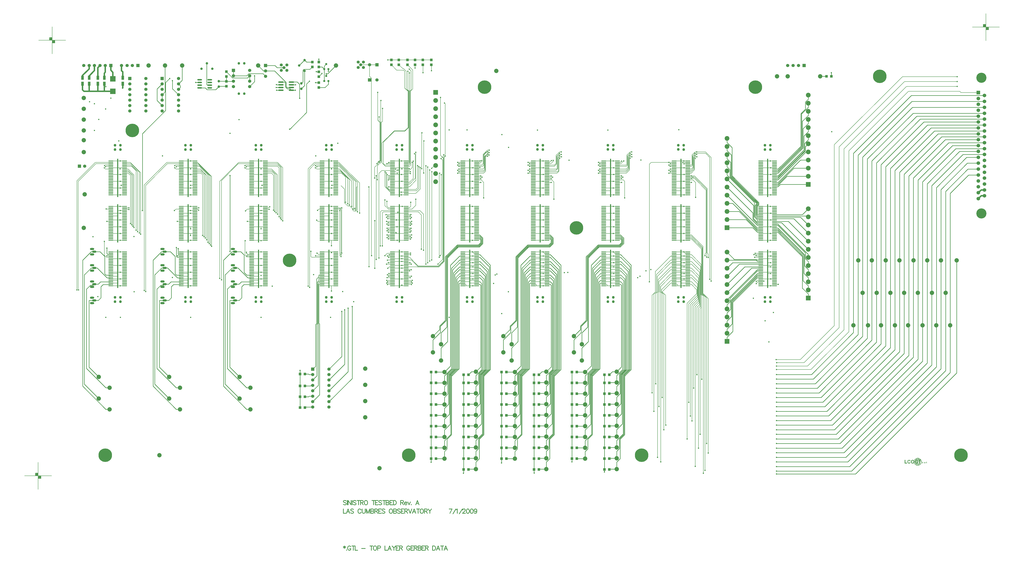
<source format=gtl>
%FSLAX23Y23*%
%MOIN*%
G70*
G01*
G75*
G04 Layer_Physical_Order=1*
G04 Layer_Color=255*
%ADD10C,0.005*%
%ADD11O,0.087X0.024*%
%ADD12R,0.050X0.050*%
%ADD13R,0.048X0.078*%
%ADD14R,0.100X0.100*%
%ADD15R,0.085X0.016*%
%ADD16R,0.020X0.709*%
%ADD17R,0.050X0.050*%
%ADD18R,0.035X0.037*%
%ADD19R,0.035X0.037*%
%ADD20O,0.098X0.028*%
%ADD21C,0.010*%
%ADD22C,0.025*%
%ADD23C,0.012*%
%ADD24C,0.008*%
%ADD25C,0.012*%
%ADD26C,0.012*%
%ADD27C,0.080*%
%ADD28C,0.045*%
%ADD29R,0.059X0.059*%
%ADD30C,0.059*%
%ADD31O,0.079X0.039*%
%ADD32O,0.079X0.039*%
%ADD33C,0.087*%
%ADD34R,0.087X0.087*%
%ADD35C,0.050*%
%ADD36R,0.059X0.059*%
%ADD37R,0.059X0.059*%
%ADD38C,0.059*%
%ADD39C,0.047*%
%ADD40C,0.055*%
%ADD41C,0.067*%
%ADD42C,0.067*%
%ADD43R,0.067X0.067*%
%ADD44C,0.187*%
%ADD45C,0.250*%
%ADD46C,0.024*%
G36*
X25085Y10714D02*
X25085Y10714D01*
X25086Y10714D01*
X25087Y10713D01*
X25087Y10713D01*
X25088Y10713D01*
X25088Y10713D01*
X25088Y10713D01*
X25088Y10713D01*
X25089Y10712D01*
X25089Y10712D01*
X25090Y10712D01*
X25090Y10712D01*
X25090Y10711D01*
X25090Y10711D01*
X25091Y10711D01*
X25091Y10711D01*
X25091Y10710D01*
X25091Y10710D01*
X25091Y10710D01*
X25091Y10709D01*
X25092Y10709D01*
Y10708D01*
X25092Y10708D01*
X25092Y10708D01*
X25092Y10707D01*
X25092Y10707D01*
X25092Y10706D01*
X25092Y10705D01*
Y10704D01*
Y10690D01*
X25086D01*
Y10702D01*
Y10702D01*
Y10702D01*
Y10702D01*
Y10702D01*
Y10703D01*
Y10703D01*
X25086Y10704D01*
X25086Y10705D01*
X25086Y10705D01*
X25086Y10706D01*
X25086Y10706D01*
X25086Y10706D01*
X25085Y10707D01*
Y10707D01*
X25085Y10707D01*
X25085Y10707D01*
X25085Y10707D01*
X25085Y10708D01*
X25085Y10708D01*
X25084Y10708D01*
X25084Y10708D01*
X25084Y10708D01*
X25084Y10708D01*
X25084Y10709D01*
X25084Y10709D01*
X25083Y10709D01*
X25083Y10709D01*
X25082Y10709D01*
X25082Y10709D01*
X25082D01*
X25081Y10709D01*
X25081Y10709D01*
X25081Y10709D01*
X25080Y10709D01*
X25080Y10708D01*
X25079Y10708D01*
X25079Y10708D01*
X25079Y10708D01*
X25079Y10708D01*
X25078Y10708D01*
X25078Y10707D01*
X25078Y10707D01*
X25078Y10706D01*
X25077Y10706D01*
Y10706D01*
X25077Y10706D01*
X25077Y10705D01*
Y10705D01*
X25077Y10705D01*
X25077Y10705D01*
X25077Y10704D01*
X25077Y10704D01*
X25077Y10703D01*
X25077Y10703D01*
X25077Y10702D01*
Y10702D01*
X25077Y10701D01*
Y10700D01*
Y10690D01*
X25071D01*
Y10713D01*
X25077D01*
Y10710D01*
X25077Y10710D01*
X25077Y10710D01*
X25077Y10710D01*
X25077Y10710D01*
X25077Y10711D01*
X25078Y10711D01*
X25078Y10711D01*
X25079Y10712D01*
X25079Y10712D01*
X25080Y10712D01*
X25080Y10713D01*
X25081Y10713D01*
X25082Y10713D01*
X25083Y10714D01*
X25083Y10714D01*
X25084Y10714D01*
X25084D01*
X25085Y10714D01*
D02*
G37*
G36*
X24895Y10754D02*
X24896Y10754D01*
X24897Y10754D01*
X24899Y10754D01*
X24900Y10753D01*
X24902Y10753D01*
X24904Y10753D01*
X24906Y10752D01*
X24907Y10751D01*
X24909Y10750D01*
X24911Y10749D01*
X24913Y10748D01*
X24915Y10747D01*
X24916Y10745D01*
X24917Y10745D01*
X24917Y10745D01*
X24917Y10744D01*
X24918Y10744D01*
X24918Y10743D01*
X24919Y10742D01*
X24920Y10740D01*
X24921Y10739D01*
X24922Y10737D01*
X24922Y10736D01*
X24923Y10734D01*
X24924Y10731D01*
X24924Y10729D01*
X24925Y10726D01*
X24925Y10724D01*
X24925Y10721D01*
Y10721D01*
Y10721D01*
Y10720D01*
X24925Y10719D01*
X24925Y10718D01*
X24925Y10717D01*
X24925Y10715D01*
X24924Y10714D01*
X24924Y10712D01*
X24923Y10710D01*
X24923Y10708D01*
X24922Y10706D01*
X24921Y10704D01*
X24920Y10702D01*
X24919Y10700D01*
X24918Y10698D01*
X24916Y10697D01*
X24916Y10696D01*
X24916Y10696D01*
X24916Y10696D01*
X24915Y10695D01*
X24914Y10695D01*
X24913Y10694D01*
X24912Y10693D01*
X24910Y10692D01*
X24909Y10691D01*
X24907Y10691D01*
X24905Y10690D01*
X24903Y10689D01*
X24901Y10689D01*
X24899Y10688D01*
X24897Y10688D01*
X24894Y10688D01*
X24893D01*
X24893Y10688D01*
X24892Y10688D01*
X24890Y10688D01*
X24889Y10688D01*
X24887Y10689D01*
X24886Y10689D01*
X24884Y10689D01*
X24882Y10690D01*
X24880Y10691D01*
X24878Y10691D01*
X24877Y10692D01*
X24875Y10694D01*
X24873Y10695D01*
X24871Y10696D01*
X24871Y10697D01*
X24871Y10697D01*
X24871Y10697D01*
X24870Y10698D01*
X24869Y10699D01*
X24869Y10700D01*
X24868Y10701D01*
X24867Y10703D01*
X24866Y10704D01*
X24866Y10706D01*
X24865Y10708D01*
X24864Y10710D01*
X24864Y10713D01*
X24863Y10715D01*
X24863Y10718D01*
X24863Y10721D01*
Y10721D01*
Y10721D01*
Y10721D01*
X24863Y10722D01*
Y10723D01*
X24863Y10724D01*
X24863Y10725D01*
X24863Y10726D01*
X24864Y10729D01*
X24864Y10732D01*
X24865Y10734D01*
X24866Y10737D01*
Y10737D01*
X24866Y10737D01*
X24866Y10738D01*
X24866Y10738D01*
X24867Y10739D01*
X24867Y10740D01*
X24868Y10741D01*
X24869Y10743D01*
X24870Y10744D01*
X24872Y10746D01*
X24872Y10746D01*
X24872Y10746D01*
X24872Y10746D01*
X24873Y10747D01*
X24874Y10748D01*
X24875Y10749D01*
X24877Y10750D01*
X24878Y10751D01*
X24880Y10752D01*
X24880D01*
X24880Y10752D01*
X24881Y10752D01*
X24881Y10752D01*
X24882Y10752D01*
X24882Y10752D01*
X24883Y10753D01*
X24884Y10753D01*
X24885Y10753D01*
X24886Y10753D01*
X24888Y10754D01*
X24891Y10754D01*
X24894Y10754D01*
X24894D01*
X24895Y10754D01*
D02*
G37*
G36*
X25065Y10690D02*
X25059D01*
Y10696D01*
X25065D01*
Y10690D01*
D02*
G37*
G36*
X25120Y10714D02*
X25120D01*
X25121Y10714D01*
X25121Y10714D01*
X25122Y10713D01*
X25122Y10713D01*
X25123Y10713D01*
X25124Y10713D01*
X25124Y10713D01*
X25125Y10712D01*
X25126Y10712D01*
X25126Y10711D01*
X25127Y10711D01*
X25128Y10710D01*
X25128Y10710D01*
X25128Y10710D01*
X25128Y10710D01*
X25128Y10710D01*
X25128Y10709D01*
X25129Y10709D01*
X25129Y10708D01*
X25129Y10708D01*
X25129Y10707D01*
X25130Y10706D01*
X25130Y10705D01*
X25130Y10704D01*
X25130Y10703D01*
X25130Y10702D01*
X25130Y10701D01*
Y10700D01*
X25115D01*
Y10700D01*
Y10700D01*
Y10700D01*
X25115Y10699D01*
X25115Y10699D01*
X25115Y10698D01*
X25115Y10698D01*
X25116Y10697D01*
X25116Y10696D01*
X25117Y10696D01*
X25117Y10695D01*
X25117Y10695D01*
X25117Y10695D01*
X25117Y10695D01*
X25118Y10694D01*
X25119Y10694D01*
X25119Y10694D01*
X25120Y10694D01*
X25120D01*
X25121Y10694D01*
X25121Y10694D01*
X25121Y10694D01*
X25122Y10694D01*
X25122Y10695D01*
X25122Y10695D01*
X25122Y10695D01*
X25123Y10695D01*
X25123Y10695D01*
X25123Y10695D01*
X25123Y10696D01*
X25124Y10696D01*
X25124Y10697D01*
X25124Y10697D01*
X25130Y10696D01*
Y10696D01*
X25130Y10696D01*
X25130Y10696D01*
X25130Y10696D01*
X25130Y10695D01*
X25130Y10695D01*
X25129Y10694D01*
X25129Y10694D01*
X25128Y10693D01*
X25127Y10692D01*
X25126Y10691D01*
X25126D01*
X25126Y10691D01*
X25126Y10691D01*
X25126Y10691D01*
X25126Y10691D01*
X25125Y10691D01*
X25125Y10690D01*
X25125Y10690D01*
X25124Y10690D01*
X25124Y10690D01*
X25123Y10690D01*
X25121Y10690D01*
X25120Y10689D01*
X25120D01*
X25119Y10690D01*
X25119Y10690D01*
X25118Y10690D01*
X25118Y10690D01*
X25117Y10690D01*
X25117Y10690D01*
X25116Y10690D01*
X25115Y10690D01*
X25114Y10691D01*
X25114Y10691D01*
X25113Y10692D01*
X25112Y10692D01*
X25112Y10693D01*
X25111Y10693D01*
X25111Y10693D01*
X25111Y10694D01*
X25111Y10694D01*
X25111Y10694D01*
X25111Y10694D01*
X25110Y10695D01*
X25110Y10695D01*
X25110Y10696D01*
X25110Y10696D01*
X25110Y10697D01*
X25109Y10697D01*
X25109Y10698D01*
X25109Y10699D01*
X25109Y10700D01*
X25109Y10701D01*
X25109Y10701D01*
Y10701D01*
Y10702D01*
X25109Y10702D01*
Y10702D01*
X25109Y10703D01*
X25109Y10703D01*
X25109Y10704D01*
X25109Y10705D01*
X25109Y10705D01*
X25110Y10706D01*
X25110Y10707D01*
X25110Y10708D01*
X25110Y10708D01*
X25111Y10709D01*
X25111Y10710D01*
X25112Y10710D01*
X25112Y10710D01*
X25112Y10711D01*
X25112Y10711D01*
X25112Y10711D01*
X25113Y10711D01*
X25113Y10711D01*
X25113Y10712D01*
X25114Y10712D01*
X25114Y10712D01*
X25115Y10713D01*
X25116Y10713D01*
X25116Y10713D01*
X25117Y10713D01*
X25118Y10714D01*
X25119Y10714D01*
X25119Y10714D01*
X25120D01*
X25120Y10714D01*
D02*
G37*
G36*
X25154Y10713D02*
X25158D01*
Y10708D01*
X25154D01*
Y10699D01*
Y10699D01*
Y10699D01*
Y10699D01*
Y10698D01*
Y10698D01*
Y10697D01*
X25154Y10697D01*
Y10696D01*
Y10696D01*
X25154Y10696D01*
Y10696D01*
X25154Y10695D01*
X25154Y10695D01*
X25155Y10695D01*
X25155Y10695D01*
X25155D01*
X25155Y10695D01*
X25155Y10695D01*
X25156Y10695D01*
X25156Y10695D01*
X25156D01*
X25156Y10695D01*
X25157Y10695D01*
X25157Y10695D01*
X25157Y10695D01*
X25158Y10695D01*
X25158Y10695D01*
X25159Y10690D01*
X25159D01*
X25159Y10690D01*
X25159Y10690D01*
X25159Y10690D01*
X25158Y10690D01*
X25158Y10690D01*
X25157Y10690D01*
X25156Y10690D01*
X25155Y10690D01*
X25154Y10689D01*
X25154D01*
X25153Y10690D01*
X25153Y10690D01*
X25153Y10690D01*
X25152Y10690D01*
X25152Y10690D01*
X25151Y10690D01*
X25151Y10690D01*
X25151Y10690D01*
X25151Y10690D01*
X25150Y10690D01*
X25150Y10691D01*
X25149Y10691D01*
X25149Y10691D01*
X25149Y10691D01*
X25149Y10692D01*
X25149Y10692D01*
X25149Y10692D01*
X25149Y10692D01*
X25149Y10693D01*
X25148Y10693D01*
X25148Y10694D01*
Y10694D01*
X25148Y10694D01*
Y10694D01*
X25148Y10695D01*
X25148Y10695D01*
Y10696D01*
Y10696D01*
X25148Y10697D01*
Y10697D01*
Y10698D01*
Y10698D01*
Y10708D01*
X25145D01*
Y10713D01*
X25148D01*
Y10718D01*
X25154Y10721D01*
Y10713D01*
D02*
G37*
G36*
X24966Y10754D02*
X24967Y10754D01*
X24969Y10754D01*
X24970Y10754D01*
X24971Y10754D01*
X24974Y10753D01*
X24976Y10753D01*
X24977Y10752D01*
X24979Y10751D01*
X24980Y10751D01*
X24982Y10750D01*
X24983Y10749D01*
X24983Y10749D01*
X24983Y10749D01*
X24984Y10749D01*
X24984Y10748D01*
X24985Y10748D01*
X24985Y10747D01*
X24986Y10746D01*
X24987Y10746D01*
X24987Y10745D01*
X24988Y10744D01*
X24989Y10742D01*
X24990Y10741D01*
X24990Y10740D01*
X24991Y10738D01*
X24991Y10737D01*
X24992Y10735D01*
X24979Y10733D01*
Y10733D01*
X24979Y10733D01*
X24979Y10733D01*
X24979Y10734D01*
X24978Y10735D01*
X24978Y10736D01*
X24977Y10737D01*
X24976Y10738D01*
X24975Y10739D01*
X24974Y10740D01*
X24974Y10740D01*
X24973Y10741D01*
X24972Y10741D01*
X24971Y10742D01*
X24970Y10742D01*
X24968Y10743D01*
X24966Y10743D01*
X24964Y10743D01*
X24964D01*
X24963Y10743D01*
X24962Y10743D01*
X24962Y10743D01*
X24961Y10743D01*
X24960Y10742D01*
X24957Y10742D01*
X24956Y10741D01*
X24955Y10741D01*
X24954Y10740D01*
X24953Y10739D01*
X24952Y10739D01*
X24951Y10738D01*
X24951Y10738D01*
X24951Y10737D01*
X24951Y10737D01*
X24950Y10737D01*
X24950Y10736D01*
X24950Y10735D01*
X24949Y10735D01*
X24949Y10734D01*
X24948Y10733D01*
X24948Y10731D01*
X24947Y10730D01*
X24947Y10729D01*
X24947Y10727D01*
X24946Y10725D01*
X24946Y10724D01*
X24946Y10722D01*
Y10722D01*
Y10721D01*
Y10721D01*
X24946Y10720D01*
X24946Y10719D01*
X24946Y10718D01*
X24947Y10717D01*
X24947Y10715D01*
X24947Y10713D01*
X24948Y10711D01*
X24948Y10710D01*
X24949Y10708D01*
X24949Y10707D01*
X24950Y10706D01*
X24951Y10705D01*
X24951Y10704D01*
X24951Y10704D01*
X24952Y10704D01*
X24952Y10704D01*
X24953Y10703D01*
X24953Y10703D01*
X24954Y10702D01*
X24955Y10702D01*
X24956Y10701D01*
X24957Y10701D01*
X24958Y10700D01*
X24959Y10700D01*
X24960Y10699D01*
X24961Y10699D01*
X24963Y10699D01*
X24964Y10699D01*
X24965D01*
X24966Y10699D01*
X24967Y10699D01*
X24968Y10699D01*
X24969Y10700D01*
X24971Y10700D01*
X24972Y10700D01*
X24973D01*
X24973Y10701D01*
X24973Y10701D01*
X24974Y10701D01*
X24975Y10702D01*
X24976Y10702D01*
X24977Y10703D01*
X24978Y10703D01*
X24980Y10704D01*
Y10712D01*
X24965D01*
Y10723D01*
X24993D01*
Y10698D01*
X24993Y10698D01*
X24992Y10698D01*
X24992Y10697D01*
X24992Y10697D01*
X24991Y10697D01*
X24991Y10696D01*
X24990Y10696D01*
X24990Y10695D01*
X24989Y10695D01*
X24988Y10694D01*
X24987Y10694D01*
X24986Y10693D01*
X24985Y10693D01*
X24984Y10692D01*
X24982Y10691D01*
X24981Y10691D01*
X24981D01*
X24980Y10691D01*
X24980Y10691D01*
X24979Y10690D01*
X24979Y10690D01*
X24978Y10690D01*
X24977Y10690D01*
X24976Y10689D01*
X24975Y10689D01*
X24974Y10689D01*
X24971Y10688D01*
X24968Y10688D01*
X24965Y10688D01*
X24964D01*
X24964Y10688D01*
X24963Y10688D01*
X24962Y10688D01*
X24960Y10688D01*
X24959Y10688D01*
X24958Y10689D01*
X24956Y10689D01*
X24954Y10690D01*
X24952Y10690D01*
X24951Y10691D01*
X24949Y10691D01*
X24948Y10692D01*
X24948Y10692D01*
X24947Y10692D01*
X24947Y10692D01*
X24946Y10693D01*
X24946Y10693D01*
X24945Y10694D01*
X24944Y10694D01*
X24944Y10695D01*
X24943Y10696D01*
X24942Y10697D01*
X24941Y10698D01*
X24940Y10699D01*
X24939Y10700D01*
X24938Y10701D01*
X24937Y10703D01*
X24937Y10704D01*
Y10704D01*
X24936Y10704D01*
X24936Y10705D01*
X24936Y10705D01*
X24936Y10706D01*
X24935Y10707D01*
X24935Y10708D01*
X24935Y10709D01*
X24934Y10710D01*
X24934Y10712D01*
X24934Y10713D01*
X24933Y10715D01*
X24933Y10718D01*
X24933Y10719D01*
X24933Y10721D01*
Y10721D01*
Y10722D01*
Y10722D01*
X24933Y10723D01*
X24933Y10724D01*
X24933Y10725D01*
X24933Y10726D01*
X24933Y10727D01*
X24934Y10729D01*
X24934Y10730D01*
X24935Y10733D01*
X24935Y10734D01*
X24936Y10736D01*
X24936Y10737D01*
X24937Y10739D01*
X24937Y10739D01*
X24937Y10739D01*
X24937Y10740D01*
X24938Y10740D01*
X24938Y10741D01*
X24939Y10742D01*
X24939Y10742D01*
X24940Y10743D01*
X24941Y10744D01*
X24942Y10745D01*
X24943Y10746D01*
X24944Y10747D01*
X24945Y10748D01*
X24946Y10749D01*
X24948Y10750D01*
X24949Y10751D01*
X24949D01*
X24949Y10751D01*
X24950Y10751D01*
X24950Y10751D01*
X24951Y10752D01*
X24952Y10752D01*
X24952Y10752D01*
X24953Y10753D01*
X24955Y10753D01*
X24956Y10753D01*
X24957Y10753D01*
X24958Y10754D01*
X24960Y10754D01*
X24961Y10754D01*
X24964Y10754D01*
X24966D01*
X24966Y10754D01*
D02*
G37*
G36*
X24830D02*
X24830D01*
X24831Y10754D01*
X24833Y10754D01*
X24834Y10754D01*
X24835Y10753D01*
X24837Y10753D01*
X24838Y10753D01*
X24840Y10752D01*
X24842Y10751D01*
X24843Y10750D01*
X24845Y10750D01*
X24846Y10748D01*
X24848Y10747D01*
X24848Y10747D01*
X24848Y10747D01*
X24848Y10747D01*
X24848Y10746D01*
X24849Y10746D01*
X24849Y10746D01*
X24850Y10745D01*
X24850Y10744D01*
X24851Y10743D01*
X24851Y10743D01*
X24852Y10742D01*
X24852Y10741D01*
X24853Y10739D01*
X24853Y10738D01*
X24854Y10737D01*
X24854Y10735D01*
X24841Y10732D01*
Y10732D01*
X24841Y10733D01*
X24841Y10733D01*
X24841Y10733D01*
X24841Y10734D01*
X24840Y10735D01*
X24840Y10736D01*
X24839Y10738D01*
X24838Y10739D01*
X24837Y10740D01*
X24836Y10740D01*
X24836Y10741D01*
X24835Y10741D01*
X24834Y10742D01*
X24833Y10742D01*
X24831Y10743D01*
X24830Y10743D01*
X24828Y10743D01*
X24827D01*
X24827Y10743D01*
X24826Y10743D01*
X24825Y10743D01*
X24824Y10742D01*
X24822Y10742D01*
X24821Y10741D01*
X24820Y10741D01*
X24819Y10740D01*
X24818Y10740D01*
X24817Y10739D01*
X24816Y10738D01*
X24816Y10738D01*
X24816Y10738D01*
X24816Y10737D01*
X24816Y10737D01*
X24815Y10736D01*
X24815Y10736D01*
X24814Y10735D01*
X24814Y10734D01*
X24814Y10733D01*
X24813Y10732D01*
X24813Y10730D01*
X24813Y10729D01*
X24812Y10727D01*
X24812Y10725D01*
X24812Y10723D01*
X24812Y10721D01*
Y10721D01*
Y10721D01*
Y10720D01*
X24812Y10719D01*
X24812Y10718D01*
X24812Y10717D01*
X24812Y10716D01*
X24812Y10715D01*
X24813Y10712D01*
X24814Y10709D01*
X24814Y10708D01*
X24815Y10706D01*
X24815Y10705D01*
X24816Y10704D01*
X24816Y10704D01*
X24816Y10704D01*
X24817Y10704D01*
X24817Y10703D01*
X24817Y10703D01*
X24818Y10702D01*
X24819Y10702D01*
X24819Y10702D01*
X24821Y10701D01*
X24823Y10700D01*
X24824Y10699D01*
X24825Y10699D01*
X24826Y10699D01*
X24828Y10699D01*
X24828D01*
X24828Y10699D01*
X24829Y10699D01*
X24831Y10699D01*
X24832Y10700D01*
X24833Y10700D01*
X24835Y10701D01*
X24836Y10702D01*
X24836Y10702D01*
X24837Y10702D01*
X24837Y10703D01*
X24838Y10704D01*
X24838Y10705D01*
X24839Y10705D01*
X24839Y10706D01*
X24840Y10707D01*
X24840Y10708D01*
X24841Y10709D01*
X24841Y10710D01*
X24841Y10711D01*
X24842Y10713D01*
X24854Y10709D01*
Y10709D01*
X24854Y10708D01*
X24854Y10708D01*
X24854Y10707D01*
X24853Y10706D01*
X24853Y10705D01*
X24853Y10704D01*
X24852Y10703D01*
X24851Y10700D01*
X24850Y10699D01*
X24849Y10698D01*
X24848Y10696D01*
X24847Y10695D01*
X24846Y10694D01*
X24845Y10693D01*
X24845Y10693D01*
X24844Y10693D01*
X24844Y10692D01*
X24844Y10692D01*
X24843Y10692D01*
X24842Y10691D01*
X24841Y10691D01*
X24840Y10690D01*
X24839Y10690D01*
X24838Y10689D01*
X24836Y10689D01*
X24835Y10689D01*
X24833Y10688D01*
X24831Y10688D01*
X24830Y10688D01*
X24828Y10688D01*
X24827D01*
X24826Y10688D01*
X24826Y10688D01*
X24825Y10688D01*
X24823Y10688D01*
X24822Y10689D01*
X24820Y10689D01*
X24819Y10689D01*
X24817Y10690D01*
X24815Y10691D01*
X24813Y10692D01*
X24812Y10693D01*
X24810Y10694D01*
X24808Y10695D01*
X24807Y10697D01*
X24807Y10697D01*
X24806Y10697D01*
X24806Y10697D01*
X24805Y10698D01*
X24805Y10699D01*
X24804Y10700D01*
X24803Y10701D01*
X24803Y10703D01*
X24802Y10704D01*
X24801Y10706D01*
X24800Y10708D01*
X24800Y10710D01*
X24799Y10713D01*
X24799Y10715D01*
X24799Y10718D01*
X24799Y10720D01*
Y10721D01*
Y10721D01*
Y10721D01*
Y10721D01*
X24799Y10722D01*
X24799Y10723D01*
X24799Y10724D01*
X24799Y10726D01*
X24799Y10728D01*
X24800Y10730D01*
X24800Y10732D01*
X24801Y10734D01*
X24801Y10736D01*
X24802Y10738D01*
X24803Y10740D01*
X24804Y10742D01*
X24805Y10744D01*
X24807Y10745D01*
X24807Y10745D01*
X24807Y10746D01*
X24808Y10746D01*
X24808Y10747D01*
X24809Y10747D01*
X24810Y10748D01*
X24811Y10749D01*
X24813Y10750D01*
X24814Y10751D01*
X24816Y10751D01*
X24817Y10752D01*
X24819Y10753D01*
X24821Y10753D01*
X24824Y10754D01*
X24826Y10754D01*
X24828Y10754D01*
X24829D01*
X24830Y10754D01*
D02*
G37*
G36*
X24759Y10700D02*
X24792D01*
Y10689D01*
X24747D01*
Y10753D01*
X24759D01*
Y10700D01*
D02*
G37*
G36*
X25051Y10742D02*
X25032D01*
Y10689D01*
X25019D01*
Y10742D01*
X25000D01*
Y10753D01*
X25051D01*
Y10742D01*
D02*
G37*
%LPC*%
G36*
X25120Y10709D02*
X25120D01*
X25119Y10709D01*
X25119Y10709D01*
X25119Y10709D01*
X25118Y10709D01*
X25118Y10708D01*
X25117Y10708D01*
X25116Y10708D01*
X25116Y10707D01*
X25116Y10707D01*
X25116Y10707D01*
X25116Y10706D01*
X25116Y10706D01*
X25115Y10705D01*
X25115Y10704D01*
X25115Y10704D01*
X25124D01*
Y10704D01*
Y10704D01*
Y10704D01*
X25124Y10704D01*
X25124Y10704D01*
X25124Y10705D01*
X25124Y10706D01*
X25124Y10706D01*
X25123Y10707D01*
X25123Y10708D01*
X25123Y10708D01*
X25123Y10708D01*
X25122Y10708D01*
X25122Y10708D01*
X25122Y10709D01*
X25121Y10709D01*
X25120Y10709D01*
X25120Y10709D01*
D02*
G37*
G36*
X24894Y10743D02*
X24893D01*
X24893Y10743D01*
X24892Y10743D01*
X24891Y10743D01*
X24890Y10743D01*
X24889Y10742D01*
X24887Y10742D01*
X24886Y10741D01*
X24885Y10741D01*
X24884Y10740D01*
X24883Y10739D01*
X24882Y10739D01*
X24881Y10738D01*
X24881Y10738D01*
X24881Y10737D01*
X24881Y10737D01*
X24880Y10737D01*
X24880Y10736D01*
X24880Y10735D01*
X24879Y10734D01*
X24879Y10733D01*
X24878Y10732D01*
X24878Y10731D01*
X24877Y10730D01*
X24877Y10728D01*
X24877Y10727D01*
X24876Y10725D01*
X24876Y10723D01*
X24876Y10721D01*
Y10721D01*
Y10721D01*
Y10720D01*
X24876Y10719D01*
X24876Y10718D01*
X24876Y10717D01*
X24877Y10716D01*
X24877Y10715D01*
X24877Y10712D01*
X24878Y10711D01*
X24878Y10709D01*
X24879Y10708D01*
X24880Y10707D01*
X24880Y10706D01*
X24881Y10704D01*
X24881Y10704D01*
X24881Y10704D01*
X24882Y10704D01*
X24882Y10704D01*
X24883Y10703D01*
X24883Y10703D01*
X24884Y10702D01*
X24885Y10702D01*
X24886Y10701D01*
X24887Y10701D01*
X24888Y10700D01*
X24889Y10700D01*
X24890Y10699D01*
X24891Y10699D01*
X24893Y10699D01*
X24894Y10699D01*
X24895D01*
X24895Y10699D01*
X24896Y10699D01*
X24897Y10699D01*
X24898Y10699D01*
X24898Y10700D01*
X24900Y10700D01*
X24902Y10701D01*
X24903Y10701D01*
X24904Y10702D01*
X24905Y10703D01*
X24906Y10703D01*
X24907Y10704D01*
X24907Y10705D01*
X24907Y10705D01*
X24907Y10705D01*
X24907Y10706D01*
X24908Y10706D01*
X24908Y10707D01*
X24909Y10708D01*
X24909Y10709D01*
X24910Y10710D01*
X24910Y10711D01*
X24910Y10712D01*
X24911Y10714D01*
X24911Y10716D01*
X24911Y10717D01*
X24912Y10719D01*
X24912Y10721D01*
Y10721D01*
Y10722D01*
Y10722D01*
X24912Y10723D01*
X24911Y10724D01*
X24911Y10725D01*
X24911Y10726D01*
X24911Y10727D01*
X24910Y10730D01*
X24910Y10731D01*
X24910Y10733D01*
X24909Y10734D01*
X24908Y10735D01*
X24908Y10737D01*
X24907Y10738D01*
X24907Y10738D01*
X24907Y10738D01*
X24906Y10738D01*
X24906Y10738D01*
X24905Y10739D01*
X24905Y10739D01*
X24904Y10740D01*
X24903Y10740D01*
X24903Y10741D01*
X24902Y10741D01*
X24900Y10742D01*
X24899Y10742D01*
X24898Y10743D01*
X24897Y10743D01*
X24895Y10743D01*
X24894Y10743D01*
D02*
G37*
%LPD*%
D10*
X24997Y10655D02*
X25004Y10662D01*
X25009Y10670D01*
X25013Y10678D01*
X25016Y10687D01*
X25018Y10696D01*
X25018Y10706D01*
X24958D02*
X24959Y10696D01*
X24961Y10687D01*
X24964Y10678D01*
X24968Y10670D01*
X24973Y10662D01*
X24979Y10655D01*
Y10785D02*
X24973Y10778D01*
X24968Y10770D01*
X24964Y10762D01*
X24961Y10753D01*
X24959Y10744D01*
X24958Y10734D01*
X25018D02*
X25018Y10744D01*
X25016Y10753D01*
X25013Y10762D01*
X25009Y10770D01*
X25004Y10778D01*
X24997Y10785D01*
X25056Y10720D02*
X25055Y10730D01*
X25053Y10740D01*
X25049Y10749D01*
X25044Y10758D01*
X25038Y10766D01*
X25030Y10772D01*
X25022Y10778D01*
X25013Y10782D01*
X25003Y10785D01*
X24994Y10787D01*
X24983D01*
X24974Y10785D01*
X24964Y10782D01*
X24955Y10778D01*
X24947Y10772D01*
X24939Y10766D01*
X24933Y10758D01*
X24928Y10749D01*
X24924Y10740D01*
X24922Y10730D01*
X24921Y10720D01*
X24922Y10710D01*
X24924Y10700D01*
X24928Y10691D01*
X24933Y10682D01*
X24939Y10674D01*
X24947Y10668D01*
X24955Y10662D01*
X24964Y10658D01*
X24974Y10655D01*
X24983Y10653D01*
X24994D01*
X25003Y10655D01*
X25013Y10658D01*
X25022Y10662D01*
X25030Y10668D01*
X25038Y10674D01*
X25044Y10682D01*
X25049Y10691D01*
X25053Y10700D01*
X25055Y10710D01*
X25056Y10720D01*
X25018Y10706D02*
Y10720D01*
X24958Y10706D02*
Y10720D01*
Y10734D01*
X25018Y10720D02*
Y10734D01*
X24989Y10653D02*
Y10787D01*
X24921Y10720D02*
X25056D01*
X24934Y10759D02*
X25042D01*
X24934Y10681D02*
X25042D01*
X24989Y10787D02*
X24992D01*
X15231Y14321D02*
X15289D01*
X15203Y14294D02*
X15231Y14321D01*
X14965Y14295D02*
X14965Y14294D01*
X14965Y14295D02*
Y14350D01*
Y15175D01*
X11316Y15161D02*
X11389D01*
X12611D02*
X12689D01*
X13913D02*
X13989D01*
X13891Y15184D02*
X13913Y15161D01*
X10018D02*
X10089D01*
X14899Y14526D02*
X14902Y14528D01*
Y17806D01*
X15149Y14526D02*
Y14527D01*
X15194Y14571D01*
X15289D01*
X15653Y16154D02*
Y16251D01*
X15601Y16102D02*
X15653Y16154D01*
X14705Y18054D02*
X14706Y18054D01*
X14866D01*
X15005D01*
X14866Y17842D02*
X14902Y17806D01*
X14866Y17842D02*
Y18054D01*
X25764Y17565D02*
X25788Y17540D01*
X26108D01*
X23447Y16576D02*
X24706Y17835D01*
X23447Y13233D02*
Y16576D01*
X22819Y12606D02*
X23447Y13233D01*
X22375Y12606D02*
X22819D01*
X23537Y16539D02*
X24743Y17745D01*
X23537Y13196D02*
Y16539D01*
X22891Y12550D02*
X23537Y13196D01*
X22383Y12550D02*
X22891D01*
X23626Y16501D02*
X24780Y17655D01*
X23626Y13158D02*
Y16501D01*
X22955Y12487D02*
X23626Y13158D01*
X22379Y12487D02*
X22955D01*
X23716Y16464D02*
X24817Y17565D01*
X23716Y13121D02*
Y16464D01*
X23018Y12423D02*
X23716Y13121D01*
X22381Y12423D02*
X23018D01*
X24706Y17835D02*
X25716D01*
X24743Y17745D02*
X25716D01*
X24780Y17655D02*
X25716D01*
X24817Y17565D02*
X25764D01*
X20737Y15878D02*
X20809D01*
X14990Y16003D02*
X14991Y16002D01*
Y14458D02*
Y16002D01*
X12566Y14800D02*
X12571Y14804D01*
X12566Y14536D02*
Y14800D01*
Y14536D02*
X12586Y14517D01*
Y14516D02*
Y14517D01*
X12597Y14505D02*
X12680D01*
X12689Y14496D01*
X12586Y14516D02*
X12597Y14505D01*
X9972Y14535D02*
X10010Y14496D01*
X10089D01*
X9972Y14535D02*
Y14792D01*
X15124Y15336D02*
X15289D01*
X15104Y15317D02*
X15124Y15336D01*
X15104Y14708D02*
Y15317D01*
X15825Y14649D02*
Y15277D01*
X15066Y14709D02*
Y15336D01*
X15766D02*
X15825Y15277D01*
X15544Y15336D02*
X15766D01*
X15865Y14629D02*
Y15294D01*
X15797Y15361D02*
X15865Y15294D01*
X15544Y15361D02*
X15797D01*
X15066Y15336D02*
X15092Y15361D01*
X15289D01*
X15040Y16047D02*
X15094Y16102D01*
X15289D01*
X15040Y14485D02*
Y16047D01*
X13896Y14574D02*
X13923Y14546D01*
X13989D01*
X13785Y14511D02*
Y14606D01*
Y14511D02*
X13799Y14496D01*
X13989D01*
X16177Y16381D02*
X16211Y16348D01*
X16177Y16381D02*
Y17452D01*
X17073Y16389D02*
X17073D01*
X17073Y16389D02*
X17073Y16389D01*
X20871Y16347D02*
X20871D01*
X19678Y16354D02*
X19709D01*
X20878D02*
X20878D01*
X16264Y16367D02*
Y17333D01*
Y16366D02*
Y16367D01*
X16250Y17347D02*
X16264Y17333D01*
X20941Y10972D02*
Y13560D01*
X20881Y10629D02*
Y13585D01*
X20730Y11142D02*
Y13647D01*
X20971Y11219D02*
Y13548D01*
X20820Y11475D02*
Y13610D01*
X20791Y11559D02*
Y13622D01*
X20760Y11819D02*
Y13635D01*
X20851Y12074D02*
Y13597D01*
X20910Y12316D02*
Y13572D01*
X20431Y14446D02*
X20489D01*
X20163Y14177D02*
X20431Y14446D01*
X20163Y13859D02*
Y14177D01*
X20118Y13814D02*
X20163Y13859D01*
X20118Y11650D02*
Y13814D01*
X20333Y11397D02*
Y13799D01*
X20272Y13859D02*
X20333Y13799D01*
X20272Y13862D02*
X20431Y14021D01*
X20272Y13859D02*
Y13862D01*
X20431Y14021D02*
X20489D01*
X20431Y14071D02*
X20489D01*
X20431Y14146D02*
X20489D01*
X20431Y14196D02*
X20489D01*
X20431Y14321D02*
X20489D01*
X20212Y11740D02*
Y14052D01*
X20431Y14271D02*
X20489D01*
X20302Y11310D02*
Y13814D01*
X20257Y13859D02*
X20302Y13814D01*
X20272Y11907D02*
Y13829D01*
X20243Y13859D02*
X20272Y13829D01*
X20243Y10716D02*
Y13844D01*
X20228Y13859D02*
X20243Y13844D01*
X20085Y11994D02*
Y13799D01*
X20145Y13859D01*
X20150Y12162D02*
Y13829D01*
X20180Y13859D01*
X20183Y10800D02*
Y13844D01*
X20198Y13859D01*
Y14087D02*
X20431Y14321D01*
X20180Y14145D02*
X20431Y14396D01*
X20145Y14235D02*
X20431Y14521D01*
X20228Y13992D02*
X20431Y14196D01*
X20212Y14052D02*
X20431Y14271D01*
X20257Y13897D02*
X20431Y14071D01*
X20243Y13957D02*
X20431Y14146D01*
X20145Y13859D02*
Y14235D01*
X20180Y13859D02*
Y14145D01*
X20198Y13859D02*
Y14087D01*
X20228Y13859D02*
Y13992D01*
X20243Y13859D02*
Y13957D01*
X20257Y13859D02*
Y13897D01*
X20489Y14121D02*
X20621D01*
X20489Y14096D02*
X20621D01*
X20489Y14046D02*
X20621D01*
X20612Y14221D02*
X20744D01*
X20612Y14196D02*
X20674D01*
X20612Y14146D02*
X20744D01*
X20612Y14096D02*
X20674D01*
X20612Y14071D02*
X20744D01*
X20612Y14021D02*
X20744D01*
X20612Y13971D02*
X20674D01*
X20489Y14171D02*
X20621D01*
X20489Y14221D02*
X20621D01*
X20674Y14196D02*
X20744D01*
X20674Y13971D02*
X20744D01*
X20674Y14096D02*
X20744D01*
X20650Y16248D02*
X20654Y16252D01*
X20744D01*
X20419Y16077D02*
X20419Y16077D01*
X20673Y16225D02*
X20674Y16227D01*
X20744D01*
X20035Y14044D02*
Y16219D01*
X20066Y16250D01*
X20393D01*
X21073Y16417D02*
X21147Y16342D01*
X21069Y16444D02*
X21174Y16340D01*
X20906Y16444D02*
X21069D01*
X20875Y16417D02*
X21073D01*
X20489Y14246D02*
X20621D01*
X20489Y14296D02*
X20621D01*
X20489Y14346D02*
X20621D01*
X20489Y14371D02*
X20621D01*
X20489Y14421D02*
X20621D01*
X20489Y14471D02*
X20621D01*
X20489Y14496D02*
X20621D01*
X20489Y14546D02*
X20621D01*
X20489Y14596D02*
X20621D01*
X20612Y14521D02*
X20674D01*
X20612Y14471D02*
X20744D01*
X20612Y14446D02*
X20744D01*
X20612Y14396D02*
X20674D01*
X20612Y14346D02*
X20744D01*
X20612Y14271D02*
X20744D01*
X20674Y14321D02*
X20744D01*
X20674Y14396D02*
X20744D01*
X17066Y16478D02*
X17074Y16471D01*
X15720Y16438D02*
X15722Y16436D01*
X22089Y15651D02*
X22221D01*
X22212Y16277D02*
X22274D01*
X19444Y15927D02*
X19553D01*
X19577Y15902D01*
Y15593D02*
Y15902D01*
X19374Y15652D02*
X19444D01*
X20612Y14321D02*
X20674D01*
X20489Y16027D02*
X20621D01*
X20819Y16214D02*
Y16386D01*
X22212Y14346D02*
X22344D01*
X13870Y14523D02*
X13871Y14521D01*
X13989D01*
X10016Y14523D02*
X10087D01*
X11319D02*
X11387D01*
X11389Y14521D01*
X12689Y14524D02*
X12689Y14523D01*
X12604Y14524D02*
X12689D01*
X11755Y16052D02*
X11783Y16024D01*
X11644Y16052D02*
X11755D01*
X11783Y14900D02*
Y16024D01*
X11809Y14870D02*
Y16025D01*
X11757Y16077D02*
X11809Y16025D01*
X11644Y16077D02*
X11757D01*
X11758Y16102D02*
X11833Y16026D01*
X11644Y16102D02*
X11758D01*
X11833Y14855D02*
Y16026D01*
X11746Y16127D02*
X11861Y16012D01*
X11644Y16127D02*
X11746D01*
X11861Y14820D02*
Y16012D01*
X11728Y16177D02*
X11884Y16021D01*
X11644Y16177D02*
X11728D01*
X11884Y14775D02*
Y16021D01*
X11716Y16202D02*
X11908Y16010D01*
X11644Y16202D02*
X11716D01*
X11908Y14750D02*
Y16010D01*
X11704Y16227D02*
X11929Y16002D01*
X11644Y16227D02*
X11704D01*
X11929Y14725D02*
Y16002D01*
X11692Y16252D02*
X11951Y15992D01*
X11644Y16252D02*
X11692D01*
X11951Y14690D02*
Y15992D01*
X15191Y15036D02*
X15289D01*
X15189Y15035D02*
X15191Y15036D01*
X15213Y15011D02*
X15289D01*
X15212Y15011D02*
X15213Y15011D01*
X15191Y14986D02*
X15289D01*
X15191Y14986D02*
X15191Y14986D01*
X15214Y14961D02*
X15289D01*
X15214Y14962D02*
X15214Y14961D01*
X15192Y14911D02*
X15289D01*
X15191Y14912D02*
X15192Y14911D01*
X15214Y14886D02*
X15289D01*
X15214Y14886D02*
X15214Y14886D01*
X15191Y14861D02*
X15289D01*
X15191Y14861D02*
X15191Y14861D01*
X15216Y14836D02*
X15289D01*
X15215Y14837D02*
X15216Y14836D01*
X10641Y14923D02*
Y16060D01*
X10449Y16252D02*
X10641Y16060D01*
X10344Y16252D02*
X10449D01*
X10344Y16227D02*
X10461D01*
X10616Y16072D01*
Y14947D02*
Y16072D01*
X10585Y14972D02*
Y16081D01*
X10465Y16202D02*
X10585Y16081D01*
X10344Y16202D02*
X10465D01*
X10344Y16177D02*
X10477D01*
X10557Y16096D01*
Y14998D02*
Y16096D01*
X10517Y15048D02*
Y16018D01*
X10409Y16127D02*
X10517Y16018D01*
X10344Y16127D02*
X10409D01*
X10344Y16102D02*
X10410D01*
X10497Y15072D02*
Y16015D01*
X10410Y16102D02*
X10497Y16015D01*
X10476Y15097D02*
Y16013D01*
X10344Y16052D02*
X10411D01*
X10453Y16010D01*
Y15121D02*
Y16010D01*
X10413Y16077D02*
X10476Y16013D01*
X10344Y16077D02*
X10413D01*
X15213Y15086D02*
X15289D01*
X15212Y15087D02*
X15213Y15086D01*
X15186Y15111D02*
X15289D01*
X15186D02*
Y15112D01*
X15186Y15112D02*
X15186Y15112D01*
X15212Y15136D02*
X15289D01*
X15212Y15137D02*
X15212Y15136D01*
X15181Y15161D02*
X15289D01*
X15181Y15162D02*
X15181Y15161D01*
X15207Y15211D02*
X15289D01*
X15205Y15210D02*
X15207Y15211D01*
X15180Y15236D02*
X15289D01*
X15179Y15238D02*
X15180Y15236D01*
X15206Y15261D02*
X15289D01*
X15205Y15260D02*
X15206Y15261D01*
X15203Y15260D02*
X15205D01*
X15175Y15286D02*
X15289D01*
X15172Y15284D02*
X15175Y15286D01*
X13264Y15171D02*
Y16155D01*
X13167Y16252D02*
X13264Y16155D01*
X12944Y16252D02*
X13167D01*
X13238Y15195D02*
Y16160D01*
X13172Y16227D02*
X13238Y16160D01*
X12944Y16227D02*
X13172D01*
X13219Y15221D02*
Y16160D01*
X13177Y16202D02*
X13219Y16160D01*
X12944Y16202D02*
X13177D01*
X13198Y15246D02*
Y16150D01*
X13172Y16177D02*
X13198Y16150D01*
X12944Y16177D02*
X13172D01*
X13168Y15294D02*
Y16020D01*
X13062Y16127D02*
X13168Y16020D01*
X12944Y16127D02*
X13062D01*
X13141Y15322D02*
Y16028D01*
X13067Y16102D02*
X13141Y16028D01*
X12944Y16102D02*
X13067D01*
X12944Y16077D02*
X13072D01*
X13115Y16034D01*
Y15344D02*
Y16034D01*
X13094Y15368D02*
Y16015D01*
X12946Y16050D02*
X13059D01*
X12944Y16052D02*
X12946Y16050D01*
X13059D02*
X13094Y16015D01*
X15544Y15086D02*
X15625D01*
X15544Y15111D02*
X15642D01*
X15644Y15110D01*
X15544Y15136D02*
X15545Y15135D01*
X15628D01*
X15634Y15130D01*
X15544Y15161D02*
X15642D01*
X15644Y15160D01*
X15544Y15211D02*
X15622D01*
X15623Y15210D01*
X15544Y15236D02*
X15637D01*
X15639Y15235D01*
X15544Y15261D02*
X15617D01*
X15618Y15260D01*
X15544Y15286D02*
X15632D01*
X15639Y15280D01*
X15544Y14836D02*
X15622D01*
X15623Y14835D01*
X15544Y14861D02*
X15545Y14860D01*
X15634Y14855D02*
X15639Y14860D01*
X15545D02*
X15639D01*
X15544Y14886D02*
X15545Y14885D01*
X15618D01*
X15623Y14880D01*
X15544Y14911D02*
X15642D01*
X15644Y14910D01*
X15544Y14961D02*
X15617D01*
X15618Y14960D01*
X15544Y14986D02*
X15545Y14985D01*
X15628Y14980D02*
X15634Y14985D01*
X15545D02*
X15634D01*
X15544Y15011D02*
X15610D01*
X15613Y15015D01*
X15544Y15036D02*
X15632D01*
X15634Y15035D01*
X14244Y16052D02*
X14352D01*
X14424Y15980D01*
Y15513D02*
Y15980D01*
X14244Y16077D02*
X14340D01*
X14464Y15953D01*
Y15486D02*
Y15953D01*
X14244Y16102D02*
X14327D01*
X14493Y15935D01*
Y15463D02*
Y15935D01*
X14244Y16127D02*
X14315D01*
X14538Y15436D02*
Y15903D01*
X14315Y16127D02*
X14538Y15903D01*
X14244Y16177D02*
X14278D01*
X14244D02*
X14307D01*
X14568Y15915D01*
Y15386D02*
Y15915D01*
X14244Y16202D02*
X14307D01*
X14613Y15895D01*
Y15361D02*
Y15895D01*
X14244Y16227D02*
X14302D01*
X14644Y15885D01*
Y15336D02*
Y15885D01*
X14302Y16252D02*
X14684Y15870D01*
Y15313D02*
Y15870D01*
X14244Y16252D02*
X14302D01*
X15544Y15752D02*
X15724D01*
X15544Y15727D02*
X15735D01*
X15544Y15677D02*
X15720D01*
X15804Y15760D01*
Y16155D01*
X15724Y15752D02*
X15753Y15781D01*
Y16190D01*
X15735Y15727D02*
X15778Y15770D01*
Y16170D01*
X10000Y16177D02*
X10089D01*
X9969Y16150D02*
X9992Y16127D01*
X10089D01*
X11280Y16202D02*
X11389D01*
X11269Y16190D02*
X11280Y16202D01*
X11305Y16177D02*
X11389D01*
X11299Y16170D02*
X11305Y16177D01*
X11293Y16127D02*
X11389D01*
X11269Y16152D02*
X11293Y16127D01*
X12600Y16177D02*
X12689D01*
X12594Y16170D02*
X12600Y16177D01*
X12580Y16202D02*
X12689D01*
X12568Y16190D02*
X12580Y16202D01*
X12593Y16127D02*
X12689D01*
X12568Y16152D02*
X12593Y16127D01*
X13900Y16177D02*
X13989D01*
X13894Y16170D02*
X13900Y16177D01*
X13880Y16202D02*
X13989D01*
X13868Y16190D02*
X13880Y16202D01*
X13893Y16127D02*
X13989D01*
X13868Y16152D02*
X13893Y16127D01*
X15544Y13996D02*
X15637D01*
X15639Y13995D01*
X15544Y14021D02*
X15657D01*
X15658Y14020D01*
X15653Y14015D02*
X15658Y14020D01*
X15544Y14046D02*
X15637D01*
X15639Y14045D01*
X15544Y14071D02*
X15657D01*
X15658Y14070D01*
X15200Y13996D02*
X15289D01*
X15198Y13995D02*
X15200Y13996D01*
Y14046D02*
X15289D01*
X15184Y14070D02*
X15189Y14065D01*
X13850Y16252D02*
X13989D01*
X13860Y16227D02*
X13989D01*
X13733Y16135D02*
X13850Y16252D01*
X13759Y16125D02*
X13860Y16227D01*
X13733Y13965D02*
Y16135D01*
X13759Y13940D02*
Y16125D01*
X12445Y16227D02*
X12689D01*
X12134Y15915D02*
X12445Y16227D01*
X12134Y14080D02*
Y15915D01*
X12099Y14106D02*
Y15900D01*
X12450Y16252D01*
X12689D01*
X9464Y13895D02*
Y15910D01*
X9488Y13895D02*
Y15900D01*
X11125Y16252D02*
X11389D01*
X11135Y16227D02*
X11389D01*
X10708Y15835D02*
X11125Y16252D01*
X10708Y13885D02*
Y15835D01*
X10733Y15825D02*
X11135Y16227D01*
X10733Y13865D02*
Y15825D01*
X14113Y14595D02*
X14115Y14596D01*
X13989Y13971D02*
X14118D01*
X13983Y14020D02*
X14113D01*
X13983Y14071D02*
X14113D01*
X13989Y14096D02*
X14118D01*
X13989Y14146D02*
X14118D01*
X13989Y14196D02*
X14118D01*
X13989Y14221D02*
X14118D01*
X13989Y14346D02*
X14118D01*
X13989Y14471D02*
X14118D01*
X13989Y14596D02*
X14118D01*
X13989Y14811D02*
X14118D01*
X13989Y14936D02*
X14118D01*
X13989Y15061D02*
X14118D01*
X13989Y15186D02*
X14118D01*
X13988Y15260D02*
X14118D01*
X13989Y15436D02*
X14118D01*
X13989Y15652D02*
X14118D01*
X13989Y15777D02*
X14118D01*
X13989Y15902D02*
X14118D01*
X13989Y16027D02*
X14118D01*
X13989Y16152D02*
X14118D01*
X13989Y16277D02*
X14118D01*
X13989Y15311D02*
X14118D01*
X12689Y13971D02*
X12818D01*
X12684Y14020D02*
X12813D01*
X12684Y14071D02*
X12813D01*
X12689Y14096D02*
X12818D01*
X12689Y14146D02*
X12818D01*
X12689Y14196D02*
X12818D01*
X12689Y14221D02*
X12818D01*
X12689Y14346D02*
X12818D01*
X12689Y14471D02*
X12818D01*
X12689Y14596D02*
X12818D01*
X12689Y14811D02*
X12818D01*
X12689Y14936D02*
X12818D01*
X12689Y15061D02*
X12818D01*
X12689Y15186D02*
X12818D01*
X12689Y15260D02*
X12818D01*
X12689Y15436D02*
X12818D01*
X12689Y15652D02*
X12818D01*
X12689Y15777D02*
X12818D01*
X12689Y15902D02*
X12818D01*
X12689Y16027D02*
X12818D01*
X12689Y16152D02*
X12818D01*
X12689Y16277D02*
X12818D01*
X12689Y15311D02*
X12818D01*
X11389Y13971D02*
X11518D01*
X11384Y14020D02*
X11513D01*
X11384Y14071D02*
X11513D01*
X11389Y14096D02*
X11518D01*
X11389Y14146D02*
X11518D01*
X11389Y14196D02*
X11518D01*
X11389Y14221D02*
X11518D01*
X11389Y14346D02*
X11518D01*
X11389Y14471D02*
X11518D01*
X11389Y14596D02*
X11518D01*
X11389Y14811D02*
X11518D01*
X11389Y14936D02*
X11518D01*
X11389Y15061D02*
X11518D01*
X11389Y15186D02*
X11518D01*
X11389Y15260D02*
X11518D01*
X11389Y15436D02*
X11518D01*
X11389Y15652D02*
X11518D01*
X11389Y15777D02*
X11518D01*
X11389Y15902D02*
X11518D01*
X11389Y16027D02*
X11518D01*
X11389Y16152D02*
X11518D01*
X11389Y16277D02*
X11518D01*
X11389Y15311D02*
X11518D01*
X10089Y13971D02*
X10218D01*
X10083Y14020D02*
X10213D01*
X10083Y14071D02*
X10213D01*
X10089Y14096D02*
X10218D01*
X10089Y14146D02*
X10218D01*
X10089Y14196D02*
X10218D01*
X10089Y14221D02*
X10218D01*
X10089Y14346D02*
X10218D01*
X10089Y14471D02*
X10218D01*
X10089Y14596D02*
X10218D01*
X10089Y14811D02*
X10218D01*
X10089Y14936D02*
X10218D01*
X10089Y15061D02*
X10218D01*
X10089Y15186D02*
X10218D01*
X10089Y15260D02*
X10218D01*
X10089Y15436D02*
X10218D01*
X10089Y15652D02*
X10218D01*
X10089Y15777D02*
X10218D01*
X10089Y15902D02*
X10218D01*
X10089Y16027D02*
X10218D01*
X10089Y16152D02*
X10218D01*
X10089Y16277D02*
X10218D01*
X10089Y15311D02*
X10218D01*
X14115Y16277D02*
X14163D01*
X14244D01*
X14119Y16152D02*
X14163D01*
X14248D01*
X14163Y16130D02*
Y16152D01*
X14115Y16027D02*
X14163D01*
X14244D01*
X14115Y15902D02*
X14163D01*
X14244D01*
X14115Y15777D02*
X14163D01*
X14244D01*
X14115Y15652D02*
X14163D01*
X14244D01*
X14115Y15436D02*
X14163D01*
X14244D01*
X14115Y15361D02*
X14163D01*
X14244D01*
X14115Y15311D02*
X14163D01*
X14244D01*
X14115Y15186D02*
X14163D01*
X14244D01*
X14115Y15061D02*
X14158D01*
X14244D01*
X14115Y14936D02*
X14163D01*
X14244D01*
X14163Y14811D02*
X14244D01*
X14163Y14710D02*
Y14811D01*
Y14710D02*
Y14811D01*
X14116D02*
X14163D01*
Y14585D02*
Y14596D01*
Y14585D02*
Y14596D01*
X14116D02*
X14163D01*
X14244D01*
X14115Y14471D02*
X14163D01*
X14244D01*
X14115Y14346D02*
X14163D01*
X14244D01*
X14115Y14221D02*
X14163D01*
X14244D01*
X14115Y14096D02*
X14163D01*
X14244D01*
X14163Y13971D02*
X14244D01*
X14163Y13875D02*
Y13971D01*
Y13875D02*
Y13971D01*
X14116D02*
X14163D01*
X12815Y16277D02*
X12863D01*
X12944D01*
X12819Y16152D02*
X12863D01*
Y16130D02*
Y16152D01*
Y16130D02*
Y16152D01*
X12944D01*
X12815Y16027D02*
X12863D01*
X12944D01*
X12815Y15902D02*
X12863D01*
X12944D01*
X12815Y15777D02*
X12863D01*
X12944D01*
X12815Y15652D02*
X12863D01*
X12944D01*
X12815Y15436D02*
X12863D01*
X12944D01*
X12815Y15361D02*
X12863D01*
X12944D01*
X12815Y15311D02*
X12863D01*
X12944D01*
X12815Y15186D02*
X12863D01*
X12944D01*
X12863Y15061D02*
X12944D01*
X12863Y15025D02*
Y15061D01*
Y15025D02*
Y15061D01*
X12816D02*
X12863D01*
X12815Y14936D02*
X12863D01*
X12944D01*
X12863Y14805D02*
Y14811D01*
Y14805D02*
Y14811D01*
X12816D02*
X12863D01*
X12944D01*
X12815Y14596D02*
X12863D01*
X12944D01*
X12815Y14471D02*
X12863D01*
X12944D01*
X12815Y14346D02*
X12863D01*
X12944D01*
X12815Y14221D02*
X12863D01*
X12944D01*
X12815Y14096D02*
X12863D01*
X12944D01*
X12815Y13971D02*
X12863D01*
X12944D01*
X11515D02*
X11564D01*
X11644D01*
X11515Y14096D02*
X11564D01*
X11644D01*
X11515Y14221D02*
X11564D01*
X11644D01*
X11515Y14346D02*
X11564D01*
X11644D01*
X11515Y14471D02*
X11564D01*
X11644D01*
X11515Y14596D02*
X11564D01*
X11644D01*
X11515Y14811D02*
X11564D01*
X11644D01*
X11559Y14936D02*
X11644D01*
X11559Y14900D02*
Y14936D01*
Y14900D02*
Y14936D01*
X11516D02*
X11559D01*
X11564Y15061D02*
X11644D01*
X11564Y15025D02*
Y15061D01*
Y15025D02*
Y15061D01*
X11516D02*
X11564D01*
X11515Y15186D02*
X11564D01*
X11644D01*
X11515Y15311D02*
X11559D01*
X11644D01*
X11515Y15361D02*
X11559D01*
X11644D01*
X11515Y15436D02*
X11564D01*
X11644D01*
X11515Y15652D02*
X11564D01*
X11644D01*
X11515Y15777D02*
X11559D01*
X11644D01*
X11515Y15902D02*
X11564D01*
X11644D01*
X11515Y16027D02*
X11564D01*
X11644D01*
X11519Y16152D02*
X11564D01*
Y16130D02*
Y16152D01*
Y16130D02*
Y16152D01*
X11644D01*
X11515Y16277D02*
X11564D01*
X11644D01*
X10215D02*
X10264D01*
X10344D01*
X10219Y16152D02*
X10259D01*
Y16130D02*
Y16152D01*
Y16130D02*
Y16152D01*
X10344D01*
X10215Y16027D02*
X10264D01*
X10344D01*
X10215Y15902D02*
X10264D01*
X10344D01*
X10215Y15777D02*
X10264D01*
X10344D01*
X10215Y15652D02*
X10264D01*
X10344D01*
X10215Y15436D02*
X10259D01*
X10344D01*
X10215Y15361D02*
X10264D01*
X10344D01*
X10215Y15311D02*
X10264D01*
X10344D01*
X10215Y15186D02*
X10259D01*
X10344D01*
X10215Y15061D02*
X10264D01*
X10344D01*
X10215Y14936D02*
X10264D01*
X10344D01*
X10215Y14811D02*
X10264D01*
X10344D01*
X10215Y14596D02*
X10264D01*
X10344D01*
X10215Y14471D02*
X10259D01*
X10344D01*
X10215Y14346D02*
X10264D01*
X10344D01*
X10215Y14221D02*
X10264D01*
X10344D01*
X10215Y14096D02*
X10264D01*
X10344D01*
X10215Y13971D02*
X10264D01*
X10344D01*
X15413Y13965D02*
X15420Y13971D01*
Y14811D02*
X15544D01*
X15420Y14936D02*
X15544D01*
X15420Y15061D02*
X15544D01*
X15420Y15186D02*
X15544D01*
X15420Y15311D02*
X15544D01*
X15289Y16277D02*
X15413D01*
X15288Y16152D02*
X15413D01*
X15289Y16027D02*
X15413D01*
X15289Y15902D02*
X15413D01*
X15289Y15777D02*
X15413D01*
X15289Y15652D02*
X15413D01*
X15289Y15436D02*
X15413D01*
X15289Y14596D02*
X15413D01*
X15289Y14471D02*
X15413D01*
X15289Y14421D02*
X15413D01*
X15289Y14346D02*
X15413D01*
X15289Y14296D02*
X15413D01*
X15289Y14221D02*
X15413D01*
X15289Y14096D02*
X15413D01*
X15289Y13971D02*
X15413D01*
X15464D02*
Y13985D01*
Y13971D02*
Y13985D01*
X15420Y13971D02*
X15464D01*
X15544D01*
X15420Y14096D02*
X15464D01*
X15544D01*
X15420Y14221D02*
X15464D01*
X15544D01*
X15420Y14296D02*
X15464D01*
X15544D01*
X15420Y14346D02*
X15464D01*
X15544D01*
X15420Y14421D02*
X15464D01*
X15544D01*
X15420Y14471D02*
X15464D01*
X15544D01*
X15420Y14521D02*
X15464D01*
X15544D01*
X15420Y14596D02*
X15464D01*
X15544D01*
X15289Y14811D02*
X15378D01*
X15413D01*
X15373Y14936D02*
X15413D01*
X15372D02*
X15373D01*
X15354Y14955D02*
X15355D01*
X15373Y14936D01*
X15289D02*
X15372D01*
X15354Y14955D02*
X15372Y14936D01*
X15289Y15061D02*
X15373D01*
X15413D01*
X15289Y15186D02*
X15363D01*
X15413D01*
X15289Y15311D02*
X15373D01*
X15413D01*
X15373D02*
X15389Y15326D01*
Y15330D01*
Y15326D02*
Y15330D01*
X15373Y15311D02*
X15389Y15326D01*
X15420Y15436D02*
X15469D01*
X15544D01*
X15420Y15652D02*
X15453D01*
X15544D01*
X15420Y15702D02*
X15453D01*
X15544D01*
X15420Y15777D02*
X15448D01*
X15544D01*
X15420Y15902D02*
X15464D01*
X15544D01*
X15420Y16027D02*
X15458D01*
X15544D01*
X15424Y16152D02*
X15464D01*
Y16130D02*
Y16152D01*
Y16130D02*
Y16152D01*
X15544D01*
X15420Y16277D02*
X15458D01*
X15544D01*
Y14571D02*
X15620D01*
X15623Y14575D01*
X15544Y14546D02*
X15622D01*
X15623Y14545D01*
Y14550D01*
X15230Y14546D02*
X15289D01*
X15229Y14545D02*
X15230Y14546D01*
X14354Y14575D02*
Y15410D01*
X14245D02*
X14354D01*
X14244Y15411D02*
X14245Y15410D01*
X14328Y15390D02*
X14339Y15380D01*
X14323Y15390D02*
X14328D01*
X10345Y15410D02*
X10424D01*
X10344Y15411D02*
X10345Y15410D01*
X10344Y15386D02*
X10397D01*
X10424Y15380D02*
X10429D01*
X14248Y15390D02*
X14323D01*
X14244Y15386D02*
X14248Y15390D01*
X12945Y15385D02*
X13014D01*
X12944Y15386D02*
X12945Y15385D01*
X13908Y15365D02*
X13930Y15386D01*
X13989D01*
X10003Y15390D02*
X10007Y15386D01*
X10089D01*
X10397D02*
X10403Y15380D01*
X10424D01*
X11264Y15360D02*
X11290Y15386D01*
X11389D01*
X12578Y15355D02*
X12610Y15386D01*
X12689D01*
X12944Y15411D02*
X13005D01*
X13024Y15430D01*
X11644Y15410D02*
X11714D01*
X11644Y15386D02*
X11692D01*
X11708Y15370D01*
X16708Y16280D02*
X16712Y16277D01*
Y14471D02*
X16844D01*
X16712Y14446D02*
X16844D01*
X16712Y14346D02*
X16844D01*
X16712Y14271D02*
X16844D01*
X16712Y14221D02*
X16844D01*
X16712Y14146D02*
X16844D01*
X16712Y14071D02*
X16844D01*
X16712Y14021D02*
X16844D01*
X16589Y14046D02*
X16721D01*
X16589Y14096D02*
X16721D01*
X16589Y14121D02*
X16721D01*
X16589Y14171D02*
X16721D01*
X16589Y14221D02*
X16721D01*
X16589Y14246D02*
X16721D01*
X16589Y14296D02*
X16721D01*
X16589Y14346D02*
X16721D01*
X16589Y14371D02*
X16721D01*
X16589Y14421D02*
X16721D01*
X16589Y14471D02*
X16721D01*
X16589Y14496D02*
X16721D01*
X16589Y14546D02*
X16721D01*
X16589Y14596D02*
X16721D01*
X16589Y14812D02*
X16721D01*
X16589Y15062D02*
X16721D01*
X16589Y15187D02*
X16721D01*
X16589Y15312D02*
X16721D01*
X16589Y15437D02*
X16721D01*
X16589Y15652D02*
X16721D01*
X16589Y15727D02*
X16721D01*
X16589Y15777D02*
X16721D01*
X16588Y15900D02*
X16721D01*
X16589Y16027D02*
X16721D01*
X16589Y16152D02*
X16721D01*
X16589Y16277D02*
X16721D01*
X16712D02*
X16774D01*
X16844D01*
X16768D02*
X16774D01*
X16712Y16152D02*
X16774D01*
X16844D01*
X16712Y16027D02*
X16774D01*
X16844D01*
X16716Y15900D02*
X16774D01*
X16848D01*
X16768D02*
X16774D01*
X16712Y15777D02*
X16774D01*
X16844D01*
X16768D02*
X16774D01*
X16712Y15652D02*
X16774D01*
X16844D01*
X16712Y15437D02*
X16774D01*
X16844D01*
X16768D02*
X16774D01*
X16712Y15312D02*
X16774D01*
X16844D01*
X16712Y15187D02*
X16774D01*
X16844D01*
X16712Y15062D02*
X16774D01*
X16844D01*
X16712Y14812D02*
X16774D01*
X16844D01*
X16768D02*
X16774D01*
X16589Y14937D02*
X16774D01*
X16844D01*
X16768D02*
X16774D01*
Y14596D02*
X16844D01*
X16712Y14521D02*
X16774D01*
X16844D01*
X16712Y14396D02*
X16774D01*
X16844D01*
X16712Y14321D02*
X16774D01*
X16844D01*
X16712Y14196D02*
X16774D01*
X16844D01*
X16712Y14096D02*
X16774D01*
X16844D01*
X16712Y13971D02*
X16774D01*
X16844D01*
X17889Y14046D02*
X18021D01*
X17889Y14096D02*
X18021D01*
X17889Y14121D02*
X18021D01*
X17889Y14171D02*
X18021D01*
X17889Y14221D02*
X18021D01*
X17889Y14246D02*
X18021D01*
X17889Y14296D02*
X18021D01*
X17889Y14346D02*
X18021D01*
X17889Y14371D02*
X18021D01*
X17889Y14421D02*
X18021D01*
X17889Y14471D02*
X18021D01*
X17889Y14496D02*
X18021D01*
X17889Y14546D02*
X18021D01*
X17889Y14596D02*
X18021D01*
X17889Y14812D02*
X18021D01*
X17889Y15062D02*
X18021D01*
X17889Y15187D02*
X18021D01*
X17889Y15312D02*
X18021D01*
X17889Y15437D02*
X18021D01*
X17889Y15652D02*
X18021D01*
X17889Y15727D02*
X18021D01*
X17889Y15777D02*
X18021D01*
X17889Y15900D02*
X18021D01*
X17889Y16027D02*
X18021D01*
X17889Y16152D02*
X18021D01*
X17889Y16277D02*
X18021D01*
X17889Y14937D02*
X18073D01*
X19189Y14046D02*
X19321D01*
X19189Y14096D02*
X19321D01*
X19189Y14121D02*
X19321D01*
X19189Y14171D02*
X19321D01*
X19189Y14221D02*
X19321D01*
X19189Y14246D02*
X19321D01*
X19189Y14296D02*
X19321D01*
X19189Y14346D02*
X19321D01*
X19189Y14371D02*
X19321D01*
X19189Y14421D02*
X19321D01*
X19189Y14471D02*
X19321D01*
X19189Y14496D02*
X19321D01*
X19189Y14546D02*
X19321D01*
X19189Y14596D02*
X19321D01*
X19189Y14812D02*
X19321D01*
X19189Y15062D02*
X19321D01*
X19189Y15187D02*
X19321D01*
X19189Y15312D02*
X19321D01*
X19189Y15437D02*
X19321D01*
X19189Y15652D02*
X19321D01*
X19189Y15727D02*
X19321D01*
X19189Y15777D02*
X19321D01*
X19188Y15900D02*
X19321D01*
X19189Y16027D02*
X19321D01*
X19189Y16152D02*
X19321D01*
X19189Y16277D02*
X19321D01*
X19189Y14937D02*
X19374D01*
X20489Y15187D02*
X20621D01*
X20489Y15312D02*
X20621D01*
X20489Y15437D02*
X20621D01*
X20489Y15652D02*
X20621D01*
X20489Y15727D02*
X20621D01*
X20489Y15777D02*
X20621D01*
X20489Y15900D02*
X20621D01*
X20489Y16152D02*
X20621D01*
X20489Y16277D02*
X20621D01*
X22089Y13971D02*
X22221D01*
X22089Y14096D02*
X22221D01*
X22089Y14221D02*
X22221D01*
X22089Y14346D02*
X22221D01*
X22089Y14471D02*
X22221D01*
X22089Y14596D02*
X22221D01*
X22089Y14811D02*
X22221D01*
X22089Y15061D02*
X22221D01*
X22089Y15186D02*
X22221D01*
X22089Y15311D02*
X22221D01*
X22089Y15436D02*
X22221D01*
X22089Y15776D02*
X22221D01*
X22088Y15899D02*
X22221D01*
X22089Y16026D02*
X22221D01*
X22089Y16151D02*
X22221D01*
X22089Y16276D02*
X22221D01*
X18012Y14471D02*
X18144D01*
X18012Y14446D02*
X18144D01*
X18012Y14346D02*
X18144D01*
X18012Y14271D02*
X18144D01*
X18012Y14221D02*
X18144D01*
X18012Y14146D02*
X18144D01*
X18012Y14071D02*
X18144D01*
X18012Y14021D02*
X18144D01*
X18012Y16277D02*
X18073D01*
X18069D02*
X18073D01*
X18012Y16152D02*
X18073D01*
X18012Y16027D02*
X18073D01*
X18016Y15900D02*
X18073D01*
X18069D02*
X18073D01*
X18012Y15777D02*
X18073D01*
X18069D02*
X18073D01*
X18012Y15652D02*
X18073D01*
X18012Y15437D02*
X18073D01*
X18069D02*
X18073D01*
X18012Y15312D02*
X18073D01*
X18012Y15187D02*
X18073D01*
X18012Y15062D02*
X18073D01*
X18012Y14812D02*
X18073D01*
X18069D02*
X18073D01*
X17889Y14937D02*
X18073D01*
X18069D02*
X18073D01*
X18069Y14596D02*
X18073D01*
X18012Y14521D02*
X18073D01*
X18012Y14396D02*
X18073D01*
X18012Y14321D02*
X18073D01*
X18012Y14196D02*
X18073D01*
X18012Y14096D02*
X18073D01*
X18012Y13971D02*
X18073D01*
X19312Y14471D02*
X19444D01*
X19312Y14446D02*
X19444D01*
X19312Y14346D02*
X19444D01*
X19312Y14271D02*
X19444D01*
X19312Y14221D02*
X19444D01*
X19312Y14146D02*
X19444D01*
X19312Y14071D02*
X19444D01*
X19312Y14021D02*
X19444D01*
X19312Y16277D02*
X19374D01*
X19368D02*
X19374D01*
X19312Y16152D02*
X19374D01*
X19312Y16027D02*
X19374D01*
X19316Y15900D02*
X19374D01*
X19368D02*
X19374D01*
X19312Y15777D02*
X19374D01*
X19368D02*
X19374D01*
X19312Y15652D02*
X19374D01*
X19312Y15437D02*
X19374D01*
X19368D02*
X19374D01*
X19312Y15312D02*
X19374D01*
X19312Y15187D02*
X19374D01*
X19312Y15062D02*
X19374D01*
X19312Y14812D02*
X19374D01*
X19368D02*
X19374D01*
X19189Y14937D02*
X19374D01*
X19368D02*
X19374D01*
X19312Y14521D02*
X19374D01*
X19312Y14396D02*
X19374D01*
X19312Y14321D02*
X19374D01*
X19312Y14196D02*
X19374D01*
X19312Y14096D02*
X19374D01*
X19312Y13971D02*
X19374D01*
X20612Y16277D02*
X20674D01*
X20669D02*
X20674D01*
X20612Y16152D02*
X20674D01*
X20612Y16027D02*
X20674D01*
X20616Y15900D02*
X20674D01*
X20669D02*
X20674D01*
X20612Y15777D02*
X20674D01*
X20669D02*
X20674D01*
X20612Y15652D02*
X20674D01*
X20612Y15437D02*
X20674D01*
X20669D02*
X20674D01*
X20612Y15312D02*
X20674D01*
X20612Y15187D02*
X20674D01*
X20612Y15062D02*
X20674D01*
X20669Y14812D02*
X20674D01*
X20669Y14937D02*
X20674D01*
X20669Y14596D02*
X20674D01*
X22212Y14471D02*
X22344D01*
X22212Y14221D02*
X22344D01*
X22268Y16277D02*
X22274D01*
X22212Y16152D02*
X22274D01*
X22212Y16027D02*
X22274D01*
X22216Y15900D02*
X22274D01*
X22268D02*
X22274D01*
X22212Y15777D02*
X22274D01*
X22268D02*
X22274D01*
X22212Y15652D02*
X22274D01*
X22268Y15437D02*
X22274D01*
X22268Y14812D02*
X22274D01*
X22268Y14937D02*
X22274D01*
X22212Y14596D02*
X22274D01*
X22268D02*
X22274D01*
X22212Y14521D02*
X22274D01*
X22212Y14396D02*
X22274D01*
X22212Y14321D02*
X22274D01*
X22212Y14196D02*
X22274D01*
X22212Y14096D02*
X22274D01*
X22212Y13971D02*
X22274D01*
X18073Y16277D02*
X18144D01*
X18073Y16152D02*
X18144D01*
X18073Y16027D02*
X18144D01*
X18073Y15900D02*
X18149D01*
X18073Y15777D02*
X18144D01*
X18073Y15652D02*
X18144D01*
X18073Y15437D02*
X18144D01*
X18073Y15312D02*
X18144D01*
X18073Y15187D02*
X18144D01*
X18073Y15062D02*
X18144D01*
X18073Y14812D02*
X18144D01*
X18073Y14937D02*
X18144D01*
X18073Y14596D02*
X18144D01*
X18073Y14521D02*
X18144D01*
X18073Y14396D02*
X18144D01*
X18073Y14321D02*
X18144D01*
X18073Y14196D02*
X18144D01*
X18073Y14096D02*
X18144D01*
X18073Y13971D02*
X18144D01*
X19374Y16277D02*
X19444D01*
X19374Y16152D02*
X19444D01*
X19374Y16027D02*
X19444D01*
X19374Y15900D02*
X19448D01*
X19374Y15777D02*
X19444D01*
X19374Y15437D02*
X19444D01*
X19374Y15312D02*
X19444D01*
X19374Y15187D02*
X19444D01*
X19374Y15062D02*
X19444D01*
X19374Y14812D02*
X19444D01*
X19374Y14937D02*
X19444D01*
X19374Y14596D02*
X19444D01*
X19374Y14521D02*
X19444D01*
X19374Y14396D02*
X19444D01*
X19374Y14321D02*
X19444D01*
X19374Y14196D02*
X19444D01*
X19374Y14096D02*
X19444D01*
X19374Y13971D02*
X19444D01*
X20674Y16277D02*
X20744D01*
X20674Y16152D02*
X20744D01*
X20674Y16027D02*
X20744D01*
X20674Y15900D02*
X20749D01*
X20674Y15777D02*
X20744D01*
X20674Y15652D02*
X20744D01*
X20674Y15437D02*
X20744D01*
X20674Y15312D02*
X20744D01*
X20674Y15187D02*
X20744D01*
X20674Y15062D02*
X20744D01*
X20674Y14596D02*
X20744D01*
X20674Y14521D02*
X20744D01*
X22274Y16277D02*
X22344D01*
X22274Y16152D02*
X22344D01*
X22274Y16027D02*
X22344D01*
X22274Y15900D02*
X22348D01*
X22274Y15777D02*
X22344D01*
X22274Y15652D02*
X22344D01*
X22274Y14596D02*
X22344D01*
X22274Y14521D02*
X22344D01*
X22274Y14096D02*
X22344D01*
X22274Y13971D02*
X22344D01*
X16495Y16252D02*
X16589D01*
X16493Y16250D02*
X16495Y16252D01*
X16519Y16227D02*
X16589D01*
X16518Y16227D02*
X16519Y16227D01*
X16494Y16202D02*
X16589D01*
X16493Y16202D02*
X16494Y16202D01*
X16519Y16177D02*
X16589D01*
X16518Y16177D02*
X16519Y16177D01*
Y16127D02*
X16589D01*
X16518Y16127D02*
X16519Y16127D01*
X16495Y16102D02*
X16589D01*
X16493Y16103D02*
X16495Y16102D01*
X16519Y16077D02*
X16589D01*
X16518Y16077D02*
X16519Y16077D01*
X16494Y16052D02*
X16589D01*
X16493Y16052D02*
X16494Y16052D01*
X17795Y16252D02*
X17889D01*
X17794Y16250D02*
X17795Y16252D01*
X17819Y16227D02*
X17889D01*
X17819Y16227D02*
X17819Y16227D01*
X17794Y16202D02*
X17889D01*
X17794Y16202D02*
X17794Y16202D01*
X17819Y16177D02*
X17889D01*
X17819Y16177D02*
X17819Y16177D01*
Y16127D02*
X17889D01*
X17819Y16127D02*
X17819Y16127D01*
X17795Y16102D02*
X17889D01*
X17794Y16103D02*
X17795Y16102D01*
X17819Y16077D02*
X17889D01*
X17819Y16077D02*
X17819Y16077D01*
X17794Y16052D02*
X17889D01*
X17794Y16052D02*
X17794Y16052D01*
X16844D02*
X16973D01*
X17010Y16088D01*
X16844Y16077D02*
X16974D01*
X17000Y16103D01*
X16844Y16102D02*
X16975D01*
X16992Y16118D01*
X16844Y16127D02*
X16961D01*
X16983Y16148D01*
X16844Y16177D02*
X16954D01*
X16973Y16196D01*
X16939Y16202D02*
X16965Y16227D01*
X16844Y16202D02*
X16939D01*
X17000Y16359D02*
X17031Y16389D01*
X17000Y16103D02*
Y16359D01*
X17031Y16389D02*
X17073D01*
X16992Y16362D02*
X17037Y16408D01*
X17049D01*
Y16405D02*
Y16408D01*
X17048Y16404D02*
X17049Y16405D01*
X17046Y16404D02*
X17048D01*
X16992Y16118D02*
Y16362D01*
X16983Y16391D02*
X17022Y16431D01*
X17073Y16432D02*
X17073D01*
X17022Y16431D02*
X17073D01*
X16983Y16148D02*
Y16391D01*
X17073Y16431D02*
X17073Y16432D01*
X16973Y16395D02*
X17031Y16452D01*
X17049D02*
Y16453D01*
X16973Y16196D02*
Y16395D01*
X17031Y16452D02*
X17049D01*
X16965Y16398D02*
X17044Y16478D01*
X17074Y16471D02*
X17076Y16479D01*
X17073Y16471D02*
X17074Y16471D01*
X16965Y16227D02*
Y16398D01*
X17044Y16478D02*
X17066D01*
X17010Y16088D02*
Y16355D01*
X17017Y16363D01*
X17048D01*
X18144Y16052D02*
X18328D01*
X18364Y16087D02*
Y16306D01*
X18378Y16321D01*
Y16329D01*
X18328Y16052D02*
X18364Y16087D01*
X18144Y16077D02*
X18335D01*
X18344Y16085D01*
X18349D01*
X18354Y16091D01*
Y16331D01*
X18378Y16354D01*
X18410D01*
X18144Y16102D02*
X18307D01*
X18340Y16134D01*
Y16336D01*
X18376Y16373D01*
X18144Y16127D02*
X18320D01*
X18330Y16138D01*
Y16353D01*
X18374Y16397D01*
X18407D01*
X18144Y16177D02*
X18278D01*
X18322Y16220D01*
Y16363D01*
X18375Y16417D01*
X18144Y16202D02*
X18282D01*
X18312Y16232D01*
Y16380D01*
X18377Y16444D01*
X18406D01*
X19678Y16321D02*
Y16329D01*
X20878Y16321D02*
Y16329D01*
X20877Y16444D02*
X20906D01*
X20744Y16202D02*
X20806D01*
X20819Y16214D01*
X20744Y16177D02*
X20806D01*
X20829Y16199D01*
X20744Y16127D02*
X20806D01*
X20838Y16159D01*
X20744Y16102D02*
X20806D01*
X20848Y16144D01*
X20744Y16077D02*
X20806D01*
X20858Y16129D01*
X20744Y16052D02*
X20806D01*
X20868Y16114D01*
Y16303D01*
X20879Y16314D01*
X20878Y16329D02*
X20879D01*
X20858Y16335D02*
X20871Y16347D01*
X20871D02*
X20878Y16354D01*
X20910D01*
X20858Y16129D02*
Y16335D01*
X20848Y16345D02*
X20876Y16373D01*
X20848Y16144D02*
Y16345D01*
X20869Y16392D02*
X20869D01*
X20838Y16361D02*
X20869Y16392D01*
X20875Y16397D02*
X20875D01*
X20874D02*
X20875D01*
X20875D01*
X20907D01*
X20869Y16392D02*
X20875Y16397D01*
X20838Y16159D02*
Y16361D01*
X20829Y16371D02*
X20875Y16417D01*
X20829Y16199D02*
Y16371D01*
X20819Y16386D02*
X20877Y16444D01*
X19444Y16202D02*
X19606D01*
X19617Y16212D01*
X19444Y16177D02*
X19606D01*
X19626Y16197D01*
X19444Y16127D02*
X19606D01*
X19636Y16157D01*
X19444Y16102D02*
X19606D01*
X19646Y16142D01*
X19444Y16077D02*
X19606D01*
X19656Y16127D01*
X19444Y16052D02*
X19606D01*
X19667Y16112D01*
Y16316D02*
X19678Y16329D01*
X20879Y16314D02*
Y16329D01*
X19667Y16112D02*
Y16316D01*
X19656Y16334D02*
X19677Y16354D01*
X19656Y16127D02*
Y16334D01*
X19646Y16343D02*
X19677Y16373D01*
X19646Y16142D02*
Y16343D01*
X19669Y16392D02*
X19669D01*
X19636Y16359D02*
X19669Y16392D01*
X19674Y16397D02*
X19676D01*
X19669Y16392D02*
X19674Y16397D01*
X19674D02*
X19674D01*
X19676D01*
X19708D01*
X19636Y16157D02*
Y16359D01*
X19626Y16368D02*
X19676Y16417D01*
X19626Y16197D02*
Y16368D01*
X19668Y16435D02*
X19669D01*
X19617Y16384D02*
X19668Y16435D01*
X19669D02*
X19677Y16444D01*
X19677D02*
X19677D01*
X19706D01*
X19617Y16212D02*
Y16384D01*
X19094Y16250D02*
X19095Y16252D01*
X19118Y16227D02*
X19119Y16227D01*
X19094Y16202D02*
X19094Y16202D01*
X19118Y16127D02*
X19119Y16127D01*
X19094Y16103D02*
X19095Y16102D01*
X19118Y16077D02*
X19119Y16077D01*
X19094Y16052D02*
X19094Y16052D01*
X20393Y16250D02*
X20395Y16252D01*
X20419Y16227D02*
X20419Y16227D01*
X20393Y16202D02*
X20394Y16202D01*
X20419Y16127D02*
X20419Y16127D01*
X20393Y16103D02*
X20395Y16102D01*
X20393Y16052D02*
X20394Y16052D01*
X19095Y16252D02*
X19189D01*
X19119Y16227D02*
X19189D01*
X19094Y16202D02*
X19189D01*
X19119Y16127D02*
X19189D01*
X19095Y16102D02*
X19189D01*
X19119Y16077D02*
X19189D01*
X19094Y16052D02*
X19189D01*
X20395Y16252D02*
X20489D01*
X20419Y16227D02*
X20489D01*
X20394Y16202D02*
X20489D01*
X20419Y16127D02*
X20489D01*
X20395Y16102D02*
X20489D01*
X20419Y16077D02*
X20489D01*
X20394Y16052D02*
X20489D01*
X20418Y16177D02*
X20489D01*
X20489Y16177D01*
X16844Y16002D02*
X16920D01*
X16920Y16002D01*
X16844Y15977D02*
X16945D01*
X16945Y15977D01*
X16844Y15952D02*
X16919D01*
X16844Y15877D02*
X16916D01*
X16920Y15879D02*
Y15880D01*
X16916Y15877D02*
X16920Y15880D01*
X15224Y16002D02*
X15289D01*
X15228Y15752D02*
X15289D01*
X15191Y15788D02*
X15228Y15752D01*
X15191Y15788D02*
Y16022D01*
X15174Y15793D02*
Y16049D01*
X15175Y16049D01*
X15240Y15727D02*
X15289D01*
X15174Y15793D02*
X15240Y15727D01*
X15175Y16054D02*
X15175D01*
X15175Y16049D02*
Y16054D01*
X15165Y15789D02*
Y15792D01*
X15151Y15806D02*
X15165Y15792D01*
X15252Y15702D02*
X15289D01*
X15165Y15789D02*
X15252Y15702D01*
X15151Y15806D02*
Y16077D01*
X15153Y16079D01*
X18145Y16002D02*
X18221D01*
X18144Y15977D02*
X18245D01*
X18246Y15977D01*
X18144Y15952D02*
X18219D01*
X18219Y15951D01*
X18144Y15877D02*
X18216D01*
X18219Y15879D01*
X19445Y16003D02*
X19521D01*
X19445Y15978D02*
X19546D01*
X19445Y15953D02*
X19520D01*
X19445Y15878D02*
X19517D01*
X20737Y16003D02*
X20813D01*
X20737Y15978D02*
X20838D01*
X20744Y15953D02*
X20812D01*
X15544Y16102D02*
X15601D01*
X15544Y15877D02*
X15598D01*
X15674Y15952D02*
Y16274D01*
X15598Y15877D02*
X15674Y15952D01*
X15199Y14521D02*
X15289D01*
X15198Y14522D02*
X15199Y14521D01*
X15218Y14496D02*
X15289D01*
X15217Y14496D02*
X15218Y14496D01*
X15198Y14446D02*
X15289D01*
X15196Y14445D02*
X15198Y14446D01*
X15216Y14396D02*
X15289D01*
X15215Y14397D02*
X15216Y14396D01*
X15544D02*
X15611D01*
X15613Y14398D01*
X15613D01*
X15544Y14371D02*
X15637D01*
X15637Y14372D01*
X16191Y14547D02*
Y16023D01*
X16171Y14526D02*
X16191Y14547D01*
X16153Y16044D02*
X16160Y16052D01*
X16153Y14496D02*
Y16044D01*
X16017Y14446D02*
Y16077D01*
X16017Y14445D02*
X16017Y14446D01*
X16015D02*
X16017Y14445D01*
X16015Y14446D02*
Y14447D01*
X15977Y14429D02*
Y16111D01*
X15976Y14428D02*
X15977Y14429D01*
X15976Y14426D02*
Y14428D01*
Y14426D02*
Y14428D01*
X15939Y14398D02*
Y16164D01*
X15908Y14373D02*
Y16188D01*
Y14373D02*
X15908Y14372D01*
X15218Y15411D02*
X15289D01*
X15151Y15452D02*
X15151D01*
X15217Y15386D02*
X15289D01*
X15151Y15452D02*
X15217Y15386D01*
X15151Y15452D02*
Y15555D01*
X15149Y15556D02*
X15151Y15555D01*
X15149Y15556D02*
X15151Y15557D01*
Y15558D01*
Y15559D01*
X15186Y15444D02*
Y15531D01*
Y15532D01*
Y15531D02*
Y15532D01*
Y15444D02*
X15218Y15411D01*
X16844Y15927D02*
X16929D01*
X16975Y15594D02*
Y15881D01*
X16929Y15927D02*
X16975Y15881D01*
X18144Y15927D02*
X18235D01*
X18272Y15889D01*
X18271Y15572D02*
X18272D01*
Y15889D01*
X15627Y15437D02*
Y15513D01*
X15544Y15411D02*
X15602D01*
X15627Y15437D01*
X15722Y15457D02*
Y15571D01*
X15544Y15386D02*
X15651D01*
X15722Y15457D01*
X19444Y16252D02*
X19497D01*
X19520Y16275D02*
X19521D01*
X19444Y16227D02*
X19507D01*
X19559Y16278D01*
X18144Y16252D02*
X18191D01*
X18225Y16285D01*
X18144Y16227D02*
X18215D01*
X18256Y16267D01*
Y16284D01*
X18257Y16286D01*
X18258D01*
X16844Y16252D02*
X16890D01*
X16910Y16272D01*
Y16277D01*
X16907Y16280D02*
X16909D01*
X16907D02*
X16910Y16277D01*
X16844Y16227D02*
X16897D01*
X16938Y16267D02*
Y16283D01*
X16897Y16227D02*
X16938Y16267D01*
X15224Y14196D02*
X15289D01*
X15197Y14171D02*
X15289D01*
X15223Y14146D02*
X15289D01*
X15222Y14146D02*
X15223Y14146D01*
X15192Y14121D02*
X15289D01*
X15191Y14121D02*
X15192Y14121D01*
X15544D02*
X15616D01*
X15616Y14121D01*
X15544Y14146D02*
X15642D01*
X15642Y14146D01*
X15544Y14246D02*
X15606D01*
X15606Y14246D02*
Y14247D01*
X15544Y14271D02*
X15634D01*
X15637Y14269D01*
X15606Y14246D02*
X15606Y14247D01*
X19497Y16252D02*
X19521Y16275D01*
X15544Y14496D02*
X15606D01*
X15544Y14446D02*
X15642D01*
X15544Y14321D02*
X15753D01*
X15755Y14319D01*
X16146D01*
X15606Y14496D02*
X15764Y14339D01*
X16138D01*
X16227Y14428D01*
X15642Y14446D02*
X15759Y14329D01*
X16142D01*
X16236Y14423D01*
Y16390D01*
X15544Y15852D02*
X15606D01*
X15712Y15958D01*
X15544Y15802D02*
X15606D01*
X15722Y15918D01*
X15181Y14371D02*
X15289D01*
X15181Y14372D02*
X15181Y14371D01*
X16131Y14372D02*
X16218Y14459D01*
Y16294D01*
X16146Y14319D02*
X16245Y14418D01*
Y16348D01*
X16264Y16366D01*
X16211Y16348D02*
X16227Y16331D01*
X16190Y16322D02*
X16218Y16294D01*
X16188Y16322D02*
X16190D01*
X16227Y14428D02*
Y16331D01*
X15720Y16438D02*
X15722D01*
X15696Y16410D02*
X15712Y16395D01*
X15722Y15918D02*
Y16436D01*
X15712Y15958D02*
Y16395D01*
X22042Y14046D02*
X22089D01*
X22006Y14010D02*
X22042Y14046D01*
X22027Y14071D02*
X22089D01*
X22007Y14051D02*
X22027Y14071D01*
X22344Y13996D02*
X22414D01*
X22414Y13996D02*
Y13997D01*
X22414Y13996D02*
X22414Y13997D01*
X20875Y16417D02*
X20923D01*
X17048Y16453D02*
X17049D01*
X20809Y13996D02*
X20906Y13899D01*
Y13823D02*
Y13899D01*
X20809Y14046D02*
X20916Y13940D01*
X20809Y14121D02*
X20924Y14006D01*
X20809Y14171D02*
X20934Y14047D01*
X20809Y14246D02*
X20942Y14113D01*
X20809Y14296D02*
X20951Y14154D01*
X20730Y13647D02*
X20906Y13823D01*
X20760Y13635D02*
X20916Y13790D01*
X20791Y13622D02*
X20924Y13756D01*
X20820Y13610D02*
X20934Y13723D01*
X20851Y13597D02*
X20942Y13689D01*
X20881Y13585D02*
X20951Y13656D01*
X20910Y13572D02*
X20961Y13622D01*
X20941Y13560D02*
X20969Y13589D01*
X20971Y13548D02*
X20979Y13556D01*
X21014Y13819D02*
X21020Y13814D01*
X21027D01*
X21006Y13816D02*
X21016Y13805D01*
X21024D01*
X21060Y13768D01*
X21012Y13796D02*
X21020D01*
X21031Y13785D01*
X20987Y13808D02*
X21000Y13795D01*
X21027Y13814D02*
X21090Y13751D01*
X21024Y13823D02*
X21031D01*
X21121Y13733D01*
X20744Y14421D02*
X20809D01*
X20744Y14371D02*
X20809D01*
X20744Y14296D02*
X20809D01*
X20951Y13656D02*
Y14154D01*
X20744Y14246D02*
X20809D01*
X20942Y13689D02*
Y14113D01*
X20744Y14171D02*
X20809D01*
X20934Y13723D02*
Y14047D01*
X20744Y14121D02*
X20809D01*
X20924Y13756D02*
Y14006D01*
X20744Y14046D02*
X20809D01*
X20916Y13790D02*
Y13940D01*
X20744Y13996D02*
X20809D01*
X20744Y14496D02*
X20809D01*
X20744Y14546D02*
X20809D01*
X21000Y12247D02*
Y13795D01*
X21031Y10509D02*
Y13785D01*
X21060Y10561D02*
Y13768D01*
X21090Y11056D02*
Y13751D01*
X20744Y14912D02*
X20809D01*
X21121Y10882D02*
Y13733D01*
X15149Y16202D02*
X15289D01*
X15123Y16227D02*
X15149Y16202D01*
X15161Y16177D02*
X15289D01*
X15097Y16240D02*
X15161Y16177D01*
X15544Y16252D02*
X15595D01*
X15323Y16835D02*
X15517D01*
X15521Y16826D02*
X15587Y16891D01*
X15517Y16835D02*
X15578Y16895D01*
X15123Y16227D02*
Y16623D01*
X15326Y16826D01*
X15521D01*
X15097Y16240D02*
Y16610D01*
X15323Y16835D01*
X15581Y17575D02*
X15587Y17570D01*
X15585Y17584D02*
X15595Y17573D01*
X15581Y17584D02*
X15585D01*
X15575Y17591D02*
X15581Y17584D01*
X15578Y17575D02*
X15581D01*
X15545Y17608D02*
X15578Y17575D01*
X15545Y17608D02*
Y17933D01*
X15574Y17566D02*
X15578D01*
X15514Y17625D02*
X15574Y17566D01*
X15514Y17625D02*
Y17933D01*
X15595Y16252D02*
Y17573D01*
X15587Y16891D02*
Y17570D01*
X15578Y16895D02*
Y17566D01*
X15493Y17955D02*
X15514Y17933D01*
X15368Y17955D02*
X15493D01*
X15269Y18055D02*
X15368Y17955D01*
X15493Y17984D02*
X15545Y17933D01*
X15479Y17984D02*
X15493D01*
X15408Y18055D02*
X15479Y17984D01*
X15575Y17591D02*
Y17935D01*
X16011Y17944D02*
Y18052D01*
X16008Y18055D02*
X16011Y18052D01*
X15854Y17906D02*
Y18049D01*
X15849Y18055D02*
X15854Y18049D01*
X15707Y17995D02*
Y18053D01*
X15708Y18055D01*
X15604Y16177D02*
X15623Y16195D01*
Y17566D01*
X15665Y17608D01*
Y17959D01*
X15568Y18055D02*
X15665Y17959D01*
X15544Y16177D02*
X15604D01*
X15544Y16202D02*
X15595D01*
X15613Y16220D01*
Y17570D01*
X15634Y17591D01*
Y17941D01*
X15602Y17973D02*
X15634Y17941D01*
X15544Y16227D02*
X15595D01*
X15604Y16236D01*
Y17903D01*
X15289Y16127D02*
X15349D01*
X15337Y16077D02*
X15358Y16098D01*
X15289Y16077D02*
X15337D01*
X15615Y16052D02*
X15622Y16045D01*
X15623Y16044D01*
X15544Y16052D02*
X15615D01*
X15544Y16077D02*
X15620D01*
X15620Y16077D01*
X15596Y16127D02*
X15602Y16133D01*
X15604Y16135D01*
X15607D01*
X15544Y16127D02*
X15596D01*
X16014Y16141D02*
X16067Y16195D01*
X16088D01*
X15832Y16133D02*
Y16793D01*
X15835Y16797D01*
X15868Y16054D02*
Y16645D01*
X15870Y16647D01*
X15238Y15977D02*
X15289D01*
X15223Y15962D02*
X15238Y15977D01*
X15248Y15952D02*
X15289D01*
X15224Y15928D02*
X15248Y15952D01*
X15217Y15928D02*
X15224D01*
X15222Y16252D02*
X15289D01*
X15219Y16249D02*
X15222Y16252D01*
X15187Y16227D02*
X15289D01*
X15186Y16227D02*
X15187Y16227D01*
X15003Y16227D02*
Y16230D01*
X15032Y16259D02*
X15043Y16270D01*
X15056D01*
X15066Y16280D01*
X15023Y16250D02*
Y16262D01*
X15039Y16278D01*
X15052D01*
X15057Y16284D01*
X15003Y16230D02*
X15023Y16250D01*
X15032Y16229D02*
Y16259D01*
X14962Y15962D02*
Y16160D01*
X15032Y16229D01*
X15012Y15930D02*
Y16187D01*
X15050Y16251D02*
Y16252D01*
X15075Y16277D01*
X15012Y16187D02*
X15085Y16259D01*
X15045Y17014D02*
Y17095D01*
Y17014D02*
X15066Y16993D01*
X15016Y17031D02*
X15057Y16989D01*
X15016Y17031D02*
Y17545D01*
X15085Y16989D02*
X15106Y17010D01*
Y17245D01*
X15075Y16277D02*
Y17395D01*
X15066Y16280D02*
Y16993D01*
X15057Y16284D02*
Y16989D01*
X15085Y16259D02*
Y16989D01*
X15358Y16098D02*
X15378D01*
X15349Y16127D02*
X15356Y16133D01*
X15387Y16107D02*
X15389Y16106D01*
X15379Y16052D02*
X15380Y16050D01*
X15289Y16052D02*
X15379D01*
X15378Y16098D02*
X15387Y16107D01*
X21986Y14571D02*
X21986Y14571D01*
X14318Y14530D02*
X14339Y14510D01*
X14335Y14549D02*
X14339Y14545D01*
Y14586D02*
Y15380D01*
X14335Y14583D02*
X14339Y14586D01*
X14335Y14549D02*
Y14583D01*
X14318Y14530D02*
Y15360D01*
X14856Y14323D02*
Y15795D01*
X14854Y15797D02*
X14856Y15795D01*
X15219Y15799D02*
X15286D01*
X15289Y15802D01*
X21986Y14571D02*
X22089D01*
X21174Y14057D02*
Y16340D01*
X21147Y14091D02*
Y16342D01*
X20744Y15927D02*
X20836D01*
X20886Y15876D01*
Y15604D02*
Y15876D01*
X20837Y15977D02*
X20867D01*
X20812Y15953D02*
X20867D01*
X20812Y16002D02*
X20867D01*
X20809Y14371D02*
X20961Y14220D01*
Y13622D02*
Y14220D01*
X20809Y14421D02*
X20969Y14261D01*
Y13589D02*
Y14261D01*
X20809Y14496D02*
X20979Y14327D01*
Y13556D02*
Y14327D01*
X20809Y14546D02*
X20987Y14368D01*
Y13808D02*
Y14368D01*
X20809Y14912D02*
X21024Y14698D01*
X20867Y15953D02*
X21081Y15738D01*
Y14580D02*
Y15738D01*
X20867Y15977D02*
X21090Y15753D01*
X20867Y16002D02*
X21100Y15769D01*
Y14580D02*
Y15769D01*
X20489Y15062D02*
X20621D01*
X20489Y14812D02*
X20621D01*
X20612D02*
X20674D01*
X20489Y14937D02*
X20674D01*
X20489D02*
X20674D01*
X20744D01*
Y14887D02*
X20809D01*
X21014Y14682D01*
X20744Y14862D02*
X20809D01*
X20997Y13812D02*
X21012Y13796D01*
X20674Y14812D02*
X20744D01*
Y14837D02*
X20809D01*
Y14862D02*
X21006Y14666D01*
X20809Y14837D02*
X20997Y14650D01*
Y13812D02*
Y14650D01*
X21006Y13816D02*
Y14666D01*
X21014Y13819D02*
Y14682D01*
X21024Y13823D02*
Y14698D01*
X21060Y14559D02*
X21081Y14580D01*
X21060Y14529D02*
Y14559D01*
X21100Y14580D02*
X21121Y14559D01*
Y14493D02*
Y14559D01*
X21090Y14502D02*
Y15753D01*
X21965Y14546D02*
X22089D01*
X21965Y14546D02*
X21965Y14546D01*
X22007Y14521D02*
X22089D01*
X22003Y14526D02*
X22007Y14521D01*
X21976Y14496D02*
X22089D01*
X15205Y18144D02*
X15205Y18145D01*
X15269D01*
X15408D01*
X15568D01*
X15708D01*
X15849D01*
X16008D01*
X9993Y16170D02*
X10000Y16177D01*
X9488Y15900D02*
X9815Y16227D01*
X9464Y15910D02*
X9805Y16252D01*
X9974Y16190D02*
X9985Y16202D01*
X10089D01*
X9805Y16252D02*
X10089D01*
X9815Y16227D02*
X10089D01*
X14593Y15382D02*
X14613Y15361D01*
X14593Y15382D02*
Y15402D01*
X15198Y14045D02*
X15200Y14046D01*
X15184Y14070D02*
X15185Y14071D01*
X15289D01*
X15184Y14020D02*
X15185Y14021D01*
X15289D01*
X19189Y16177D02*
X19189Y16177D01*
X19119Y16177D02*
X19189D01*
X11563Y15827D02*
X11644D01*
X11562Y15827D02*
X11563Y15827D01*
X12880D02*
X12944D01*
X12880Y15826D02*
X12880Y15827D01*
X14173D02*
X14244D01*
X14172Y15826D02*
X14173Y15827D01*
X14342Y15821D02*
X14405Y15759D01*
Y15505D02*
Y15759D01*
Y15505D02*
X14466Y15444D01*
X14504D01*
X14550Y15399D01*
Y15379D02*
Y15399D01*
Y15379D02*
X14576Y15352D01*
X14617D01*
X14623Y15358D01*
Y15789D01*
X14634Y15801D01*
X10343Y15828D02*
X10344Y15827D01*
X10281Y15828D02*
X10343D01*
X16589Y13996D02*
X16643D01*
X16652Y13988D01*
X16589Y13971D02*
X16652D01*
X16721D01*
X16652D02*
Y13988D01*
X17889Y13996D02*
X17941D01*
X17949Y13988D01*
Y13972D02*
Y13988D01*
X17889Y13971D02*
X17951D01*
X18021D01*
X17949Y13972D02*
X17951Y13971D01*
X20489Y13996D02*
X20552D01*
X20558Y13991D01*
Y13972D02*
Y13991D01*
X20489Y13971D02*
X20556D01*
X20616D01*
X20556D02*
X20558Y13972D01*
X19393Y14571D02*
X19444D01*
X19368Y14596D02*
X19393Y14571D01*
X19312Y14596D02*
X19368D01*
X19374D01*
X20694Y14571D02*
X20744D01*
X20612Y14596D02*
X20669D01*
X20694Y14571D01*
X16794D02*
X16844D01*
X16768Y14596D02*
X16794Y14571D01*
X16712Y14596D02*
X16768D01*
X16774D01*
X18143Y14572D02*
X18144Y14571D01*
X18093Y14572D02*
X18143D01*
X18069Y14596D02*
X18093Y14572D01*
X18012Y14596D02*
X18069D01*
X19189Y13996D02*
X19245D01*
X19257Y13985D01*
X19189Y13971D02*
X19257D01*
X19321D01*
X19257D02*
Y13985D01*
X22344Y14812D02*
X22344Y14811D01*
X22268Y14812D02*
X22344D01*
X22212D02*
X22268D01*
X22269Y14936D02*
X22344D01*
X22089Y14936D02*
X22274D01*
X22089Y14937D02*
X22268D01*
X22269Y14936D01*
X22274Y15061D02*
X22344D01*
X22274Y15062D02*
X22274Y15061D01*
X22212Y15062D02*
X22274D01*
X22274Y15186D02*
X22344D01*
X22274Y15187D02*
X22274Y15186D01*
X22212Y15187D02*
X22274D01*
X22344Y15312D02*
X22344Y15311D01*
X22274Y15312D02*
X22344D01*
X22212D02*
X22274D01*
X22269Y15436D02*
X22344D01*
X22268Y15437D02*
X22269Y15436D01*
X22212Y15437D02*
X22268D01*
D11*
X11918Y17626D02*
D03*
Y17676D02*
D03*
Y17726D02*
D03*
Y17776D02*
D03*
X11729Y17626D02*
D03*
Y17676D02*
D03*
Y17726D02*
D03*
Y17776D02*
D03*
D12*
X23393Y17840D02*
D03*
X23303D02*
D03*
X16604Y12326D02*
D03*
X16694D02*
D03*
X16003Y10776D02*
D03*
X16094D02*
D03*
X16604Y12176D02*
D03*
X16694D02*
D03*
X16003Y10976D02*
D03*
X16094D02*
D03*
X16604Y11976D02*
D03*
X16694D02*
D03*
X16003Y11176D02*
D03*
X16094D02*
D03*
X16604Y11776D02*
D03*
X16694D02*
D03*
X16003Y11376D02*
D03*
X16094D02*
D03*
X16604Y11576D02*
D03*
X16694D02*
D03*
X16003D02*
D03*
X16094D02*
D03*
X16604Y11376D02*
D03*
X16694D02*
D03*
X16003Y11776D02*
D03*
X16094D02*
D03*
X16604Y11176D02*
D03*
X16694D02*
D03*
X16003Y11976D02*
D03*
X16094D02*
D03*
X16604Y10976D02*
D03*
X16694D02*
D03*
X16003Y12176D02*
D03*
X16094D02*
D03*
X16604Y10776D02*
D03*
X16694D02*
D03*
X16003Y12376D02*
D03*
X16094D02*
D03*
X16604Y10576D02*
D03*
X16694D02*
D03*
X17903Y12326D02*
D03*
X17993D02*
D03*
X17303Y10776D02*
D03*
X17393D02*
D03*
X17903Y12176D02*
D03*
X17993D02*
D03*
X17303Y10976D02*
D03*
X17393D02*
D03*
X17903Y11976D02*
D03*
X17993D02*
D03*
X17303Y11176D02*
D03*
X17393D02*
D03*
X17903Y11776D02*
D03*
X17993D02*
D03*
X17303Y11376D02*
D03*
X17393D02*
D03*
X17903Y11576D02*
D03*
X17993D02*
D03*
X17303D02*
D03*
X17393D02*
D03*
X17903Y11376D02*
D03*
X17993D02*
D03*
X17303Y11776D02*
D03*
X17393D02*
D03*
X17903Y11176D02*
D03*
X17993D02*
D03*
X17303Y11976D02*
D03*
X17393D02*
D03*
X17903Y10976D02*
D03*
X17993D02*
D03*
X17303Y12176D02*
D03*
X17393D02*
D03*
X17903Y10776D02*
D03*
X17993D02*
D03*
X17303Y12376D02*
D03*
X17393D02*
D03*
X17903Y10576D02*
D03*
X17993D02*
D03*
X19204Y12326D02*
D03*
X19294D02*
D03*
X18604Y10776D02*
D03*
X18694D02*
D03*
X19204Y12176D02*
D03*
X19294D02*
D03*
X18604Y10976D02*
D03*
X18694D02*
D03*
X19204Y11976D02*
D03*
X19294D02*
D03*
X18604Y11176D02*
D03*
X18694D02*
D03*
X19204Y11776D02*
D03*
X19294D02*
D03*
X18604Y11376D02*
D03*
X18694D02*
D03*
X19204Y11576D02*
D03*
X19294D02*
D03*
X18604D02*
D03*
X18694D02*
D03*
X19204Y11376D02*
D03*
X19294D02*
D03*
X18604Y11776D02*
D03*
X18694D02*
D03*
X19204Y11176D02*
D03*
X19294D02*
D03*
X18604Y11976D02*
D03*
X18694D02*
D03*
X19204Y10976D02*
D03*
X19294D02*
D03*
X18604Y12176D02*
D03*
X18694D02*
D03*
X19204Y10776D02*
D03*
X19294D02*
D03*
X18604Y12376D02*
D03*
X18694D02*
D03*
X19204Y10576D02*
D03*
X19294D02*
D03*
X13674Y12340D02*
D03*
X13583D02*
D03*
X13674Y12120D02*
D03*
X13583D02*
D03*
X13674Y11920D02*
D03*
X13583D02*
D03*
X13674Y11720D02*
D03*
X13583D02*
D03*
D13*
X10309Y17815D02*
D03*
Y17705D02*
D03*
X9568D02*
D03*
Y17815D02*
D03*
X9689D02*
D03*
Y17705D02*
D03*
X9849D02*
D03*
Y17815D02*
D03*
X9969D02*
D03*
Y17705D02*
D03*
D14*
X10128Y17565D02*
D03*
Y17795D02*
D03*
D15*
X22089Y13971D02*
D03*
X22344D02*
D03*
X22089Y13996D02*
D03*
X22344D02*
D03*
X22089Y14021D02*
D03*
X22344D02*
D03*
X22089Y14046D02*
D03*
X22344D02*
D03*
X22089Y14071D02*
D03*
X22344D02*
D03*
X22089Y14096D02*
D03*
X22344D02*
D03*
X22089Y14121D02*
D03*
X22344D02*
D03*
X22089Y14146D02*
D03*
X22344D02*
D03*
X22089Y14171D02*
D03*
X22344D02*
D03*
X22089Y14196D02*
D03*
X22344D02*
D03*
X22089Y14221D02*
D03*
X22344D02*
D03*
X22089Y14246D02*
D03*
X22344D02*
D03*
X22089Y14271D02*
D03*
X22344D02*
D03*
X22089Y14296D02*
D03*
X22344D02*
D03*
X22089Y14321D02*
D03*
X22344D02*
D03*
X22089Y14346D02*
D03*
X22344D02*
D03*
X22089Y14371D02*
D03*
X22344D02*
D03*
X22089Y14396D02*
D03*
X22344D02*
D03*
X22089Y14421D02*
D03*
X22344D02*
D03*
X22089Y14446D02*
D03*
X22344D02*
D03*
X22089Y14471D02*
D03*
X22344D02*
D03*
X22089Y14496D02*
D03*
X22344D02*
D03*
X22089Y14521D02*
D03*
X22344D02*
D03*
X22089Y14546D02*
D03*
X22344D02*
D03*
X22089Y14571D02*
D03*
X22344D02*
D03*
X22089Y14596D02*
D03*
X22344D02*
D03*
X22089Y14811D02*
D03*
X22344D02*
D03*
X22089Y14836D02*
D03*
X22344D02*
D03*
X22089Y14861D02*
D03*
X22344D02*
D03*
X22089Y14886D02*
D03*
X22344D02*
D03*
X22089Y14911D02*
D03*
X22344D02*
D03*
X22089Y14936D02*
D03*
X22344D02*
D03*
X22089Y14961D02*
D03*
X22344D02*
D03*
X22089Y14986D02*
D03*
X22344D02*
D03*
X22089Y15011D02*
D03*
X22344D02*
D03*
X22089Y15036D02*
D03*
X22344D02*
D03*
X22089Y15061D02*
D03*
X22344D02*
D03*
X22089Y15086D02*
D03*
X22344D02*
D03*
X22089Y15111D02*
D03*
X22344D02*
D03*
X22089Y15136D02*
D03*
X22344D02*
D03*
X22089Y15161D02*
D03*
X22344D02*
D03*
X22089Y15186D02*
D03*
X22344D02*
D03*
X22089Y15211D02*
D03*
X22344D02*
D03*
X22089Y15236D02*
D03*
X22344D02*
D03*
X22089Y15261D02*
D03*
X22344D02*
D03*
X22089Y15286D02*
D03*
X22344D02*
D03*
X22089Y15311D02*
D03*
X22344D02*
D03*
X22089Y15336D02*
D03*
X22344D02*
D03*
X22089Y15361D02*
D03*
X22344D02*
D03*
X22089Y15386D02*
D03*
X22344D02*
D03*
X22089Y15411D02*
D03*
X22344D02*
D03*
X22089Y15436D02*
D03*
X22344D02*
D03*
X22089Y15652D02*
D03*
X22344D02*
D03*
X22089Y15677D02*
D03*
X22344D02*
D03*
X22089Y15702D02*
D03*
X22344D02*
D03*
X22089Y15727D02*
D03*
X22344D02*
D03*
X22089Y15752D02*
D03*
X22344D02*
D03*
X22089Y15777D02*
D03*
X22344D02*
D03*
X22089Y15802D02*
D03*
X22344D02*
D03*
X22089Y15827D02*
D03*
X22344D02*
D03*
X22089Y15852D02*
D03*
X22344D02*
D03*
X22089Y15877D02*
D03*
X22344D02*
D03*
X22089Y15902D02*
D03*
X22344D02*
D03*
X22089Y15927D02*
D03*
X22344D02*
D03*
X22089Y15952D02*
D03*
X22344D02*
D03*
X22089Y15977D02*
D03*
X22344D02*
D03*
X22089Y16002D02*
D03*
X22344D02*
D03*
X22089Y16027D02*
D03*
X22344D02*
D03*
X22089Y16052D02*
D03*
X22344D02*
D03*
X22089Y16077D02*
D03*
X22344D02*
D03*
X22089Y16102D02*
D03*
X22344D02*
D03*
X22089Y16127D02*
D03*
X22344D02*
D03*
X22089Y16152D02*
D03*
X22344D02*
D03*
X22089Y16177D02*
D03*
X22344D02*
D03*
X22089Y16202D02*
D03*
X22344D02*
D03*
X22089Y16227D02*
D03*
X22344D02*
D03*
X22089Y16252D02*
D03*
X22344D02*
D03*
X22089Y16277D02*
D03*
X22344D02*
D03*
X15289Y13971D02*
D03*
X15544D02*
D03*
X15289Y13996D02*
D03*
X15544D02*
D03*
X15289Y14021D02*
D03*
X15544D02*
D03*
X15289Y14046D02*
D03*
X15544D02*
D03*
X15289Y14071D02*
D03*
X15544D02*
D03*
X15289Y14096D02*
D03*
X15544D02*
D03*
X15289Y14121D02*
D03*
X15544D02*
D03*
X15289Y14146D02*
D03*
X15544D02*
D03*
X15289Y14171D02*
D03*
X15544D02*
D03*
X15289Y14196D02*
D03*
X15544D02*
D03*
X15289Y14221D02*
D03*
X15544D02*
D03*
X15289Y14246D02*
D03*
X15544D02*
D03*
X15289Y14271D02*
D03*
X15544D02*
D03*
X15289Y14296D02*
D03*
X15544D02*
D03*
X15289Y14321D02*
D03*
X15544D02*
D03*
X15289Y14346D02*
D03*
X15544D02*
D03*
X15289Y14371D02*
D03*
X15544D02*
D03*
X15289Y14396D02*
D03*
X15544D02*
D03*
X15289Y14421D02*
D03*
X15544D02*
D03*
X15289Y14446D02*
D03*
X15544D02*
D03*
X15289Y14471D02*
D03*
X15544D02*
D03*
X15289Y14496D02*
D03*
X15544D02*
D03*
X15289Y14521D02*
D03*
X15544D02*
D03*
X15289Y14546D02*
D03*
X15544D02*
D03*
X15289Y14571D02*
D03*
X15544D02*
D03*
X15289Y14596D02*
D03*
X15544D02*
D03*
X15289Y14811D02*
D03*
X15544D02*
D03*
X15289Y14836D02*
D03*
X15544D02*
D03*
X15289Y14861D02*
D03*
X15544D02*
D03*
X15289Y14886D02*
D03*
X15544D02*
D03*
X15289Y14911D02*
D03*
X15544D02*
D03*
X15289Y14936D02*
D03*
X15544D02*
D03*
X15289Y14961D02*
D03*
X15544D02*
D03*
X15289Y14986D02*
D03*
X15544D02*
D03*
X15289Y15011D02*
D03*
X15544D02*
D03*
X15289Y15036D02*
D03*
X15544D02*
D03*
X15289Y15061D02*
D03*
X15544D02*
D03*
X15289Y15086D02*
D03*
X15544D02*
D03*
X15289Y15111D02*
D03*
X15544D02*
D03*
X15289Y15136D02*
D03*
X15544D02*
D03*
X15289Y15161D02*
D03*
X15544D02*
D03*
X15289Y15186D02*
D03*
X15544D02*
D03*
X15289Y15211D02*
D03*
X15544D02*
D03*
X15289Y15236D02*
D03*
X15544D02*
D03*
X15289Y15261D02*
D03*
X15544D02*
D03*
X15289Y15286D02*
D03*
X15544D02*
D03*
X15289Y15311D02*
D03*
X15544D02*
D03*
X15289Y15336D02*
D03*
X15544D02*
D03*
X15289Y15361D02*
D03*
X15544D02*
D03*
X15289Y15386D02*
D03*
X15544D02*
D03*
X15289Y15411D02*
D03*
X15544D02*
D03*
X15289Y15436D02*
D03*
X15544D02*
D03*
X15289Y15652D02*
D03*
X15544D02*
D03*
X15289Y15677D02*
D03*
X15544D02*
D03*
X15289Y15702D02*
D03*
X15544D02*
D03*
X15289Y15727D02*
D03*
X15544D02*
D03*
X15289Y15752D02*
D03*
X15544D02*
D03*
X15289Y15777D02*
D03*
X15544D02*
D03*
X15289Y15802D02*
D03*
X15544D02*
D03*
X15289Y15827D02*
D03*
X15544D02*
D03*
X15289Y15852D02*
D03*
X15544D02*
D03*
X15289Y15877D02*
D03*
X15544D02*
D03*
X15289Y15902D02*
D03*
X15544D02*
D03*
X15289Y15927D02*
D03*
X15544D02*
D03*
X15289Y15952D02*
D03*
X15544D02*
D03*
X15289Y15977D02*
D03*
X15544D02*
D03*
X15289Y16002D02*
D03*
X15544D02*
D03*
X15289Y16027D02*
D03*
X15544D02*
D03*
X15289Y16052D02*
D03*
X15544D02*
D03*
X15289Y16077D02*
D03*
X15544D02*
D03*
Y16102D02*
D03*
X15289Y16127D02*
D03*
X15544D02*
D03*
X15289Y16152D02*
D03*
X15544D02*
D03*
X15289Y16177D02*
D03*
X15544D02*
D03*
X15289Y16202D02*
D03*
X15544D02*
D03*
X15289Y16227D02*
D03*
X15544D02*
D03*
X15289Y16252D02*
D03*
X15544D02*
D03*
X15289Y16277D02*
D03*
X15544D02*
D03*
X10089Y13971D02*
D03*
X10344D02*
D03*
X10089Y13996D02*
D03*
X10344D02*
D03*
X10089Y14021D02*
D03*
X10344D02*
D03*
X10089Y14046D02*
D03*
X10344D02*
D03*
X10089Y14071D02*
D03*
X10344D02*
D03*
X10089Y14096D02*
D03*
X10344D02*
D03*
X10089Y14121D02*
D03*
X10344D02*
D03*
X10089Y14146D02*
D03*
X10344D02*
D03*
X10089Y14171D02*
D03*
X10344D02*
D03*
X10089Y14196D02*
D03*
X10344D02*
D03*
X10089Y14221D02*
D03*
X10344D02*
D03*
X10089Y14246D02*
D03*
X10344D02*
D03*
X10089Y14271D02*
D03*
X10344D02*
D03*
X10089Y14296D02*
D03*
X10344D02*
D03*
X10089Y14321D02*
D03*
X10344D02*
D03*
X10089Y14346D02*
D03*
X10344D02*
D03*
X10089Y14371D02*
D03*
X10344D02*
D03*
X10089Y14396D02*
D03*
X10344D02*
D03*
X10089Y14421D02*
D03*
X10344D02*
D03*
X10089Y14446D02*
D03*
X10344D02*
D03*
X10089Y14471D02*
D03*
X10344D02*
D03*
X10089Y14496D02*
D03*
X10344D02*
D03*
X10089Y14521D02*
D03*
X10344D02*
D03*
X10089Y14546D02*
D03*
X10344D02*
D03*
X10089Y14571D02*
D03*
X10344D02*
D03*
X10089Y14596D02*
D03*
X10344D02*
D03*
X10089Y14811D02*
D03*
X10344D02*
D03*
X10089Y14836D02*
D03*
X10344D02*
D03*
X10089Y14861D02*
D03*
X10344D02*
D03*
X10089Y14886D02*
D03*
X10344D02*
D03*
X10089Y14911D02*
D03*
X10344D02*
D03*
X10089Y14936D02*
D03*
X10344D02*
D03*
X10089Y14961D02*
D03*
X10344D02*
D03*
X10089Y14986D02*
D03*
X10344D02*
D03*
X10089Y15011D02*
D03*
X10344D02*
D03*
X10089Y15036D02*
D03*
X10344D02*
D03*
X10089Y15061D02*
D03*
X10344D02*
D03*
X10089Y15086D02*
D03*
X10344D02*
D03*
X10089Y15111D02*
D03*
X10344D02*
D03*
X10089Y15136D02*
D03*
X10344D02*
D03*
X10089Y15161D02*
D03*
X10344D02*
D03*
X10089Y15186D02*
D03*
X10344D02*
D03*
X10089Y15211D02*
D03*
X10344D02*
D03*
X10089Y15236D02*
D03*
X10344D02*
D03*
X10089Y15261D02*
D03*
X10344D02*
D03*
X10089Y15286D02*
D03*
X10344D02*
D03*
X10089Y15311D02*
D03*
X10344D02*
D03*
X10089Y15336D02*
D03*
X10344D02*
D03*
X10089Y15361D02*
D03*
X10344D02*
D03*
X10089Y15386D02*
D03*
X10344D02*
D03*
X10089Y15411D02*
D03*
X10344D02*
D03*
X10089Y15436D02*
D03*
X10344D02*
D03*
X10089Y15652D02*
D03*
X10344D02*
D03*
X10089Y15677D02*
D03*
X10344D02*
D03*
X10089Y15702D02*
D03*
X10344D02*
D03*
X10089Y15727D02*
D03*
X10344D02*
D03*
X10089Y15752D02*
D03*
X10344D02*
D03*
X10089Y15777D02*
D03*
X10344D02*
D03*
X10089Y15802D02*
D03*
X10344D02*
D03*
X10089Y15827D02*
D03*
X10344D02*
D03*
X10089Y15852D02*
D03*
X10344D02*
D03*
X10089Y15877D02*
D03*
X10344D02*
D03*
X10089Y15902D02*
D03*
X10344D02*
D03*
X10089Y15927D02*
D03*
X10344D02*
D03*
X10089Y15952D02*
D03*
X10344D02*
D03*
X10089Y15977D02*
D03*
X10344D02*
D03*
X10089Y16002D02*
D03*
X10344D02*
D03*
X10089Y16027D02*
D03*
X10344D02*
D03*
X10089Y16052D02*
D03*
X10344D02*
D03*
X10089Y16077D02*
D03*
X10344D02*
D03*
X10089Y16102D02*
D03*
X10344D02*
D03*
X10089Y16127D02*
D03*
X10344D02*
D03*
X10089Y16152D02*
D03*
X10344D02*
D03*
X10089Y16177D02*
D03*
X10344D02*
D03*
X10089Y16202D02*
D03*
X10344D02*
D03*
X10089Y16227D02*
D03*
X10344D02*
D03*
X10089Y16252D02*
D03*
X10344D02*
D03*
X10089Y16277D02*
D03*
X10344D02*
D03*
X11389Y13971D02*
D03*
X11644D02*
D03*
X11389Y13996D02*
D03*
X11644D02*
D03*
X11389Y14021D02*
D03*
X11644D02*
D03*
X11389Y14046D02*
D03*
X11644D02*
D03*
X11389Y14071D02*
D03*
X11644D02*
D03*
X11389Y14096D02*
D03*
X11644D02*
D03*
X11389Y14121D02*
D03*
X11644D02*
D03*
X11389Y14146D02*
D03*
X11644D02*
D03*
X11389Y14171D02*
D03*
X11644D02*
D03*
X11389Y14196D02*
D03*
X11644D02*
D03*
X11389Y14221D02*
D03*
X11644D02*
D03*
X11389Y14246D02*
D03*
X11644D02*
D03*
X11389Y14271D02*
D03*
X11644D02*
D03*
X11389Y14296D02*
D03*
X11644D02*
D03*
X11389Y14321D02*
D03*
X11644D02*
D03*
X11389Y14346D02*
D03*
X11644D02*
D03*
X11389Y14371D02*
D03*
X11644D02*
D03*
X11389Y14396D02*
D03*
X11644D02*
D03*
X11389Y14421D02*
D03*
X11644D02*
D03*
X11389Y14446D02*
D03*
X11644D02*
D03*
X11389Y14471D02*
D03*
X11644D02*
D03*
X11389Y14496D02*
D03*
X11644D02*
D03*
X11389Y14521D02*
D03*
X11644D02*
D03*
X11389Y14546D02*
D03*
X11644D02*
D03*
X11389Y14571D02*
D03*
X11644D02*
D03*
X11389Y14596D02*
D03*
X11644D02*
D03*
X11389Y14811D02*
D03*
X11644D02*
D03*
X11389Y14836D02*
D03*
X11644D02*
D03*
X11389Y14861D02*
D03*
X11644D02*
D03*
X11389Y14886D02*
D03*
X11644D02*
D03*
X11389Y14911D02*
D03*
X11644D02*
D03*
X11389Y14936D02*
D03*
X11644D02*
D03*
X11389Y14961D02*
D03*
X11644D02*
D03*
X11389Y14986D02*
D03*
X11644D02*
D03*
X11389Y15011D02*
D03*
X11644D02*
D03*
X11389Y15036D02*
D03*
X11644D02*
D03*
X11389Y15061D02*
D03*
X11644D02*
D03*
X11389Y15086D02*
D03*
X11644D02*
D03*
X11389Y15111D02*
D03*
X11644D02*
D03*
X11389Y15136D02*
D03*
X11644D02*
D03*
X11389Y15161D02*
D03*
X11644D02*
D03*
X11389Y15186D02*
D03*
X11644D02*
D03*
X11389Y15211D02*
D03*
X11644D02*
D03*
X11389Y15236D02*
D03*
X11644D02*
D03*
X11389Y15261D02*
D03*
X11644D02*
D03*
X11389Y15286D02*
D03*
X11644D02*
D03*
X11389Y15311D02*
D03*
X11644D02*
D03*
X11389Y15336D02*
D03*
X11644D02*
D03*
X11389Y15361D02*
D03*
X11644D02*
D03*
X11389Y15386D02*
D03*
X11644D02*
D03*
X11389Y15411D02*
D03*
X11644D02*
D03*
X11389Y15436D02*
D03*
X11644D02*
D03*
X11389Y15652D02*
D03*
X11644D02*
D03*
X11389Y15677D02*
D03*
X11644D02*
D03*
X11389Y15702D02*
D03*
X11644D02*
D03*
X11389Y15727D02*
D03*
X11644D02*
D03*
X11389Y15752D02*
D03*
X11644D02*
D03*
X11389Y15777D02*
D03*
X11644D02*
D03*
X11389Y15802D02*
D03*
X11644D02*
D03*
X11389Y15827D02*
D03*
X11644D02*
D03*
X11389Y15852D02*
D03*
X11644D02*
D03*
X11389Y15877D02*
D03*
X11644D02*
D03*
X11389Y15902D02*
D03*
X11644D02*
D03*
X11389Y15927D02*
D03*
X11644D02*
D03*
X11389Y15952D02*
D03*
X11644D02*
D03*
X11389Y15977D02*
D03*
X11644D02*
D03*
X11389Y16002D02*
D03*
X11644D02*
D03*
X11389Y16027D02*
D03*
X11644D02*
D03*
X11389Y16052D02*
D03*
X11644D02*
D03*
X11389Y16077D02*
D03*
X11644D02*
D03*
X11389Y16102D02*
D03*
X11644D02*
D03*
X11389Y16127D02*
D03*
X11644D02*
D03*
X11389Y16152D02*
D03*
X11644D02*
D03*
X11389Y16177D02*
D03*
X11644D02*
D03*
X11389Y16202D02*
D03*
X11644D02*
D03*
X11389Y16227D02*
D03*
X11644D02*
D03*
X11389Y16252D02*
D03*
X11644D02*
D03*
X11389Y16277D02*
D03*
X11644D02*
D03*
X12689Y13971D02*
D03*
X12944D02*
D03*
X12689Y13996D02*
D03*
X12944D02*
D03*
X12689Y14021D02*
D03*
X12944D02*
D03*
X12689Y14046D02*
D03*
X12944D02*
D03*
X12689Y14071D02*
D03*
X12944D02*
D03*
X12689Y14096D02*
D03*
X12944D02*
D03*
X12689Y14121D02*
D03*
X12944D02*
D03*
X12689Y14146D02*
D03*
X12944D02*
D03*
X12689Y14171D02*
D03*
X12944D02*
D03*
X12689Y14196D02*
D03*
X12944D02*
D03*
X12689Y14221D02*
D03*
X12944D02*
D03*
X12689Y14246D02*
D03*
X12944D02*
D03*
X12689Y14271D02*
D03*
X12944D02*
D03*
X12689Y14296D02*
D03*
X12944D02*
D03*
X12689Y14321D02*
D03*
X12944D02*
D03*
X12689Y14346D02*
D03*
X12944D02*
D03*
X12689Y14371D02*
D03*
X12944D02*
D03*
X12689Y14396D02*
D03*
X12944D02*
D03*
X12689Y14421D02*
D03*
X12944D02*
D03*
X12689Y14446D02*
D03*
X12944D02*
D03*
X12689Y14471D02*
D03*
X12944D02*
D03*
X12689Y14496D02*
D03*
X12944D02*
D03*
X12689Y14521D02*
D03*
X12944D02*
D03*
X12689Y14546D02*
D03*
X12944D02*
D03*
X12689Y14571D02*
D03*
X12944D02*
D03*
X12689Y14596D02*
D03*
X12944D02*
D03*
X12689Y14811D02*
D03*
X12944D02*
D03*
X12689Y14836D02*
D03*
X12944D02*
D03*
X12689Y14861D02*
D03*
X12944D02*
D03*
X12689Y14886D02*
D03*
X12944D02*
D03*
X12689Y14911D02*
D03*
X12944D02*
D03*
X12689Y14936D02*
D03*
X12944D02*
D03*
X12689Y14961D02*
D03*
X12944D02*
D03*
X12689Y14986D02*
D03*
X12944D02*
D03*
X12689Y15011D02*
D03*
X12944D02*
D03*
X12689Y15036D02*
D03*
X12944D02*
D03*
X12689Y15061D02*
D03*
X12944D02*
D03*
X12689Y15086D02*
D03*
X12944D02*
D03*
X12689Y15111D02*
D03*
X12944D02*
D03*
X12689Y15136D02*
D03*
X12944D02*
D03*
X12689Y15161D02*
D03*
X12944D02*
D03*
X12689Y15186D02*
D03*
X12944D02*
D03*
X12689Y15211D02*
D03*
X12944D02*
D03*
X12689Y15236D02*
D03*
X12944D02*
D03*
X12689Y15261D02*
D03*
X12944D02*
D03*
X12689Y15286D02*
D03*
X12944D02*
D03*
X12689Y15311D02*
D03*
X12944D02*
D03*
X12689Y15336D02*
D03*
X12944D02*
D03*
X12689Y15361D02*
D03*
X12944D02*
D03*
X12689Y15386D02*
D03*
X12944D02*
D03*
X12689Y15411D02*
D03*
X12944D02*
D03*
X12689Y15436D02*
D03*
X12944D02*
D03*
X12689Y15652D02*
D03*
X12944D02*
D03*
X12689Y15677D02*
D03*
X12944D02*
D03*
X12689Y15702D02*
D03*
X12944D02*
D03*
X12689Y15727D02*
D03*
X12944D02*
D03*
X12689Y15752D02*
D03*
X12944D02*
D03*
X12689Y15777D02*
D03*
X12944D02*
D03*
X12689Y15802D02*
D03*
X12944D02*
D03*
X12689Y15827D02*
D03*
X12944D02*
D03*
X12689Y15852D02*
D03*
X12944D02*
D03*
X12689Y15877D02*
D03*
X12944D02*
D03*
X12689Y15902D02*
D03*
X12944D02*
D03*
X12689Y15927D02*
D03*
X12944D02*
D03*
X12689Y15952D02*
D03*
X12944D02*
D03*
X12689Y15977D02*
D03*
X12944D02*
D03*
X12689Y16002D02*
D03*
X12944D02*
D03*
X12689Y16027D02*
D03*
X12944D02*
D03*
X12689Y16052D02*
D03*
X12944D02*
D03*
X12689Y16077D02*
D03*
X12944D02*
D03*
X12689Y16102D02*
D03*
X12944D02*
D03*
X12689Y16127D02*
D03*
X12944D02*
D03*
X12689Y16152D02*
D03*
X12944D02*
D03*
X12689Y16177D02*
D03*
X12944D02*
D03*
X12689Y16202D02*
D03*
X12944D02*
D03*
X12689Y16227D02*
D03*
X12944D02*
D03*
X12689Y16252D02*
D03*
X12944D02*
D03*
X12689Y16277D02*
D03*
X12944D02*
D03*
X16844Y16277D02*
D03*
X16589D02*
D03*
X16844Y16252D02*
D03*
X16589D02*
D03*
X16844Y16227D02*
D03*
X16589D02*
D03*
X16844Y16202D02*
D03*
X16589D02*
D03*
X16844Y16177D02*
D03*
X16589D02*
D03*
X16844Y16152D02*
D03*
X16589D02*
D03*
X16844Y16127D02*
D03*
X16589D02*
D03*
X16844Y16102D02*
D03*
X16589D02*
D03*
X16844Y16077D02*
D03*
X16589D02*
D03*
X16844Y16052D02*
D03*
X16589D02*
D03*
X16844Y16027D02*
D03*
X16589D02*
D03*
X16844Y16002D02*
D03*
X16589D02*
D03*
X16844Y15977D02*
D03*
X16589D02*
D03*
X16844Y15952D02*
D03*
X16589D02*
D03*
X16844Y15927D02*
D03*
X16589D02*
D03*
X16844Y15902D02*
D03*
X16589D02*
D03*
X16844Y15877D02*
D03*
X16589D02*
D03*
X16844Y15852D02*
D03*
X16589D02*
D03*
X16844Y15827D02*
D03*
X16589D02*
D03*
X16844Y15802D02*
D03*
X16589D02*
D03*
X16844Y15777D02*
D03*
X16589D02*
D03*
X16844Y15752D02*
D03*
X16589D02*
D03*
X16844Y15727D02*
D03*
X16589D02*
D03*
X16844Y15702D02*
D03*
X16589D02*
D03*
X16844Y15677D02*
D03*
X16589D02*
D03*
X16844Y15652D02*
D03*
X16589D02*
D03*
X16844Y15437D02*
D03*
X16589D02*
D03*
X16844Y15412D02*
D03*
X16589D02*
D03*
X16844Y15387D02*
D03*
X16589D02*
D03*
X16844Y15362D02*
D03*
X16589D02*
D03*
X16844Y15337D02*
D03*
X16589D02*
D03*
X16844Y15312D02*
D03*
X16589D02*
D03*
X16844Y15287D02*
D03*
X16589D02*
D03*
X16844Y15262D02*
D03*
X16589D02*
D03*
X16844Y15237D02*
D03*
X16589D02*
D03*
X16844Y15212D02*
D03*
X16589D02*
D03*
X16844Y15187D02*
D03*
X16589D02*
D03*
X16844Y15162D02*
D03*
X16589D02*
D03*
X16844Y15137D02*
D03*
X16589D02*
D03*
X16844Y15112D02*
D03*
X16589D02*
D03*
X16844Y15087D02*
D03*
X16589D02*
D03*
X16844Y15062D02*
D03*
X16589D02*
D03*
X16844Y15037D02*
D03*
X16589D02*
D03*
X16844Y15012D02*
D03*
X16589D02*
D03*
X16844Y14987D02*
D03*
X16589D02*
D03*
X16844Y14962D02*
D03*
X16589D02*
D03*
X16844Y14937D02*
D03*
X16589D02*
D03*
X16844Y14912D02*
D03*
X16589D02*
D03*
X16844Y14887D02*
D03*
X16589D02*
D03*
X16844Y14862D02*
D03*
X16589D02*
D03*
X16844Y14837D02*
D03*
X16589D02*
D03*
X16844Y14812D02*
D03*
X16589D02*
D03*
X16844Y14596D02*
D03*
X16589D02*
D03*
X16844Y14571D02*
D03*
X16589D02*
D03*
X16844Y14546D02*
D03*
X16589D02*
D03*
X16844Y14521D02*
D03*
X16589D02*
D03*
X16844Y14496D02*
D03*
X16589D02*
D03*
X16844Y14471D02*
D03*
X16589D02*
D03*
X16844Y14446D02*
D03*
X16589D02*
D03*
X16844Y14421D02*
D03*
X16589D02*
D03*
X16844Y14396D02*
D03*
X16589D02*
D03*
X16844Y14371D02*
D03*
X16589D02*
D03*
X16844Y14346D02*
D03*
X16589D02*
D03*
X16844Y14321D02*
D03*
X16589D02*
D03*
X16844Y14296D02*
D03*
X16589D02*
D03*
X16844Y14271D02*
D03*
X16589D02*
D03*
X16844Y14246D02*
D03*
X16589D02*
D03*
X16844Y14221D02*
D03*
X16589D02*
D03*
X16844Y14196D02*
D03*
X16589D02*
D03*
X16844Y14171D02*
D03*
X16589D02*
D03*
X16844Y14146D02*
D03*
X16589D02*
D03*
X16844Y14121D02*
D03*
X16589D02*
D03*
X16844Y14096D02*
D03*
X16589D02*
D03*
X16844Y14071D02*
D03*
X16589D02*
D03*
X16844Y14046D02*
D03*
X16589D02*
D03*
X16844Y14021D02*
D03*
X16589D02*
D03*
X16844Y13996D02*
D03*
X16589D02*
D03*
X16844Y13971D02*
D03*
X16589D02*
D03*
X18144Y16277D02*
D03*
X17889D02*
D03*
X18144Y16252D02*
D03*
X17889D02*
D03*
X18144Y16227D02*
D03*
X17889D02*
D03*
X18144Y16202D02*
D03*
X17889D02*
D03*
X18144Y16177D02*
D03*
X17889D02*
D03*
X18144Y16152D02*
D03*
X17889D02*
D03*
X18144Y16127D02*
D03*
X17889D02*
D03*
X18144Y16102D02*
D03*
X17889D02*
D03*
X18144Y16077D02*
D03*
X17889D02*
D03*
X18144Y16052D02*
D03*
X17889D02*
D03*
X18144Y16027D02*
D03*
X17889D02*
D03*
X18144Y16002D02*
D03*
X17889D02*
D03*
X18144Y15977D02*
D03*
X17889D02*
D03*
X18144Y15952D02*
D03*
X17889D02*
D03*
X18144Y15927D02*
D03*
X17889D02*
D03*
X18144Y15902D02*
D03*
X17889D02*
D03*
X18144Y15877D02*
D03*
X17889D02*
D03*
X18144Y15852D02*
D03*
X17889D02*
D03*
X18144Y15827D02*
D03*
X17889D02*
D03*
X18144Y15802D02*
D03*
X17889D02*
D03*
X18144Y15777D02*
D03*
X17889D02*
D03*
X18144Y15752D02*
D03*
X17889D02*
D03*
X18144Y15727D02*
D03*
X17889D02*
D03*
X18144Y15702D02*
D03*
X17889D02*
D03*
X18144Y15677D02*
D03*
X17889D02*
D03*
X18144Y15652D02*
D03*
X17889D02*
D03*
X18144Y15437D02*
D03*
X17889D02*
D03*
X18144Y15412D02*
D03*
X17889D02*
D03*
X18144Y15387D02*
D03*
X17889D02*
D03*
X18144Y15362D02*
D03*
X17889D02*
D03*
X18144Y15337D02*
D03*
X17889D02*
D03*
X18144Y15312D02*
D03*
X17889D02*
D03*
X18144Y15287D02*
D03*
X17889D02*
D03*
X18144Y15262D02*
D03*
X17889D02*
D03*
X18144Y15237D02*
D03*
X17889D02*
D03*
X18144Y15212D02*
D03*
X17889D02*
D03*
X18144Y15187D02*
D03*
X17889D02*
D03*
X18144Y15162D02*
D03*
X17889D02*
D03*
X18144Y15137D02*
D03*
X17889D02*
D03*
X18144Y15112D02*
D03*
X17889D02*
D03*
X18144Y15087D02*
D03*
X17889D02*
D03*
X18144Y15062D02*
D03*
X17889D02*
D03*
X18144Y15037D02*
D03*
X17889D02*
D03*
X18144Y15012D02*
D03*
X17889D02*
D03*
X18144Y14987D02*
D03*
X17889D02*
D03*
X18144Y14962D02*
D03*
X17889D02*
D03*
X18144Y14937D02*
D03*
X17889D02*
D03*
X18144Y14912D02*
D03*
X17889D02*
D03*
X18144Y14887D02*
D03*
X17889D02*
D03*
X18144Y14862D02*
D03*
X17889D02*
D03*
X18144Y14837D02*
D03*
X17889D02*
D03*
X18144Y14812D02*
D03*
X17889D02*
D03*
X18144Y14596D02*
D03*
X17889D02*
D03*
X18144Y14571D02*
D03*
X17889D02*
D03*
X18144Y14546D02*
D03*
X17889D02*
D03*
X18144Y14521D02*
D03*
X17889D02*
D03*
X18144Y14496D02*
D03*
X17889D02*
D03*
X18144Y14471D02*
D03*
X17889D02*
D03*
X18144Y14446D02*
D03*
X17889D02*
D03*
X18144Y14421D02*
D03*
X17889D02*
D03*
X18144Y14396D02*
D03*
X17889D02*
D03*
X18144Y14371D02*
D03*
X17889D02*
D03*
X18144Y14346D02*
D03*
X17889D02*
D03*
X18144Y14321D02*
D03*
X17889D02*
D03*
X18144Y14296D02*
D03*
X17889D02*
D03*
X18144Y14271D02*
D03*
X17889D02*
D03*
X18144Y14246D02*
D03*
X17889D02*
D03*
X18144Y14221D02*
D03*
X17889D02*
D03*
X18144Y14196D02*
D03*
X17889D02*
D03*
X18144Y14171D02*
D03*
X17889D02*
D03*
X18144Y14146D02*
D03*
X17889D02*
D03*
X18144Y14121D02*
D03*
X17889D02*
D03*
X18144Y14096D02*
D03*
X17889D02*
D03*
X18144Y14071D02*
D03*
X17889D02*
D03*
X18144Y14046D02*
D03*
X17889D02*
D03*
X18144Y14021D02*
D03*
X17889D02*
D03*
X18144Y13996D02*
D03*
X17889D02*
D03*
X18144Y13971D02*
D03*
X17889D02*
D03*
X19444Y16277D02*
D03*
X19189D02*
D03*
X19444Y16252D02*
D03*
X19189D02*
D03*
X19444Y16227D02*
D03*
X19189D02*
D03*
X19444Y16202D02*
D03*
X19189D02*
D03*
X19444Y16177D02*
D03*
X19189D02*
D03*
X19444Y16152D02*
D03*
X19189D02*
D03*
X19444Y16127D02*
D03*
X19189D02*
D03*
X19444Y16102D02*
D03*
X19189D02*
D03*
X19444Y16077D02*
D03*
X19189D02*
D03*
X19444Y16052D02*
D03*
X19189D02*
D03*
X19444Y16027D02*
D03*
X19189D02*
D03*
X19444Y16002D02*
D03*
X19189D02*
D03*
X19444Y15977D02*
D03*
X19189D02*
D03*
X19444Y15952D02*
D03*
X19189D02*
D03*
X19444Y15927D02*
D03*
X19189D02*
D03*
X19444Y15902D02*
D03*
X19189D02*
D03*
X19444Y15877D02*
D03*
X19189D02*
D03*
X19444Y15852D02*
D03*
X19189D02*
D03*
X19444Y15827D02*
D03*
X19189D02*
D03*
X19444Y15802D02*
D03*
X19189D02*
D03*
X19444Y15777D02*
D03*
X19189D02*
D03*
X19444Y15752D02*
D03*
X19189D02*
D03*
X19444Y15727D02*
D03*
X19189D02*
D03*
X19444Y15702D02*
D03*
X19189D02*
D03*
X19444Y15677D02*
D03*
X19189D02*
D03*
X19444Y15652D02*
D03*
X19189D02*
D03*
X19444Y15437D02*
D03*
X19189D02*
D03*
X19444Y15412D02*
D03*
X19189D02*
D03*
X19444Y15387D02*
D03*
X19189D02*
D03*
X19444Y15362D02*
D03*
X19189D02*
D03*
X19444Y15337D02*
D03*
X19189D02*
D03*
X19444Y15312D02*
D03*
X19189D02*
D03*
X19444Y15287D02*
D03*
X19189D02*
D03*
X19444Y15262D02*
D03*
X19189D02*
D03*
X19444Y15237D02*
D03*
X19189D02*
D03*
X19444Y15212D02*
D03*
X19189D02*
D03*
X19444Y15187D02*
D03*
X19189D02*
D03*
X19444Y15162D02*
D03*
X19189D02*
D03*
X19444Y15137D02*
D03*
X19189D02*
D03*
X19444Y15112D02*
D03*
X19189D02*
D03*
X19444Y15087D02*
D03*
X19189D02*
D03*
X19444Y15062D02*
D03*
X19189D02*
D03*
X19444Y15037D02*
D03*
X19189D02*
D03*
X19444Y15012D02*
D03*
X19189D02*
D03*
X19444Y14987D02*
D03*
X19189D02*
D03*
X19444Y14962D02*
D03*
X19189D02*
D03*
X19444Y14937D02*
D03*
X19189D02*
D03*
X19444Y14912D02*
D03*
X19189D02*
D03*
X19444Y14887D02*
D03*
X19189D02*
D03*
X19444Y14862D02*
D03*
X19189D02*
D03*
X19444Y14837D02*
D03*
X19189D02*
D03*
X19444Y14812D02*
D03*
X19189D02*
D03*
X19444Y14596D02*
D03*
X19189D02*
D03*
X19444Y14571D02*
D03*
X19189D02*
D03*
X19444Y14546D02*
D03*
X19189D02*
D03*
X19444Y14521D02*
D03*
X19189D02*
D03*
X19444Y14496D02*
D03*
X19189D02*
D03*
X19444Y14471D02*
D03*
X19189D02*
D03*
X19444Y14446D02*
D03*
X19189D02*
D03*
X19444Y14421D02*
D03*
X19189D02*
D03*
X19444Y14396D02*
D03*
X19189D02*
D03*
X19444Y14371D02*
D03*
X19189D02*
D03*
X19444Y14346D02*
D03*
X19189D02*
D03*
X19444Y14321D02*
D03*
X19189D02*
D03*
X19444Y14296D02*
D03*
X19189D02*
D03*
X19444Y14271D02*
D03*
X19189D02*
D03*
X19444Y14246D02*
D03*
X19189D02*
D03*
X19444Y14221D02*
D03*
X19189D02*
D03*
X19444Y14196D02*
D03*
X19189D02*
D03*
X19444Y14171D02*
D03*
X19189D02*
D03*
X19444Y14146D02*
D03*
X19189D02*
D03*
X19444Y14121D02*
D03*
X19189D02*
D03*
X19444Y14096D02*
D03*
X19189D02*
D03*
X19444Y14071D02*
D03*
X19189D02*
D03*
X19444Y14046D02*
D03*
X19189D02*
D03*
X19444Y14021D02*
D03*
X19189D02*
D03*
X19444Y13996D02*
D03*
X19189D02*
D03*
X19444Y13971D02*
D03*
X19189D02*
D03*
X14244Y16277D02*
D03*
X13989D02*
D03*
X14244Y16252D02*
D03*
X13989D02*
D03*
X14244Y16227D02*
D03*
X13989D02*
D03*
X14244Y16202D02*
D03*
X13989D02*
D03*
X14244Y16177D02*
D03*
X13989D02*
D03*
X14244Y16152D02*
D03*
X13989D02*
D03*
X14244Y16127D02*
D03*
X13989D02*
D03*
X14244Y16102D02*
D03*
X13989D02*
D03*
X14244Y16077D02*
D03*
X13989D02*
D03*
X14244Y16052D02*
D03*
X13989D02*
D03*
X14244Y16027D02*
D03*
X13989D02*
D03*
X14244Y16002D02*
D03*
X13989D02*
D03*
X14244Y15977D02*
D03*
X13989D02*
D03*
X14244Y15952D02*
D03*
X13989D02*
D03*
X14244Y15927D02*
D03*
X13989D02*
D03*
X14244Y15902D02*
D03*
X13989D02*
D03*
X14244Y15877D02*
D03*
X13989D02*
D03*
X14244Y15852D02*
D03*
X13989D02*
D03*
X14244Y15827D02*
D03*
X13989D02*
D03*
X14244Y15802D02*
D03*
X13989D02*
D03*
X14244Y15777D02*
D03*
X13989D02*
D03*
X14244Y15752D02*
D03*
X13989D02*
D03*
X14244Y15727D02*
D03*
X13989D02*
D03*
X14244Y15702D02*
D03*
X13989D02*
D03*
X14244Y15677D02*
D03*
X13989D02*
D03*
X14244Y15652D02*
D03*
X13989D02*
D03*
X14244Y15436D02*
D03*
X13989D02*
D03*
X14244Y15411D02*
D03*
X13989D02*
D03*
X14244Y15386D02*
D03*
X13989D02*
D03*
X14244Y15361D02*
D03*
X13989D02*
D03*
X14244Y15336D02*
D03*
X13989D02*
D03*
X14244Y15311D02*
D03*
X13989D02*
D03*
X14244Y15286D02*
D03*
X13989D02*
D03*
X14244Y15261D02*
D03*
X13989D02*
D03*
X14244Y15236D02*
D03*
X13989D02*
D03*
X14244Y15211D02*
D03*
X13989D02*
D03*
X14244Y15186D02*
D03*
X13989D02*
D03*
X14244Y15161D02*
D03*
X13989D02*
D03*
X14244Y15136D02*
D03*
X13989D02*
D03*
X14244Y15111D02*
D03*
X13989D02*
D03*
X14244Y15086D02*
D03*
X13989D02*
D03*
X14244Y15061D02*
D03*
X13989D02*
D03*
X14244Y15036D02*
D03*
X13989D02*
D03*
X14244Y15011D02*
D03*
X13989D02*
D03*
X14244Y14986D02*
D03*
X13989D02*
D03*
X14244Y14961D02*
D03*
X13989D02*
D03*
X14244Y14936D02*
D03*
X13989D02*
D03*
X14244Y14911D02*
D03*
X13989D02*
D03*
X14244Y14886D02*
D03*
X13989D02*
D03*
X14244Y14861D02*
D03*
X13989D02*
D03*
X14244Y14836D02*
D03*
X13989D02*
D03*
X14244Y14811D02*
D03*
X13989D02*
D03*
X14244Y14596D02*
D03*
X13989D02*
D03*
X14244Y14571D02*
D03*
X13989D02*
D03*
X14244Y14546D02*
D03*
X13989D02*
D03*
X14244Y14521D02*
D03*
X13989D02*
D03*
X14244Y14496D02*
D03*
X13989D02*
D03*
X14244Y14471D02*
D03*
X13989D02*
D03*
X14244Y14446D02*
D03*
X13989D02*
D03*
X14244Y14421D02*
D03*
X13989D02*
D03*
X14244Y14396D02*
D03*
X13989D02*
D03*
X14244Y14371D02*
D03*
X13989D02*
D03*
X14244Y14346D02*
D03*
X13989D02*
D03*
X14244Y14321D02*
D03*
X13989D02*
D03*
X14244Y14296D02*
D03*
X13989D02*
D03*
X14244Y14271D02*
D03*
X13989D02*
D03*
X14244Y14246D02*
D03*
X13989D02*
D03*
X14244Y14221D02*
D03*
X13989D02*
D03*
X14244Y14196D02*
D03*
X13989D02*
D03*
X14244Y14171D02*
D03*
X13989D02*
D03*
X14244Y14146D02*
D03*
X13989D02*
D03*
X14244Y14121D02*
D03*
X13989D02*
D03*
X14244Y14096D02*
D03*
X13989D02*
D03*
X14244Y14071D02*
D03*
X13989D02*
D03*
X14244Y14046D02*
D03*
X13989D02*
D03*
X14244Y14021D02*
D03*
X13989D02*
D03*
X14244Y13996D02*
D03*
X13989D02*
D03*
X14244Y13971D02*
D03*
X13989D02*
D03*
X15289Y16102D02*
D03*
X20744Y13996D02*
D03*
X20489Y14021D02*
D03*
X20744Y14046D02*
D03*
X20489Y14071D02*
D03*
X20744Y14121D02*
D03*
X20489Y14146D02*
D03*
X20744Y14171D02*
D03*
X20489Y14196D02*
D03*
X20744Y14246D02*
D03*
X20489Y14271D02*
D03*
X20744Y14296D02*
D03*
X20489Y14321D02*
D03*
X20744Y14371D02*
D03*
X20489Y14396D02*
D03*
X20744Y14421D02*
D03*
X20489Y14446D02*
D03*
X20744Y14496D02*
D03*
X20489Y14521D02*
D03*
X20744Y14546D02*
D03*
Y14862D02*
D03*
Y14887D02*
D03*
Y14912D02*
D03*
Y16277D02*
D03*
X20489D02*
D03*
X20744Y16252D02*
D03*
X20489D02*
D03*
X20744Y16227D02*
D03*
X20489D02*
D03*
X20744Y16202D02*
D03*
X20489D02*
D03*
X20744Y16177D02*
D03*
X20489D02*
D03*
X20744Y16152D02*
D03*
X20489D02*
D03*
X20744Y16127D02*
D03*
X20489D02*
D03*
X20744Y16102D02*
D03*
X20489D02*
D03*
X20744Y16077D02*
D03*
X20489D02*
D03*
X20744Y16052D02*
D03*
X20489D02*
D03*
X20744Y16027D02*
D03*
X20489D02*
D03*
X20744Y16002D02*
D03*
X20489D02*
D03*
X20744Y15977D02*
D03*
X20489D02*
D03*
X20744Y15952D02*
D03*
X20489D02*
D03*
X20744Y15927D02*
D03*
X20489D02*
D03*
X20744Y15902D02*
D03*
X20489D02*
D03*
X20744Y15877D02*
D03*
X20489D02*
D03*
X20744Y15852D02*
D03*
X20489D02*
D03*
X20744Y15827D02*
D03*
X20489D02*
D03*
X20744Y15802D02*
D03*
X20489D02*
D03*
X20744Y15777D02*
D03*
X20489D02*
D03*
X20744Y15752D02*
D03*
X20489D02*
D03*
X20744Y15727D02*
D03*
X20489D02*
D03*
X20744Y15702D02*
D03*
X20489D02*
D03*
X20744Y15677D02*
D03*
X20489D02*
D03*
X20744Y15652D02*
D03*
X20489D02*
D03*
X20744Y15437D02*
D03*
X20489D02*
D03*
X20744Y15412D02*
D03*
X20489D02*
D03*
X20744Y15387D02*
D03*
X20489D02*
D03*
X20744Y15362D02*
D03*
X20489D02*
D03*
X20744Y15337D02*
D03*
X20489D02*
D03*
X20744Y15312D02*
D03*
X20489D02*
D03*
X20744Y15287D02*
D03*
X20489D02*
D03*
X20744Y15262D02*
D03*
X20489D02*
D03*
X20744Y15237D02*
D03*
X20489D02*
D03*
X20744Y15212D02*
D03*
X20489D02*
D03*
X20744Y15187D02*
D03*
X20489D02*
D03*
X20744Y15162D02*
D03*
X20489D02*
D03*
X20744Y15137D02*
D03*
X20489D02*
D03*
X20744Y15112D02*
D03*
X20489D02*
D03*
X20744Y15087D02*
D03*
X20489D02*
D03*
X20744Y15062D02*
D03*
X20489D02*
D03*
X20744Y15037D02*
D03*
X20489D02*
D03*
X20744Y15012D02*
D03*
X20489D02*
D03*
X20744Y14987D02*
D03*
X20489D02*
D03*
X20744Y14962D02*
D03*
X20489D02*
D03*
X20744Y14937D02*
D03*
X20489D02*
D03*
Y14912D02*
D03*
Y14887D02*
D03*
Y14862D02*
D03*
X20744Y14837D02*
D03*
X20489D02*
D03*
X20744Y14812D02*
D03*
X20489D02*
D03*
X20744Y14596D02*
D03*
X20489D02*
D03*
X20744Y14571D02*
D03*
X20489D02*
D03*
Y14546D02*
D03*
X20744Y14521D02*
D03*
X20489Y14496D02*
D03*
X20744Y14471D02*
D03*
X20489D02*
D03*
X20744Y14446D02*
D03*
X20489Y14421D02*
D03*
X20744Y14396D02*
D03*
X20489Y14371D02*
D03*
X20744Y14346D02*
D03*
X20489D02*
D03*
X20744Y14321D02*
D03*
X20489Y14296D02*
D03*
X20744Y14271D02*
D03*
X20489Y14246D02*
D03*
X20744Y14221D02*
D03*
X20489D02*
D03*
X20744Y14196D02*
D03*
X20489Y14171D02*
D03*
X20744Y14146D02*
D03*
X20489Y14121D02*
D03*
X20744Y14096D02*
D03*
X20489D02*
D03*
X20744Y14071D02*
D03*
X20489Y14046D02*
D03*
X20744Y14021D02*
D03*
X20489Y13996D02*
D03*
X20744Y13971D02*
D03*
X20489D02*
D03*
D16*
X22216Y14284D02*
D03*
Y15124D02*
D03*
Y15964D02*
D03*
X15416Y14284D02*
D03*
Y15124D02*
D03*
Y15964D02*
D03*
X10216Y14284D02*
D03*
Y15124D02*
D03*
Y15964D02*
D03*
X11516Y14284D02*
D03*
Y15124D02*
D03*
Y15964D02*
D03*
X12816Y14284D02*
D03*
Y15124D02*
D03*
Y15964D02*
D03*
X16716Y15964D02*
D03*
Y15124D02*
D03*
Y14284D02*
D03*
X18016Y15964D02*
D03*
Y15124D02*
D03*
Y14284D02*
D03*
X19316Y15964D02*
D03*
Y15124D02*
D03*
Y14284D02*
D03*
X14116Y15964D02*
D03*
Y15124D02*
D03*
Y14284D02*
D03*
X20616Y15964D02*
D03*
Y15124D02*
D03*
Y14284D02*
D03*
D17*
X16008Y18145D02*
D03*
Y18055D02*
D03*
X15849Y18145D02*
D03*
Y18055D02*
D03*
X15708Y18145D02*
D03*
Y18055D02*
D03*
X15568Y18145D02*
D03*
Y18055D02*
D03*
X15408Y18145D02*
D03*
Y18055D02*
D03*
X15269Y18145D02*
D03*
Y18055D02*
D03*
X12224Y17746D02*
D03*
Y17656D02*
D03*
Y17926D02*
D03*
Y17836D02*
D03*
X13809Y18015D02*
D03*
Y18105D02*
D03*
X13929Y18015D02*
D03*
Y18105D02*
D03*
Y17925D02*
D03*
Y17835D02*
D03*
Y17725D02*
D03*
Y17635D02*
D03*
D18*
X14068Y17846D02*
D03*
X14031Y17754D02*
D03*
X14068Y18066D02*
D03*
X14031Y17974D02*
D03*
D19*
X14106Y17754D02*
D03*
Y17974D02*
D03*
D20*
X13232Y17735D02*
D03*
Y17685D02*
D03*
Y17635D02*
D03*
Y17585D02*
D03*
X13425Y17735D02*
D03*
Y17685D02*
D03*
Y17635D02*
D03*
Y17585D02*
D03*
D21*
X23393Y17840D02*
Y17908D01*
X23188Y17840D02*
X23303D01*
X12292Y14605D02*
Y16008D01*
X11317Y14496D02*
X11389D01*
X11299Y14514D02*
X11317Y14496D01*
X11299Y14514D02*
Y14679D01*
X12595Y14572D02*
Y14591D01*
X10017Y14567D02*
X10038Y14546D01*
X10017Y14567D02*
Y14666D01*
X10038Y14546D02*
X10089D01*
X11335Y14548D02*
Y14657D01*
Y14548D02*
X11336Y14546D01*
X11389D01*
X12385Y14602D02*
X12489D01*
X12550Y14541D01*
Y14219D02*
Y14541D01*
Y14219D02*
X12599Y14169D01*
X12677D01*
X12595Y14572D02*
X12621Y14546D01*
X12689D01*
X18694Y12376D02*
X18848D01*
X17393D02*
X17549D01*
X16094D02*
X16249D01*
X19204Y10534D02*
X19205Y10532D01*
X19204Y10534D02*
Y12326D01*
X18603Y10719D02*
X18604Y10720D01*
Y12376D01*
X17903Y10515D02*
X17906Y10512D01*
X17903Y10515D02*
Y12326D01*
X17303Y10698D02*
X17305Y10697D01*
X17303Y10698D02*
Y12376D01*
X16601Y10507D02*
X16604Y10509D01*
Y12326D01*
X16003Y10710D02*
Y12376D01*
X13705Y17175D02*
Y17701D01*
X13757Y17752D01*
X13884Y17927D02*
X13885Y17925D01*
X13929D01*
X14068Y17887D02*
X14068Y17887D01*
X14068Y17846D02*
Y17887D01*
X14106Y17973D02*
X14106Y17974D01*
X14106Y17933D02*
Y17973D01*
X13929Y17835D02*
X13988Y17894D01*
X13872Y17724D02*
X13873Y17725D01*
X13929D01*
X14045Y17635D02*
X14106Y17695D01*
X13929Y17635D02*
X14045D01*
X14106Y17695D02*
Y17754D01*
X14031Y17754D02*
Y17974D01*
Y18029D02*
X14068Y18066D01*
X14031Y17974D02*
Y18029D01*
X13990Y18015D02*
X14031Y17974D01*
X13929Y18015D02*
X13990D01*
X13929Y18105D02*
Y18157D01*
X13703Y18105D02*
X13809D01*
X13668Y18140D02*
X13703Y18105D01*
X13568Y18040D02*
X13668Y18140D01*
X13765Y17972D02*
X13809Y18015D01*
X13655Y17972D02*
X13765D01*
X13637Y17739D02*
Y17953D01*
X13608Y17710D02*
X13637Y17739D01*
Y17953D02*
X13655Y17972D01*
X13608Y17610D02*
X13668Y17670D01*
Y17940D01*
X13425Y17585D02*
X13498D01*
X13425Y17685D02*
X13500D01*
X13347Y17612D02*
X13398D01*
X13425Y17585D01*
X13314Y17645D02*
X13347Y17612D01*
X13232Y17735D02*
X13300D01*
X13314Y17720D01*
Y17645D02*
Y17720D01*
X13344Y17635D02*
X13425D01*
X13328Y17651D02*
X13344Y17635D01*
X13328Y17651D02*
Y17726D01*
X13115Y17940D02*
X13328Y17726D01*
X12948Y17940D02*
X13115D01*
X13144Y17635D02*
X13232D01*
X13146Y17686D02*
X13146Y17685D01*
X13232D01*
X13149Y17585D02*
X13232D01*
X13122Y18040D02*
X13161Y18000D01*
X12948Y18040D02*
X13122D01*
X13161Y18000D02*
X13288D01*
X12908Y17940D02*
X12948D01*
X12809Y18040D02*
X12908Y17940D01*
X12653Y17751D02*
Y17851D01*
X12615Y17812D02*
X12653Y17851D01*
X12337Y17812D02*
X12615D01*
X12224Y17926D02*
X12337Y17812D01*
X12653Y17651D02*
X12745Y17743D01*
Y17851D01*
X11658Y17726D02*
X11729D01*
X11861Y17687D02*
X11872Y17676D01*
X11918D01*
X11835Y17626D02*
X11866Y17595D01*
X12028D02*
X12083Y17651D01*
X11866Y17595D02*
X12028D01*
X11729Y17626D02*
X11835D01*
X13575Y17437D02*
X13576Y17435D01*
X11406Y17767D02*
Y18003D01*
X11339Y17700D02*
X11406Y17767D01*
X12899Y17890D02*
X12948Y17840D01*
X12638Y17890D02*
X12899D01*
X12599Y17851D02*
X12638Y17890D01*
X12354Y17851D02*
X12599D01*
X12354D02*
Y17951D01*
X12349Y17746D02*
X12354Y17751D01*
X12224Y17746D02*
X12349D01*
X12224D02*
Y17836D01*
X12219Y17751D02*
X12224Y17746D01*
X12083Y17751D02*
X12219D01*
X11861Y18078D02*
X11863Y18081D01*
X11861Y17687D02*
Y18078D01*
X12083Y17651D02*
X12089Y17656D01*
X12224D01*
X11339Y17600D02*
X11375Y17636D01*
Y17665D01*
X11373D02*
X11375D01*
X11339Y17700D02*
X11373Y17665D01*
X11038Y17500D02*
X11089Y17550D01*
Y18040D01*
X11226Y17612D02*
X11339Y17500D01*
X11226Y17612D02*
Y17761D01*
X13425Y17735D02*
X13427Y17737D01*
X13531D01*
X13575Y17694D01*
Y17437D02*
Y17694D01*
X25163Y14440D02*
Y15855D01*
Y12544D02*
Y14440D01*
X24737Y13840D02*
Y16031D01*
Y12720D02*
Y13840D01*
X24058Y13002D02*
Y16313D01*
X23027Y12332D02*
X23802Y13107D01*
X23062Y12247D02*
X23888Y13072D01*
X23098Y12162D02*
X23972Y13037D01*
X22379Y12332D02*
X23027D01*
X22379Y12247D02*
X23062D01*
X22379Y12162D02*
X23098D01*
X25503Y12403D02*
Y15714D01*
X25417Y12438D02*
Y15749D01*
X25587Y12368D02*
Y15679D01*
X25333Y12474D02*
Y15785D01*
X25247Y12509D02*
Y15820D01*
X23767Y10547D02*
X25587Y12368D01*
X23555Y11057D02*
X25077Y12579D01*
X23520Y11142D02*
X24993Y12614D01*
X23485Y11227D02*
X24907Y12650D01*
X23450Y11312D02*
X24823Y12685D01*
X23133Y12077D02*
X24058Y13002D01*
X23168Y11992D02*
X24142Y12967D01*
X23203Y11907D02*
X24228Y12931D01*
X23238Y11822D02*
X24312Y12896D01*
X23274Y11737D02*
X24397Y12861D01*
X23309Y11652D02*
X24483Y12826D01*
X23344Y11567D02*
X24567Y12790D01*
X23379Y11482D02*
X24653Y12755D01*
X23414Y11397D02*
X24737Y12720D01*
X22379Y10547D02*
X23767D01*
X24142Y12967D02*
Y16278D01*
X24228Y12931D02*
Y16242D01*
X24312Y12896D02*
Y16207D01*
X24397Y12861D02*
Y16172D01*
X24483Y12826D02*
Y16137D01*
X22379Y11652D02*
X23309D01*
X22379Y11992D02*
X23168D01*
X20431Y14521D02*
X20489D01*
X20431Y14396D02*
X20489D01*
X21466Y13620D02*
X21519Y13672D01*
X21466Y13544D02*
Y13620D01*
X21533Y13536D02*
Y13702D01*
X21466Y13470D02*
X21533Y13536D01*
X21547Y13400D02*
Y13691D01*
X21561Y13264D02*
Y13680D01*
X21575Y13128D02*
Y13669D01*
X22379Y12077D02*
X23133D01*
X19504Y14546D02*
X19698Y14352D01*
X19678Y12423D02*
Y14322D01*
X19504Y14496D02*
X19678Y14322D01*
X19659Y12423D02*
Y14267D01*
X19504Y14421D02*
X19659Y14267D01*
X19639Y12423D02*
Y14237D01*
X19504Y14371D02*
X19639Y14237D01*
X19618Y12423D02*
Y14182D01*
X19504Y14296D02*
X19618Y14182D01*
X19598Y12422D02*
Y14152D01*
X19504Y14246D02*
X19598Y14152D01*
X19579Y12422D02*
Y14097D01*
X19504Y14171D02*
X19579Y14097D01*
X19559Y12422D02*
Y14067D01*
X19504Y14121D02*
X19559Y14067D01*
X19504Y14046D02*
X19538Y14012D01*
Y12422D02*
Y14012D01*
X24823Y12685D02*
Y15996D01*
X24907Y12650D02*
Y15961D01*
X24993Y12614D02*
Y15925D01*
X25077Y12579D02*
Y15890D01*
X23590Y10972D02*
X25163Y12544D01*
X23626Y10887D02*
X25247Y12509D01*
X23661Y10802D02*
X25333Y12474D01*
X24653Y12755D02*
Y16066D01*
X24567Y12790D02*
Y16101D01*
X25298Y16832D01*
X24312Y16207D02*
X25102Y16996D01*
X23972Y13037D02*
Y16348D01*
X23888Y13072D02*
Y16383D01*
X23802Y13107D02*
Y16418D01*
X22699Y15211D02*
X22966Y14944D01*
X22859Y15286D02*
X22966Y15394D01*
X22407Y16002D02*
X22886Y16480D01*
X25915Y16127D02*
X26108D01*
X22379Y10632D02*
X23731D01*
X25503Y15714D02*
X25915Y16127D01*
X23731Y10632D02*
X25503Y12403D01*
X23802Y16418D02*
X24870Y17486D01*
X26220D01*
X23888Y16383D02*
X24881Y17377D01*
X26220D01*
X23972Y16348D02*
X24892Y17268D01*
X26220D01*
X24058Y16313D02*
X24903Y17159D01*
X26220D01*
X24142Y16278D02*
X24970Y17105D01*
X26108D01*
X24228Y16242D02*
X25035Y17050D01*
X26220D01*
X25102Y16996D02*
X26108D01*
X24397Y16172D02*
X25166Y16941D01*
X26220D01*
X24483Y16137D02*
X25234Y16888D01*
X26108D01*
X25298Y16832D02*
X26220D01*
X25926Y16018D02*
X26108D01*
X23696Y10717D02*
X25417Y12438D01*
Y15749D02*
X25904Y16236D01*
X26108D01*
X25333Y15785D02*
X25892Y16344D01*
X26108D01*
X25247Y15820D02*
X25823Y16396D01*
X26220D01*
X25163Y15855D02*
X25760Y16453D01*
X26108D01*
X25077Y15890D02*
X25692Y16505D01*
X26220D01*
X24993Y15925D02*
X25629Y16562D01*
X26108D01*
X24907Y15961D02*
X25560Y16614D01*
X26220D01*
X24823Y15996D02*
X25497Y16670D01*
X26108D01*
X24737Y16031D02*
X25429Y16723D01*
X26220D01*
X24653Y16066D02*
X25365Y16779D01*
X26108D01*
X22379Y10717D02*
X23696D01*
X22379Y10802D02*
X23661D01*
X22379Y10887D02*
X23626D01*
X22379Y10972D02*
X23590D01*
X22379Y11057D02*
X23555D01*
X22379Y11142D02*
X23520D01*
X22379Y11227D02*
X23485D01*
X22379Y11312D02*
X23450D01*
X22379Y11397D02*
X23414D01*
X22379Y11482D02*
X23379D01*
X22379Y11567D02*
X23344D01*
X22379Y11737D02*
X23274D01*
X22379Y11822D02*
X23238D01*
X22379Y11907D02*
X23203D01*
X25587Y15679D02*
X25926Y16018D01*
X22886Y16738D02*
X22966Y16818D01*
X22886Y16480D02*
Y16738D01*
X22966Y16668D02*
Y16744D01*
X22872Y16516D02*
Y16874D01*
X22858Y16527D02*
Y17010D01*
X22844Y16538D02*
Y17146D01*
X22830Y16549D02*
Y17151D01*
X22872Y16874D02*
X22966Y16968D01*
X22858Y17010D02*
X22966Y17118D01*
X22844Y17146D02*
X22966Y17268D01*
X22830Y17151D02*
X22914Y17235D01*
X22900Y16602D02*
X22966Y16668D01*
X22900Y16469D02*
Y16602D01*
X22914Y16464D02*
Y16542D01*
X22407Y16052D02*
X22872Y16516D01*
X22407Y16077D02*
X22858Y16527D01*
X22407Y16102D02*
X22844Y16538D01*
X22407Y16127D02*
X22830Y16549D01*
X22914Y16542D02*
X22966Y16594D01*
X22407Y15957D02*
X22914Y16464D01*
X22407Y15977D02*
X22900Y16469D01*
X22407Y15827D02*
X22575Y15994D01*
X22407Y15852D02*
X22700Y16144D01*
X22407Y15877D02*
X22825Y16294D01*
X22407Y15927D02*
X22925Y16444D01*
X22344Y15927D02*
X22407D01*
Y15952D02*
Y15957D01*
X22344Y15952D02*
X22407D01*
X22344Y15977D02*
X22407D01*
X22344Y16002D02*
X22407D01*
X22344Y15286D02*
X22859D01*
X22824Y15236D02*
X22966Y15094D01*
X22344Y15236D02*
X22824D01*
X22344Y15211D02*
X22699D01*
X22599Y15161D02*
X22966Y14794D01*
X22344Y15161D02*
X22599D01*
X22474Y15136D02*
X22966Y14644D01*
X22344Y15136D02*
X22474D01*
X22407Y15111D02*
X22966Y14552D01*
X22407Y15086D02*
X22914Y14580D01*
X22344Y15086D02*
X22407D01*
X22344Y15036D02*
X22407D01*
X22900Y14544D01*
X22344Y15011D02*
X22407D01*
X22886Y14533D01*
X22344Y14986D02*
X22407D01*
X22872Y14522D01*
X22344Y14961D02*
X22407D01*
X22858Y14511D01*
X22700Y16144D02*
X22966D01*
X22825Y16294D02*
X22966D01*
X22575Y15994D02*
X22966D01*
X21561Y16003D02*
Y16524D01*
X21547Y15997D02*
Y16388D01*
X21533Y15991D02*
Y16252D01*
X21466Y16318D02*
X21533Y16252D01*
X21561Y16003D02*
X22055Y15508D01*
X21547Y15997D02*
X22041Y15502D01*
X21533Y15991D02*
X22027Y15497D01*
X21519Y15985D02*
X22013Y15491D01*
X21519Y15985D02*
Y16116D01*
X21466Y16168D02*
X21519Y16116D01*
X21466Y16168D02*
Y16244D01*
X22858Y13928D02*
X22966Y13820D01*
Y13744D02*
Y13820D01*
X22900Y14336D02*
X22966Y14270D01*
Y13894D02*
Y13970D01*
X22858Y13928D02*
Y14511D01*
X22872Y14064D02*
X22966Y13970D01*
X22886Y14200D02*
X22966Y14120D01*
X22872Y14064D02*
Y14522D01*
X21561Y13680D02*
X22027Y14146D01*
X21547Y13691D02*
X22027Y14171D01*
X21533Y13702D02*
X22027Y14196D01*
X21466Y13710D02*
X22027Y14271D01*
X21466Y13844D02*
X21919Y14296D01*
X21466Y13994D02*
X21794Y14321D01*
X21466Y14144D02*
X21694Y14371D01*
X22886Y14200D02*
Y14533D01*
X22966Y14194D02*
Y14270D01*
X21519Y13738D02*
X22027Y14246D01*
X22089D01*
X21919Y14296D02*
X22089D01*
X22966Y14344D02*
Y14420D01*
X22900Y14336D02*
Y14544D01*
X22914Y14472D02*
X22966Y14420D01*
X22914Y14472D02*
Y14580D01*
X22966Y16818D02*
Y16894D01*
X12363Y13980D02*
X12385Y14002D01*
X12288Y13702D02*
X12385D01*
X12288Y12467D02*
X12466Y12289D01*
X12288Y12467D02*
Y13702D01*
X12597Y12089D02*
X12666D01*
X12313Y13980D02*
X12363D01*
X12242Y13910D02*
X12313Y13980D01*
X12242Y12444D02*
X12597Y12089D01*
X12242Y12444D02*
Y13910D01*
X12329Y14302D02*
X12385D01*
X12202Y14175D02*
X12329Y14302D01*
X12202Y12153D02*
X12466Y11889D01*
X12202Y12153D02*
Y14175D01*
X12597Y11689D02*
X12666D01*
X12327Y14602D02*
X12385D01*
X12169Y14444D02*
X12327Y14602D01*
X12169Y12117D02*
X12597Y11689D01*
X12169Y12117D02*
Y14444D01*
X12438Y14302D02*
X12620Y14119D01*
X12677D01*
X12385Y14302D02*
X12438D01*
X12499Y14044D02*
X12677D01*
X12385Y14002D02*
X12457D01*
X12499Y14044D01*
X12547Y13994D02*
X12677D01*
X12507Y13954D02*
X12547Y13994D01*
X12507Y13750D02*
Y13954D01*
X12459Y13702D02*
X12507Y13750D01*
X12385Y13702D02*
X12459D01*
X11063Y13980D02*
X11085Y14002D01*
X10988Y13702D02*
X11085D01*
X10988Y12467D02*
X11166Y12289D01*
X10988Y12467D02*
Y13702D01*
X11297Y12089D02*
X11366D01*
X11013Y13980D02*
X11063D01*
X10942Y13910D02*
X11013Y13980D01*
X10942Y12444D02*
X11297Y12089D01*
X10942Y12444D02*
Y13910D01*
X11029Y14302D02*
X11085D01*
X10902Y14175D02*
X11029Y14302D01*
X10902Y12153D02*
X11166Y11889D01*
X10902Y12153D02*
Y14175D01*
X11297Y11689D02*
X11366D01*
X11027Y14602D02*
X11085D01*
X10869Y14444D02*
X11027Y14602D01*
X10869Y12117D02*
X11297Y11689D01*
X10869Y12117D02*
Y14444D01*
X11277Y14192D02*
X11299Y14169D01*
X11377D01*
X11189Y14602D02*
X11277Y14514D01*
Y14192D02*
Y14514D01*
X11085Y14602D02*
X11189D01*
X11138Y14302D02*
X11320Y14119D01*
X11377D01*
X11085Y14302D02*
X11138D01*
X11199Y14044D02*
X11377D01*
X11085Y14002D02*
X11157D01*
X11199Y14044D01*
X11247Y13994D02*
X11377D01*
X11207Y13954D02*
X11247Y13994D01*
X11207Y13750D02*
Y13954D01*
X11159Y13702D02*
X11207Y13750D01*
X11085Y13702D02*
X11159D01*
X9997Y11689D02*
X10066D01*
X9569Y12117D02*
X9997Y11689D01*
X9569Y12117D02*
Y14444D01*
X9727Y14602D01*
X9785D01*
X9602Y12153D02*
X9866Y11889D01*
X9602Y12153D02*
Y14175D01*
X9642Y12444D02*
Y13910D01*
X9688Y12467D02*
Y13702D01*
Y12467D02*
X9866Y12289D01*
X9688Y13702D02*
X9785D01*
X9642Y13910D02*
X9713Y13980D01*
X9602Y14175D02*
X9729Y14302D01*
X9785D01*
X9997Y12089D02*
X10066D01*
X9642Y12444D02*
X9997Y12089D01*
X9713Y13980D02*
X9763D01*
X9785Y14002D01*
X16308Y12940D02*
Y14489D01*
X16294Y13206D02*
Y14495D01*
X16279Y13326D02*
Y14501D01*
X16265Y13332D02*
Y14506D01*
X16188Y12821D02*
X16308Y12940D01*
X16188Y12590D02*
Y12821D01*
X16038Y13040D02*
X16160Y13162D01*
Y13227D01*
X16265Y13332D01*
X16038Y12971D02*
X16174Y13107D01*
Y13221D01*
X16279Y13326D01*
X16188Y12890D02*
Y13101D01*
X16294Y13206D01*
X16038Y12740D02*
Y12971D01*
X16265Y14506D02*
X16487Y14728D01*
X16876D01*
X16844Y14837D02*
X16900D01*
X16279Y14501D02*
X16493Y14714D01*
X16882D01*
X16931Y14762D02*
Y14832D01*
X16844Y14862D02*
X16900D01*
X16294Y14495D02*
X16499Y14700D01*
X16888D01*
X16944Y14756D02*
Y14843D01*
X16844Y14887D02*
X16900D01*
X16504Y14686D02*
X16894D01*
X16958Y14751D02*
Y14854D01*
X16844Y14912D02*
X16900D01*
X16308Y14489D02*
X16504Y14686D01*
X16360Y14350D02*
X16531Y14521D01*
X16360Y12487D02*
Y14350D01*
X16249Y12376D02*
X16360Y12487D01*
X16894Y14686D02*
X16958Y14751D01*
X16888Y14700D02*
X16944Y14756D01*
X16882Y14714D02*
X16931Y14762D01*
X16876Y14728D02*
X16917Y14768D01*
X16900Y14912D02*
X16958Y14854D01*
X16900Y14887D02*
X16944Y14843D01*
X16900Y14862D02*
X16931Y14832D01*
X16917Y14768D02*
Y14821D01*
X16900Y14837D02*
X16917Y14821D01*
X16904Y13996D02*
X16919Y13982D01*
X16844Y13996D02*
X16904D01*
X16830Y12383D02*
X16919Y12471D01*
Y13982D01*
X16531Y14021D02*
X16589D01*
X16520Y14010D02*
X16531Y14021D01*
X16520Y12439D02*
Y14010D01*
X16382Y12301D02*
X16520Y12439D01*
X16382Y11220D02*
Y12301D01*
X16298Y11136D02*
X16382Y11220D01*
X16298Y10956D02*
Y11136D01*
X16249Y10907D02*
X16298Y10956D01*
X16249Y10776D02*
Y10907D01*
X16904Y14046D02*
X16938Y14012D01*
Y12422D02*
Y14012D01*
X16844Y14046D02*
X16904D01*
X16830Y12314D02*
X16938Y12422D01*
X16830Y12183D02*
Y12314D01*
X16531Y14071D02*
X16589D01*
X16500Y14040D02*
X16531Y14071D01*
X16500Y12439D02*
Y14040D01*
X16368Y12307D02*
X16500Y12439D01*
X16368Y11226D02*
Y12307D01*
X16249Y11107D02*
X16368Y11226D01*
X16249Y10976D02*
Y11107D01*
X16904Y14121D02*
X16958Y14067D01*
Y12422D02*
Y14067D01*
X16844Y14121D02*
X16904D01*
X16879Y12343D02*
X16958Y12422D01*
X16879Y12163D02*
Y12343D01*
X16830Y11983D02*
Y12114D01*
X16879Y12163D01*
X16531Y14146D02*
X16589D01*
X16479Y14095D02*
X16531Y14146D01*
X16479Y12439D02*
Y14095D01*
X16354Y12313D02*
X16479Y12439D01*
X16354Y11412D02*
Y12313D01*
X16249Y11307D02*
X16354Y11412D01*
X16249Y11176D02*
Y11307D01*
X16904Y14171D02*
X16979Y14097D01*
Y12422D02*
Y14097D01*
X16844Y14171D02*
X16904D01*
X16893Y12337D02*
X16979Y12422D01*
X16893Y11977D02*
Y12337D01*
X16830Y11783D02*
Y11914D01*
X16893Y11977D01*
X16531Y14196D02*
X16589D01*
X16459Y14125D02*
X16531Y14196D01*
X16459Y12439D02*
Y14125D01*
X16340Y12319D02*
X16459Y12439D01*
X16340Y11598D02*
Y12319D01*
X16249Y11507D02*
X16340Y11598D01*
X16249Y11376D02*
Y11507D01*
X16904Y14246D02*
X16999Y14152D01*
Y12422D02*
Y14152D01*
X16844Y14246D02*
X16904D01*
X16907Y12331D02*
X16999Y12422D01*
X16907Y11791D02*
Y12331D01*
X16830Y11583D02*
Y11714D01*
X16907Y11791D01*
X16531Y14271D02*
X16589D01*
X16440Y14180D02*
X16531Y14271D01*
X16440Y12438D02*
Y14180D01*
X16326Y12324D02*
X16440Y12438D01*
X16326Y11784D02*
Y12324D01*
X16249Y11707D02*
X16326Y11784D01*
X16249Y11576D02*
Y11707D01*
X16904Y14296D02*
X17018Y14182D01*
Y12423D02*
Y14182D01*
X16844Y14296D02*
X16904D01*
X16921Y12326D02*
X17018Y12423D01*
X16921Y11605D02*
Y12326D01*
X16830Y11383D02*
Y11514D01*
X16921Y11605D01*
X16531Y14321D02*
X16589D01*
X16420Y14210D02*
X16531Y14321D01*
X16420Y12438D02*
Y14210D01*
X16312Y12330D02*
X16420Y12438D01*
X16312Y11970D02*
Y12330D01*
X16249Y11907D02*
X16312Y11970D01*
X16249Y11776D02*
Y11907D01*
X16904Y14371D02*
X17038Y14237D01*
Y12423D02*
Y14237D01*
X16844Y14371D02*
X16904D01*
X16935Y12320D02*
X17038Y12423D01*
X16935Y11419D02*
Y12320D01*
X16830Y11183D02*
Y11314D01*
X16935Y11419D01*
X16531Y14396D02*
X16589D01*
X16399Y14265D02*
X16531Y14396D01*
X16399Y12438D02*
Y14265D01*
X16298Y12336D02*
X16399Y12438D01*
X16298Y12156D02*
Y12336D01*
X16249Y12107D02*
X16298Y12156D01*
X16249Y11976D02*
Y12107D01*
X16904Y14421D02*
X17059Y14267D01*
Y12423D02*
Y14267D01*
X16844Y14421D02*
X16904D01*
X16949Y12314D02*
X17059Y12423D01*
X16949Y11233D02*
Y12314D01*
X16830Y10983D02*
Y11114D01*
X16949Y11233D01*
X16531Y14446D02*
X16589D01*
X16379Y14295D02*
X16531Y14446D01*
X16249Y12307D02*
X16379Y12438D01*
Y14295D01*
X16249Y12176D02*
Y12307D01*
X17079Y12423D02*
Y14322D01*
X16963Y12308D02*
X17079Y12423D01*
X16844Y14496D02*
X16904D01*
X17079Y14322D01*
X16963Y11227D02*
Y12308D01*
X16879Y11143D02*
X16963Y11227D01*
X16879Y10963D02*
Y11143D01*
X16830Y10914D02*
X16879Y10963D01*
X16830Y10783D02*
Y10914D01*
X16531Y14521D02*
X16589D01*
X17098Y12423D02*
Y14352D01*
X16978Y12302D02*
X17098Y12423D01*
X16844Y14546D02*
X16904D01*
X17098Y14352D01*
X16978Y11221D02*
Y12302D01*
X16893Y11137D02*
X16978Y11221D01*
X16893Y10777D02*
Y11137D01*
X16830Y10714D02*
X16893Y10777D01*
X16830Y10583D02*
Y10714D01*
X9859Y13702D02*
X9907Y13750D01*
X9785Y13702D02*
X9859D01*
X9947Y13994D02*
X10077D01*
X9907Y13954D02*
X9947Y13994D01*
X9907Y13750D02*
Y13954D01*
X9899Y14044D02*
X10077D01*
X9857Y14002D02*
X9899Y14044D01*
X9785Y14002D02*
X9857D01*
X10020Y14119D02*
X10077D01*
X9838Y14302D02*
X10020Y14119D01*
X9785Y14302D02*
X9838D01*
X9977Y14192D02*
Y14514D01*
X9999Y14169D02*
X10077D01*
X9977Y14192D02*
X9999Y14169D01*
X9889Y14602D02*
X9977Y14514D01*
X9785Y14602D02*
X9889D01*
X21466Y13394D02*
Y13470D01*
Y13244D02*
Y13320D01*
X21547Y13400D01*
X21466Y13094D02*
Y13170D01*
X21561Y13264D01*
X21575Y13669D02*
X22027Y14121D01*
X21466Y12944D02*
Y13020D01*
X21575Y13128D01*
X22022Y14446D02*
X22089D01*
X22027Y14421D02*
X22089D01*
X21569Y14396D02*
X22089D01*
X21694Y14371D02*
X22089D01*
X21794Y14321D02*
X22089D01*
X22027Y14271D02*
X22089D01*
X22027Y14196D02*
X22089D01*
X22027Y14171D02*
X22089D01*
X22027Y14146D02*
X22089D01*
X22027Y14121D02*
X22089D01*
X21519Y13672D02*
Y13738D01*
X21466Y14594D02*
X21602Y14458D01*
X22011D02*
X22022Y14446D01*
X21602Y14458D02*
X22011D01*
X22027Y14961D02*
X22089D01*
X22027Y14446D02*
X22089D01*
X22027Y14421D02*
X22089D01*
X22027Y14396D02*
X22089D01*
X22027Y14371D02*
X22089D01*
X22027Y14321D02*
X22089D01*
X22027Y14296D02*
X22089D01*
X22027Y14271D02*
X22089D01*
X22027Y14246D02*
X22089D01*
X22027Y14196D02*
X22089D01*
X22027Y14171D02*
X22089D01*
X22027Y14146D02*
X22089D01*
X22027Y14121D02*
X22089D01*
X22027Y14986D02*
X22089D01*
X22027Y15011D02*
X22089D01*
X22027Y15036D02*
X22089D01*
X22027Y15086D02*
X22089D01*
X22027Y15111D02*
X22089D01*
X22027Y15136D02*
X22089D01*
X22027Y15161D02*
X22089D01*
X22027Y15211D02*
X22089D01*
X22027Y15236D02*
X22089D01*
X22027Y15261D02*
X22089D01*
X22027Y15286D02*
X22089D01*
X21466Y13694D02*
Y13710D01*
Y14294D02*
X21569Y14396D01*
X21466Y14444D02*
X22005D01*
X22027Y14421D01*
Y15136D02*
Y15142D01*
Y15111D02*
Y15117D01*
X21470Y15644D02*
X22027Y15086D01*
X21466Y15644D02*
X21470D01*
X21570Y15494D02*
X22027Y15036D01*
X21466Y15494D02*
X21570D01*
X21695Y15344D02*
X22027Y15011D01*
X21466Y15344D02*
X21695D01*
X21820Y15194D02*
X22027Y14986D01*
X21466Y15194D02*
X21820D01*
X21945Y15044D02*
X22027Y14961D01*
Y15161D02*
Y15192D01*
X21466Y16018D02*
Y16094D01*
X22027Y15211D02*
Y15217D01*
Y15236D02*
Y15242D01*
X21466Y16318D02*
Y16394D01*
Y15794D02*
X21943Y15317D01*
X22027Y15261D02*
Y15267D01*
X21466Y16468D02*
Y16544D01*
X22013Y15281D02*
X22027Y15267D01*
X21466Y16468D02*
X21547Y16388D01*
X21943Y15201D02*
Y15317D01*
X21466Y15944D02*
X21957Y15453D01*
Y15212D02*
Y15453D01*
X21999Y15270D02*
X22027Y15242D01*
X21985Y15259D02*
X22027Y15217D01*
X21971Y15248D02*
X22027Y15192D01*
X21957Y15212D02*
X22027Y15142D01*
X21943Y15201D02*
X22027Y15117D01*
Y15478D02*
Y15497D01*
X22013Y15483D02*
Y15491D01*
X21466Y16618D02*
Y16694D01*
Y16618D02*
X21561Y16524D01*
X21466Y16018D02*
X21971Y15513D01*
X21985Y15455D02*
X22013Y15483D01*
X21999Y15450D02*
X22027Y15478D01*
X22041Y15472D02*
Y15502D01*
X22013Y15444D02*
X22041Y15472D01*
X22055Y15466D02*
Y15508D01*
X22027Y15286D02*
Y15438D01*
X22055Y15466D01*
X22013Y15281D02*
Y15444D01*
X21999Y15270D02*
Y15450D01*
X21985Y15259D02*
Y15455D01*
X21971Y15248D02*
Y15513D01*
X22925Y16444D02*
X22966D01*
X22407Y15802D02*
X22450Y15844D01*
X22966D01*
Y16968D02*
Y17044D01*
Y17118D02*
Y17194D01*
Y17268D02*
Y17344D01*
X22914Y17235D02*
Y17366D01*
X22966Y17418D02*
Y17494D01*
X22914Y17366D02*
X22966Y17418D01*
X22344Y15877D02*
X22407D01*
X22344Y15852D02*
X22407D01*
X22344Y15827D02*
X22407D01*
X22344Y15802D02*
X22407D01*
X22344Y16052D02*
X22407D01*
X22344Y16077D02*
X22407D01*
X22344Y16102D02*
X22407D01*
X22344Y16127D02*
X22407D01*
X22949Y15261D02*
X22966Y15244D01*
Y14494D02*
Y14552D01*
Y14044D02*
Y14120D01*
X22344Y15261D02*
X22949D01*
X22344Y15111D02*
X22407D01*
X16094Y12176D02*
X16249D01*
X16094Y11976D02*
X16249D01*
X16086Y11576D02*
X16249D01*
X16088Y11376D02*
X16249D01*
X16088Y11776D02*
X16249D01*
X16094Y11176D02*
X16249D01*
X16094Y10976D02*
X16249D01*
X16094Y10776D02*
X16249D01*
X16701Y10583D02*
X16830D01*
X16701Y10783D02*
X16830D01*
X16701Y10983D02*
X16830D01*
X16701Y11183D02*
X16830D01*
X16701Y11383D02*
X16830D01*
X16694Y11376D02*
X16701Y11383D01*
Y11583D02*
X16830D01*
X16701Y11783D02*
X16830D01*
X16701Y11983D02*
X16830D01*
X16701Y12183D02*
X16830D01*
X16750Y12383D02*
X16830D01*
X16694Y12326D02*
X16750Y12383D01*
X17393Y10776D02*
X17549D01*
Y10907D01*
X17597Y10956D01*
Y11136D01*
X17681Y11220D01*
Y12301D01*
X17819Y12439D01*
Y14010D01*
X17830Y14021D01*
X17889D01*
X17393Y10976D02*
X17549D01*
Y11107D01*
X17667Y11226D01*
Y12307D01*
X17799Y12439D01*
Y14040D01*
X17830Y14071D01*
X17889D01*
X17393Y11176D02*
X17549D01*
Y11307D01*
X17653Y11412D01*
Y12313D01*
X17779Y12439D01*
Y14095D01*
X17830Y14146D01*
X17889D01*
X17389Y11376D02*
X17549D01*
Y11507D01*
X17639Y11598D01*
Y12319D01*
X17760Y12439D01*
Y14125D01*
X17830Y14196D01*
X17889D01*
X17386Y11576D02*
X17549D01*
Y11707D01*
X17625Y11784D01*
Y12324D01*
X17740Y12438D01*
Y14180D01*
X17830Y14271D01*
X17889D01*
X17389Y11776D02*
X17549D01*
Y11907D01*
X17611Y11970D01*
Y12330D01*
X17719Y12438D01*
Y14210D01*
X17830Y14321D01*
X17889D01*
X17393Y11976D02*
X17549D01*
Y12107D01*
X17597Y12156D01*
Y12336D01*
X17699Y12438D01*
Y14265D01*
X17830Y14396D01*
X17889D01*
X17393Y12176D02*
X17549D01*
Y12307D02*
X17680Y12438D01*
X17549Y12176D02*
Y12307D01*
X17680Y12438D02*
Y14295D01*
X17830Y14446D01*
X17889D01*
X17549Y12376D02*
X17660Y12487D01*
Y14350D01*
X17830Y14521D01*
X17889D01*
X17993Y12326D02*
X18051Y12383D01*
X18131D01*
X18219Y12471D02*
Y13982D01*
X18131Y12383D02*
X18219Y12471D01*
X18205Y13996D02*
X18219Y13982D01*
X18144Y13996D02*
X18205D01*
X18000Y12183D02*
X18131D01*
Y12314D01*
X18239Y12422D01*
X18144Y14046D02*
X18205D01*
X18239Y12422D02*
Y14012D01*
X18205Y14046D02*
X18239Y14012D01*
X18000Y11983D02*
X18131D01*
Y12114D01*
X18180Y12163D01*
Y12343D01*
X18258Y12422D01*
X18144Y14121D02*
X18205D01*
X18258Y12422D02*
Y14067D01*
X18205Y14121D02*
X18258Y14067D01*
X18000Y11783D02*
X18131D01*
Y11914D01*
X18194Y11977D01*
Y12337D01*
X18278Y12422D01*
X18144Y14171D02*
X18205D01*
X18278Y12422D02*
Y14097D01*
X18205Y14171D02*
X18278Y14097D01*
X18000Y11583D02*
X18131D01*
Y11714D01*
X18208Y11791D01*
Y12331D01*
X18299Y12422D01*
X18144Y14246D02*
X18205D01*
X18299Y12422D02*
Y14152D01*
X18205Y14246D02*
X18299Y14152D01*
X18000Y11383D02*
X18131D01*
Y11514D01*
X18222Y11605D01*
Y12326D01*
X18319Y12423D01*
X18144Y14296D02*
X18205D01*
X18319Y12423D02*
Y14182D01*
X18205Y14296D02*
X18319Y14182D01*
X18000Y11183D02*
X18131D01*
Y11314D01*
X18236Y11419D01*
Y12320D01*
X18338Y12423D01*
X18144Y14371D02*
X18205D01*
X18338Y12423D02*
Y14237D01*
X18205Y14371D02*
X18338Y14237D01*
X18000Y10983D02*
X18131D01*
Y11114D01*
X18250Y11233D01*
Y12314D01*
X18358Y12423D01*
X18144Y14421D02*
X18205D01*
X18358Y12423D02*
Y14267D01*
X18205Y14421D02*
X18358Y14267D01*
X18000Y10783D02*
X18131D01*
Y10914D01*
X18180Y10963D01*
Y11143D01*
X18264Y11227D01*
Y12308D01*
X18205Y14496D02*
X18378Y14322D01*
X18144Y14496D02*
X18205D01*
X18264Y12308D02*
X18378Y12423D01*
Y14322D01*
X18000Y10583D02*
X18131D01*
Y10714D01*
X18194Y10777D01*
Y11137D01*
X18278Y11221D01*
Y12302D01*
X18205Y14546D02*
X18399Y14352D01*
X18144Y14546D02*
X18205D01*
X18278Y12302D02*
X18399Y12423D01*
Y14352D01*
X17489Y12590D02*
Y12821D01*
X17608Y12940D01*
Y14489D01*
X17805Y14686D01*
X18194D01*
X18258Y14751D01*
Y14854D01*
X18201Y14912D02*
X18258Y14854D01*
X18144Y14912D02*
X18201D01*
X17489Y12890D02*
Y13101D01*
X17594Y13206D01*
Y14495D01*
X17799Y14700D01*
X18188D01*
X18244Y14756D01*
Y14843D01*
X18201Y14887D02*
X18244Y14843D01*
X18144Y14887D02*
X18201D01*
X17338Y12740D02*
Y12971D01*
X17475Y13107D01*
Y13221D01*
X17580Y13326D01*
Y14501D01*
X17793Y14714D01*
X18182D01*
X18230Y14762D01*
X18144Y14862D02*
X18201D01*
X18230Y14762D02*
Y14832D01*
X18201Y14862D02*
X18230Y14832D01*
X17338Y13040D02*
X17461Y13162D01*
Y13227D01*
X17566Y13332D01*
Y14506D01*
X17787Y14728D01*
X18177D01*
X18216Y14768D01*
Y14821D01*
X18201Y14837D02*
X18216Y14821D01*
X18144Y14837D02*
X18201D01*
X17993Y11376D02*
X18000Y11383D01*
X18694Y10776D02*
X18848D01*
Y10907D01*
X18897Y10956D01*
Y11136D01*
X18982Y11220D01*
Y12301D01*
X19119Y12439D01*
Y14010D01*
X19131Y14021D01*
X19189D01*
X18694Y10976D02*
X18848D01*
Y11107D01*
X18968Y11226D01*
Y12307D01*
X19100Y12439D01*
Y14040D01*
X19131Y14071D01*
X19189D01*
X18694Y11176D02*
X18848D01*
Y11307D01*
X18954Y11412D01*
Y12313D01*
X19080Y12439D01*
Y14095D01*
X19131Y14146D01*
X19189D01*
X18688Y11376D02*
X18848D01*
Y11507D01*
X18940Y11598D01*
Y12319D01*
X19059Y12439D01*
Y14125D01*
X19131Y14196D01*
X19189D01*
X18686Y11576D02*
X18848D01*
Y11707D01*
X18926Y11784D01*
Y12324D01*
X19039Y12438D01*
Y14180D01*
X19131Y14271D01*
X19189D01*
X18688Y11776D02*
X18848D01*
Y11907D01*
X18912Y11970D01*
Y12330D01*
X19020Y12438D01*
Y14210D01*
X19131Y14321D01*
X19189D01*
X18694Y11976D02*
X18848D01*
Y12107D01*
X18897Y12156D01*
Y12336D01*
X19000Y12438D01*
Y14265D01*
X19131Y14396D01*
X19189D01*
X18694Y12176D02*
X18848D01*
Y12307D02*
X18979Y12438D01*
X18848Y12176D02*
Y12307D01*
X18979Y12438D02*
Y14295D01*
X19131Y14446D01*
X19189D01*
X18848Y12376D02*
X18959Y12487D01*
Y14350D01*
X19131Y14521D01*
X19189D01*
X19294Y12326D02*
X19351Y12383D01*
X19431D01*
X19518Y12471D02*
Y13982D01*
X19431Y12383D02*
X19518Y12471D01*
X19504Y13996D02*
X19518Y13982D01*
X19444Y13996D02*
X19504D01*
X19301Y12183D02*
X19431D01*
Y12314D01*
X19538Y12422D01*
X19444Y14046D02*
X19504D01*
X19301Y11983D02*
X19431D01*
Y12114D01*
X19479Y12163D01*
Y12343D01*
X19559Y12422D01*
X19444Y14121D02*
X19504D01*
X19301Y11783D02*
X19431D01*
Y11914D01*
X19493Y11977D01*
Y12337D01*
X19579Y12422D01*
X19444Y14171D02*
X19504D01*
X19301Y11583D02*
X19431D01*
Y11714D01*
X19507Y11791D01*
Y12331D01*
X19598Y12422D01*
X19444Y14246D02*
X19504D01*
X19301Y11383D02*
X19431D01*
Y11514D01*
X19521Y11605D01*
Y12326D01*
X19618Y12423D01*
X19444Y14296D02*
X19504D01*
X19301Y11183D02*
X19431D01*
Y11314D01*
X19535Y11419D01*
Y12320D01*
X19639Y12423D01*
X19444Y14371D02*
X19504D01*
X19301Y10983D02*
X19431D01*
Y11114D01*
X19549Y11233D01*
Y12314D01*
X19659Y12423D01*
X19444Y14421D02*
X19504D01*
X19301Y10783D02*
X19431D01*
Y10914D01*
X19479Y10963D01*
Y11143D01*
X19563Y11227D01*
Y12308D01*
X19444Y14496D02*
X19504D01*
X19563Y12308D02*
X19678Y12423D01*
X19301Y10583D02*
X19431D01*
Y10714D01*
X19493Y10777D01*
Y11137D01*
X19577Y11221D01*
Y12302D01*
X19444Y14546D02*
X19504D01*
X19577Y12302D02*
X19698Y12423D01*
Y14352D01*
X18788Y12590D02*
Y12821D01*
X18907Y12940D01*
Y14489D01*
X19104Y14686D01*
X19494D01*
X19559Y14751D01*
Y14854D01*
X19500Y14912D02*
X19559Y14854D01*
X19444Y14912D02*
X19500D01*
X18788Y12890D02*
Y13101D01*
X18893Y13206D01*
Y14495D01*
X19099Y14700D01*
X19488D01*
X19545Y14756D01*
Y14843D01*
X19500Y14887D02*
X19545Y14843D01*
X19444Y14887D02*
X19500D01*
X18639Y12740D02*
Y12971D01*
X18774Y13107D01*
Y13221D01*
X18879Y13326D01*
Y14501D01*
X19093Y14714D01*
X19482D01*
X19531Y14762D01*
X19444Y14862D02*
X19500D01*
X19531Y14762D02*
Y14832D01*
X19500Y14862D02*
X19531Y14832D01*
X18639Y13040D02*
X18760Y13162D01*
Y13227D01*
X18865Y13332D01*
Y14506D01*
X19087Y14728D01*
X19476D01*
X19517Y14768D01*
Y14821D01*
X19500Y14837D02*
X19517Y14821D01*
X19444Y14837D02*
X19500D01*
X19294Y11376D02*
X19301Y11383D01*
X17787Y14728D02*
X18177D01*
X17793Y14714D02*
X18182D01*
X17799Y14700D02*
X18188D01*
X17805Y14686D02*
X18194D01*
X19087Y14728D02*
X19476D01*
X19093Y14714D02*
X19482D01*
X19099Y14700D02*
X19488D01*
X19104Y14686D02*
X19494D01*
X21466Y15044D02*
X21945D01*
X14068Y17887D02*
X14095D01*
X14248Y18040D01*
X13393Y16862D02*
X13705Y17175D01*
X11102Y17727D02*
X11177Y17802D01*
X11102Y17210D02*
Y17727D01*
X10675Y16782D02*
X11102Y17210D01*
X10675Y15360D02*
Y16782D01*
X10944Y17394D02*
X11038Y17300D01*
X10944Y17394D02*
Y17606D01*
X11038Y17700D01*
Y17400D02*
Y17500D01*
X14472Y12384D02*
Y13559D01*
X14408Y12778D02*
Y13529D01*
X14354Y12665D02*
Y13499D01*
X14118Y12430D02*
X14354Y12665D01*
X14118Y12230D02*
X14408Y12520D01*
Y12778D01*
X14118Y12030D02*
X14472Y12384D01*
X14118Y11830D02*
X14547Y12258D01*
Y12784D01*
Y12778D02*
Y12784D01*
Y13589D01*
X13932Y13276D02*
Y13996D01*
Y14016D02*
Y14046D01*
X13918Y14002D02*
X13932Y14016D01*
Y14066D02*
Y14121D01*
X13905Y14038D02*
X13932Y14066D01*
Y14141D02*
Y14171D01*
X13891Y14099D02*
X13932Y14141D01*
X13891Y13276D02*
Y14099D01*
X13932Y13996D02*
X13989D01*
X13932Y14046D02*
X13989D01*
X13932Y14121D02*
X13989D01*
X13932Y14171D02*
X13989D01*
X13932Y13276D02*
X13944Y13264D01*
X13918Y13255D02*
X13920Y13254D01*
X13894Y13260D02*
X13905Y13270D01*
X13870Y13255D02*
X13891Y13276D01*
X13918Y13255D02*
Y14002D01*
X13920Y12131D02*
Y13254D01*
X13905Y13270D02*
Y14038D01*
X13944Y11956D02*
Y13264D01*
X13870Y12481D02*
Y13255D01*
X13818Y12430D02*
X13870Y12481D01*
X13894Y12306D02*
Y13260D01*
X13818Y12230D02*
X13894Y12306D01*
X13818Y12030D02*
X13920Y12131D01*
X13818Y11830D02*
X13944Y11956D01*
X13752Y12330D02*
X13818D01*
X13741Y12340D02*
X13752Y12330D01*
X13674Y12340D02*
X13741D01*
X13785Y12130D02*
X13818D01*
X13776Y12121D02*
X13785Y12130D01*
X13675Y12121D02*
X13776D01*
X13674Y12120D02*
X13675Y12121D01*
X13748Y11930D02*
X13818D01*
X13736Y11917D02*
X13748Y11930D01*
X13733Y11920D02*
X13736Y11917D01*
X13674Y11920D02*
X13733D01*
X13684Y11730D02*
X13818D01*
X13674Y11720D02*
X13684Y11730D01*
X13583Y11720D02*
Y12406D01*
X13583Y12407D02*
X13583Y12406D01*
X22381Y10493D02*
X23841D01*
X25708Y12360D01*
Y14440D01*
D22*
X26108Y15582D02*
X26160Y15633D01*
X26220D01*
X26108Y15691D02*
X26160Y15742D01*
X26220D01*
X10434Y17705D02*
X10439Y17700D01*
X10306Y17623D02*
X10309Y17626D01*
Y17705D01*
X9969Y17566D02*
X9969Y17565D01*
X9969Y17566D02*
Y17705D01*
X9849Y17570D02*
X9849Y17569D01*
X9849Y17570D02*
Y17705D01*
X9689Y17565D02*
Y17705D01*
Y17565D02*
X10128D01*
X9594D02*
X9689D01*
X9568Y17590D02*
Y17705D01*
Y17590D02*
X9594Y17565D01*
X10288Y17945D02*
Y18040D01*
Y17945D02*
X10309Y17925D01*
Y17815D02*
Y17925D01*
X10089Y17953D02*
Y18040D01*
Y17953D02*
X10128Y17913D01*
Y17795D02*
Y17913D01*
X9988Y17919D02*
Y18040D01*
X9969Y17899D02*
X9988Y17919D01*
X9969Y17815D02*
Y17899D01*
X9849Y18000D02*
X9889Y18040D01*
X9849Y17815D02*
Y18000D01*
X9788Y17948D02*
Y18040D01*
X9689Y17848D02*
X9788Y17948D01*
X9689Y17815D02*
Y17848D01*
Y17978D02*
Y18040D01*
X9568Y17858D02*
X9689Y17978D01*
X9568Y17815D02*
Y17858D01*
D23*
X14404Y9165D02*
Y9119D01*
X14384Y9153D02*
X14423Y9130D01*
Y9153D02*
X14384Y9130D01*
X14443Y9092D02*
X14439Y9088D01*
X14443Y9085D01*
X14447Y9088D01*
X14443Y9092D01*
X14521Y9146D02*
X14517Y9153D01*
X14510Y9161D01*
X14502Y9165D01*
X14487D01*
X14479Y9161D01*
X14472Y9153D01*
X14468Y9146D01*
X14464Y9134D01*
Y9115D01*
X14468Y9104D01*
X14472Y9096D01*
X14479Y9088D01*
X14487Y9085D01*
X14502D01*
X14510Y9088D01*
X14517Y9096D01*
X14521Y9104D01*
Y9115D01*
X14502D02*
X14521D01*
X14566Y9165D02*
Y9085D01*
X14540Y9165D02*
X14593D01*
X14602D02*
Y9085D01*
X14648D01*
X14720Y9119D02*
X14788D01*
X14901Y9165D02*
Y9085D01*
X14875Y9165D02*
X14928D01*
X14960D02*
X14953Y9161D01*
X14945Y9153D01*
X14941Y9146D01*
X14938Y9134D01*
Y9115D01*
X14941Y9104D01*
X14945Y9096D01*
X14953Y9088D01*
X14960Y9085D01*
X14976D01*
X14983Y9088D01*
X14991Y9096D01*
X14995Y9104D01*
X14998Y9115D01*
Y9134D01*
X14995Y9146D01*
X14991Y9153D01*
X14983Y9161D01*
X14976Y9165D01*
X14960D01*
X15017Y9123D02*
X15051D01*
X15063Y9127D01*
X15067Y9130D01*
X15070Y9138D01*
Y9149D01*
X15067Y9157D01*
X15063Y9161D01*
X15051Y9165D01*
X15017D01*
Y9085D01*
X15151Y9165D02*
Y9085D01*
X15197D01*
X15267D02*
X15236Y9165D01*
X15206Y9085D01*
X15217Y9111D02*
X15255D01*
X15285Y9165D02*
X15316Y9127D01*
Y9085D01*
X15346Y9165D02*
X15316Y9127D01*
X15406Y9165D02*
X15356D01*
Y9085D01*
X15406D01*
X15356Y9127D02*
X15387D01*
X15419Y9165D02*
Y9085D01*
Y9165D02*
X15454D01*
X15465Y9161D01*
X15469Y9157D01*
X15473Y9149D01*
Y9142D01*
X15469Y9134D01*
X15465Y9130D01*
X15454Y9127D01*
X15419D01*
X15446D02*
X15473Y9085D01*
X15611Y9146D02*
X15607Y9153D01*
X15599Y9161D01*
X15591Y9165D01*
X15576D01*
X15569Y9161D01*
X15561Y9153D01*
X15557Y9146D01*
X15553Y9134D01*
Y9115D01*
X15557Y9104D01*
X15561Y9096D01*
X15569Y9088D01*
X15576Y9085D01*
X15591D01*
X15599Y9088D01*
X15607Y9096D01*
X15611Y9104D01*
Y9115D01*
X15591D02*
X15611D01*
X15678Y9165D02*
X15629D01*
Y9085D01*
X15678D01*
X15629Y9127D02*
X15659D01*
X15692Y9165D02*
Y9085D01*
Y9165D02*
X15726D01*
X15737Y9161D01*
X15741Y9157D01*
X15745Y9149D01*
Y9142D01*
X15741Y9134D01*
X15737Y9130D01*
X15726Y9127D01*
X15692D01*
X15718D02*
X15745Y9085D01*
X15763Y9165D02*
Y9085D01*
Y9165D02*
X15797D01*
X15809Y9161D01*
X15812Y9157D01*
X15816Y9149D01*
Y9142D01*
X15812Y9134D01*
X15809Y9130D01*
X15797Y9127D01*
X15763D02*
X15797D01*
X15809Y9123D01*
X15812Y9119D01*
X15816Y9111D01*
Y9100D01*
X15812Y9092D01*
X15809Y9088D01*
X15797Y9085D01*
X15763D01*
X15884Y9165D02*
X15834D01*
Y9085D01*
X15884D01*
X15834Y9127D02*
X15865D01*
X15897Y9165D02*
Y9085D01*
Y9165D02*
X15931D01*
X15943Y9161D01*
X15946Y9157D01*
X15950Y9149D01*
Y9142D01*
X15946Y9134D01*
X15943Y9130D01*
X15931Y9127D01*
X15897D01*
X15924D02*
X15950Y9085D01*
X16031Y9165D02*
Y9085D01*
Y9165D02*
X16058D01*
X16069Y9161D01*
X16077Y9153D01*
X16081Y9146D01*
X16084Y9134D01*
Y9115D01*
X16081Y9104D01*
X16077Y9096D01*
X16069Y9088D01*
X16058Y9085D01*
X16031D01*
X16163D02*
X16133Y9165D01*
X16102Y9085D01*
X16114Y9111D02*
X16152D01*
X16208Y9165D02*
Y9085D01*
X16182Y9165D02*
X16235D01*
X16306Y9085D02*
X16275Y9165D01*
X16245Y9085D01*
X16256Y9111D02*
X16294D01*
D24*
X26218Y18775D02*
X26228D01*
X26218Y18770D02*
Y18780D01*
Y18770D02*
X26228D01*
Y18780D01*
X26218D02*
X26228D01*
X26212Y18765D02*
Y18780D01*
Y18765D02*
X26233D01*
Y18785D01*
X26212D02*
X26233D01*
X26208Y18760D02*
Y18785D01*
Y18760D02*
X26237D01*
Y18790D01*
X26208D02*
X26237D01*
X26202Y18755D02*
Y18795D01*
Y18755D02*
X26243D01*
Y18795D01*
X26202D02*
X26243D01*
X26267Y18725D02*
X26278D01*
X26267Y18720D02*
Y18730D01*
Y18720D02*
X26278D01*
Y18730D01*
X26267D02*
X26278D01*
X26263Y18715D02*
Y18730D01*
Y18715D02*
X26282D01*
Y18735D01*
X26263D02*
X26282D01*
X26257Y18710D02*
Y18735D01*
Y18710D02*
X26288D01*
Y18740D01*
X26257D02*
X26288D01*
X26253Y18705D02*
Y18745D01*
Y18705D02*
X26292D01*
Y18745D01*
X26253D02*
X26292D01*
X26247Y18700D02*
X26298D01*
Y18750D01*
X26198Y18800D02*
X26247D01*
X26198Y18750D02*
Y18800D01*
X26247Y18500D02*
Y19000D01*
X25997Y18750D02*
X26497D01*
X8976Y18534D02*
X8986D01*
X8976Y18529D02*
Y18539D01*
Y18529D02*
X8986D01*
Y18539D01*
X8976D02*
X8986D01*
X8972Y18524D02*
Y18539D01*
Y18524D02*
X8991D01*
Y18544D01*
X8972D02*
X8991D01*
X8967Y18519D02*
Y18544D01*
Y18519D02*
X8997D01*
Y18549D01*
X8967D02*
X8997D01*
X8962Y18514D02*
Y18554D01*
Y18514D02*
X9002D01*
Y18554D01*
X8962D02*
X9002D01*
X9026Y18484D02*
X9036D01*
X9026Y18479D02*
Y18489D01*
Y18479D02*
X9036D01*
Y18489D01*
X9026D02*
X9036D01*
X9021Y18474D02*
Y18489D01*
Y18474D02*
X9042D01*
Y18494D01*
X9021D02*
X9042D01*
X9017Y18469D02*
Y18494D01*
Y18469D02*
X9047D01*
Y18499D01*
X9017D02*
X9047D01*
X9012Y18464D02*
Y18504D01*
Y18464D02*
X9052D01*
Y18504D01*
X9012D02*
X9052D01*
X9007Y18459D02*
X9057D01*
Y18509D01*
X8957Y18559D02*
X9007D01*
X8957Y18509D02*
Y18559D01*
X9007Y18259D02*
Y18759D01*
X8757Y18509D02*
X9257D01*
X8719Y10485D02*
X8729D01*
X8719Y10480D02*
Y10490D01*
Y10480D02*
X8729D01*
Y10490D01*
X8719D02*
X8729D01*
X8714Y10475D02*
Y10490D01*
Y10475D02*
X8733D01*
Y10495D01*
X8714D02*
X8733D01*
X8708Y10470D02*
Y10495D01*
Y10470D02*
X8738D01*
Y10500D01*
X8708D02*
X8738D01*
X8703Y10465D02*
Y10505D01*
Y10465D02*
X8743D01*
Y10505D01*
X8703D02*
X8743D01*
X8769Y10435D02*
X8778D01*
X8769Y10430D02*
Y10440D01*
Y10430D02*
X8778D01*
Y10440D01*
X8769D02*
X8778D01*
X8764Y10425D02*
Y10440D01*
Y10425D02*
X8783D01*
Y10445D01*
X8764D02*
X8783D01*
X8759Y10420D02*
Y10445D01*
Y10420D02*
X8788D01*
Y10450D01*
X8759D02*
X8788D01*
X8753Y10415D02*
Y10455D01*
Y10415D02*
X8793D01*
Y10455D01*
X8753D02*
X8793D01*
X8748Y10410D02*
X8799D01*
Y10460D01*
X8698Y10510D02*
X8748D01*
X8698Y10460D02*
Y10510D01*
X8748Y10210D02*
Y10710D01*
X8498Y10460D02*
X8998D01*
D25*
X14384Y9847D02*
Y9767D01*
X14430D01*
X14500D02*
X14469Y9847D01*
X14439Y9767D01*
X14450Y9794D02*
X14488D01*
X14572Y9836D02*
X14564Y9843D01*
X14553Y9847D01*
X14538D01*
X14526Y9843D01*
X14519Y9836D01*
Y9828D01*
X14522Y9821D01*
X14526Y9817D01*
X14534Y9813D01*
X14557Y9805D01*
X14564Y9802D01*
X14568Y9798D01*
X14572Y9790D01*
Y9779D01*
X14564Y9771D01*
X14553Y9767D01*
X14538D01*
X14526Y9771D01*
X14519Y9779D01*
X14710Y9828D02*
X14706Y9836D01*
X14698Y9843D01*
X14691Y9847D01*
X14675D01*
X14668Y9843D01*
X14660Y9836D01*
X14656Y9828D01*
X14653Y9817D01*
Y9798D01*
X14656Y9786D01*
X14660Y9779D01*
X14668Y9771D01*
X14675Y9767D01*
X14691D01*
X14698Y9771D01*
X14706Y9779D01*
X14710Y9786D01*
X14732Y9847D02*
Y9790D01*
X14736Y9779D01*
X14744Y9771D01*
X14755Y9767D01*
X14763D01*
X14774Y9771D01*
X14782Y9779D01*
X14786Y9790D01*
Y9847D01*
X14808D02*
Y9767D01*
Y9847D02*
X14838Y9767D01*
X14869Y9847D02*
X14838Y9767D01*
X14869Y9847D02*
Y9767D01*
X14891Y9847D02*
Y9767D01*
Y9847D02*
X14926D01*
X14937Y9843D01*
X14941Y9840D01*
X14945Y9832D01*
Y9824D01*
X14941Y9817D01*
X14937Y9813D01*
X14926Y9809D01*
X14891D02*
X14926D01*
X14937Y9805D01*
X14941Y9802D01*
X14945Y9794D01*
Y9782D01*
X14941Y9775D01*
X14937Y9771D01*
X14926Y9767D01*
X14891D01*
X14963Y9847D02*
Y9767D01*
Y9847D02*
X14997D01*
X15008Y9843D01*
X15012Y9840D01*
X15016Y9832D01*
Y9824D01*
X15012Y9817D01*
X15008Y9813D01*
X14997Y9809D01*
X14963D01*
X14989D02*
X15016Y9767D01*
X15083Y9847D02*
X15034D01*
Y9767D01*
X15083D01*
X15034Y9809D02*
X15064D01*
X15150Y9836D02*
X15142Y9843D01*
X15131Y9847D01*
X15116D01*
X15104Y9843D01*
X15097Y9836D01*
Y9828D01*
X15101Y9821D01*
X15104Y9817D01*
X15112Y9813D01*
X15135Y9805D01*
X15142Y9802D01*
X15146Y9798D01*
X15150Y9790D01*
Y9779D01*
X15142Y9771D01*
X15131Y9767D01*
X15116D01*
X15104Y9771D01*
X15097Y9779D01*
X15254Y9847D02*
X15246Y9843D01*
X15238Y9836D01*
X15235Y9828D01*
X15231Y9817D01*
Y9798D01*
X15235Y9786D01*
X15238Y9779D01*
X15246Y9771D01*
X15254Y9767D01*
X15269D01*
X15276Y9771D01*
X15284Y9779D01*
X15288Y9786D01*
X15292Y9798D01*
Y9817D01*
X15288Y9828D01*
X15284Y9836D01*
X15276Y9843D01*
X15269Y9847D01*
X15254D01*
X15310D02*
Y9767D01*
Y9847D02*
X15345D01*
X15356Y9843D01*
X15360Y9840D01*
X15364Y9832D01*
Y9824D01*
X15360Y9817D01*
X15356Y9813D01*
X15345Y9809D01*
X15310D02*
X15345D01*
X15356Y9805D01*
X15360Y9802D01*
X15364Y9794D01*
Y9782D01*
X15360Y9775D01*
X15356Y9771D01*
X15345Y9767D01*
X15310D01*
X15435Y9836D02*
X15427Y9843D01*
X15416Y9847D01*
X15401D01*
X15389Y9843D01*
X15382Y9836D01*
Y9828D01*
X15385Y9821D01*
X15389Y9817D01*
X15397Y9813D01*
X15420Y9805D01*
X15427Y9802D01*
X15431Y9798D01*
X15435Y9790D01*
Y9779D01*
X15427Y9771D01*
X15416Y9767D01*
X15401D01*
X15389Y9771D01*
X15382Y9779D01*
X15502Y9847D02*
X15453D01*
Y9767D01*
X15502D01*
X15453Y9809D02*
X15483D01*
X15516Y9847D02*
Y9767D01*
Y9847D02*
X15550D01*
X15561Y9843D01*
X15565Y9840D01*
X15569Y9832D01*
Y9824D01*
X15565Y9817D01*
X15561Y9813D01*
X15550Y9809D01*
X15516D01*
X15542D02*
X15569Y9767D01*
X15587Y9847D02*
X15617Y9767D01*
X15648Y9847D02*
X15617Y9767D01*
X15719D02*
X15689Y9847D01*
X15658Y9767D01*
X15670Y9794D02*
X15708D01*
X15764Y9847D02*
Y9767D01*
X15738Y9847D02*
X15791D01*
X15823D02*
X15816Y9843D01*
X15808Y9836D01*
X15804Y9828D01*
X15801Y9817D01*
Y9798D01*
X15804Y9786D01*
X15808Y9779D01*
X15816Y9771D01*
X15823Y9767D01*
X15839D01*
X15846Y9771D01*
X15854Y9779D01*
X15858Y9786D01*
X15862Y9798D01*
Y9817D01*
X15858Y9828D01*
X15854Y9836D01*
X15846Y9843D01*
X15839Y9847D01*
X15823D01*
X15880D02*
Y9767D01*
Y9847D02*
X15914D01*
X15926Y9843D01*
X15930Y9840D01*
X15934Y9832D01*
Y9824D01*
X15930Y9817D01*
X15926Y9813D01*
X15914Y9809D01*
X15880D01*
X15907D02*
X15934Y9767D01*
X15951Y9847D02*
X15982Y9809D01*
Y9767D01*
X16012Y9847D02*
X15982Y9809D01*
X16390Y9847D02*
X16352Y9767D01*
X16337Y9847D02*
X16390D01*
X16408Y9756D02*
X16461Y9847D01*
X16467Y9832D02*
X16474Y9836D01*
X16486Y9847D01*
Y9767D01*
X16525Y9756D02*
X16579Y9847D01*
X16588Y9828D02*
Y9832D01*
X16592Y9840D01*
X16595Y9843D01*
X16603Y9847D01*
X16618D01*
X16626Y9843D01*
X16630Y9840D01*
X16634Y9832D01*
Y9824D01*
X16630Y9817D01*
X16622Y9805D01*
X16584Y9767D01*
X16637D01*
X16678Y9847D02*
X16667Y9843D01*
X16659Y9832D01*
X16655Y9813D01*
Y9802D01*
X16659Y9782D01*
X16667Y9771D01*
X16678Y9767D01*
X16686D01*
X16697Y9771D01*
X16705Y9782D01*
X16709Y9802D01*
Y9813D01*
X16705Y9832D01*
X16697Y9843D01*
X16686Y9847D01*
X16678D01*
X16749D02*
X16738Y9843D01*
X16730Y9832D01*
X16726Y9813D01*
Y9802D01*
X16730Y9782D01*
X16738Y9771D01*
X16749Y9767D01*
X16757D01*
X16768Y9771D01*
X16776Y9782D01*
X16780Y9802D01*
Y9813D01*
X16776Y9832D01*
X16768Y9843D01*
X16757Y9847D01*
X16749D01*
X16847Y9821D02*
X16843Y9809D01*
X16836Y9802D01*
X16824Y9798D01*
X16821D01*
X16809Y9802D01*
X16802Y9809D01*
X16798Y9821D01*
Y9824D01*
X16802Y9836D01*
X16809Y9843D01*
X16821Y9847D01*
X16824D01*
X16836Y9843D01*
X16843Y9836D01*
X16847Y9821D01*
Y9802D01*
X16843Y9782D01*
X16836Y9771D01*
X16824Y9767D01*
X16817D01*
X16805Y9771D01*
X16802Y9779D01*
D26*
X14438Y9992D02*
X14430Y10000D01*
X14419Y10004D01*
X14404D01*
X14392Y10000D01*
X14384Y9992D01*
Y9985D01*
X14388Y9977D01*
X14392Y9973D01*
X14400Y9969D01*
X14423Y9962D01*
X14430Y9958D01*
X14434Y9954D01*
X14438Y9946D01*
Y9935D01*
X14430Y9927D01*
X14419Y9924D01*
X14404D01*
X14392Y9927D01*
X14384Y9935D01*
X14456Y10004D02*
Y9924D01*
X14472Y10004D02*
Y9924D01*
Y10004D02*
X14526Y9924D01*
Y10004D02*
Y9924D01*
X14548Y10004D02*
Y9924D01*
X14618Y9992D02*
X14610Y10000D01*
X14599Y10004D01*
X14584D01*
X14572Y10000D01*
X14565Y9992D01*
Y9985D01*
X14568Y9977D01*
X14572Y9973D01*
X14580Y9969D01*
X14603Y9962D01*
X14610Y9958D01*
X14614Y9954D01*
X14618Y9946D01*
Y9935D01*
X14610Y9927D01*
X14599Y9924D01*
X14584D01*
X14572Y9927D01*
X14565Y9935D01*
X14663Y10004D02*
Y9924D01*
X14636Y10004D02*
X14689D01*
X14699D02*
Y9924D01*
Y10004D02*
X14733D01*
X14744Y10000D01*
X14748Y9996D01*
X14752Y9988D01*
Y9981D01*
X14748Y9973D01*
X14744Y9969D01*
X14733Y9965D01*
X14699D01*
X14725D02*
X14752Y9924D01*
X14793Y10004D02*
X14785Y10000D01*
X14778Y9992D01*
X14774Y9985D01*
X14770Y9973D01*
Y9954D01*
X14774Y9943D01*
X14778Y9935D01*
X14785Y9927D01*
X14793Y9924D01*
X14808D01*
X14816Y9927D01*
X14823Y9935D01*
X14827Y9943D01*
X14831Y9954D01*
Y9973D01*
X14827Y9985D01*
X14823Y9992D01*
X14816Y10000D01*
X14808Y10004D01*
X14793D01*
X14939D02*
Y9924D01*
X14912Y10004D02*
X14966D01*
X15025D02*
X14975D01*
Y9924D01*
X15025D01*
X14975Y9965D02*
X15006D01*
X15091Y9992D02*
X15084Y10000D01*
X15072Y10004D01*
X15057D01*
X15046Y10000D01*
X15038Y9992D01*
Y9985D01*
X15042Y9977D01*
X15046Y9973D01*
X15053Y9969D01*
X15076Y9962D01*
X15084Y9958D01*
X15088Y9954D01*
X15091Y9946D01*
Y9935D01*
X15084Y9927D01*
X15072Y9924D01*
X15057D01*
X15046Y9927D01*
X15038Y9935D01*
X15136Y10004D02*
Y9924D01*
X15109Y10004D02*
X15163D01*
X15172D02*
Y9924D01*
Y10004D02*
X15206D01*
X15218Y10000D01*
X15222Y9996D01*
X15225Y9988D01*
Y9981D01*
X15222Y9973D01*
X15218Y9969D01*
X15206Y9965D01*
X15172D02*
X15206D01*
X15218Y9962D01*
X15222Y9958D01*
X15225Y9950D01*
Y9939D01*
X15222Y9931D01*
X15218Y9927D01*
X15206Y9924D01*
X15172D01*
X15293Y10004D02*
X15243D01*
Y9924D01*
X15293D01*
X15243Y9965D02*
X15274D01*
X15306Y10004D02*
Y9924D01*
Y10004D02*
X15333D01*
X15344Y10000D01*
X15352Y9992D01*
X15356Y9985D01*
X15360Y9973D01*
Y9954D01*
X15356Y9943D01*
X15352Y9935D01*
X15344Y9927D01*
X15333Y9924D01*
X15306D01*
X15440Y10004D02*
Y9924D01*
Y10004D02*
X15475D01*
X15486Y10000D01*
X15490Y9996D01*
X15494Y9988D01*
Y9981D01*
X15490Y9973D01*
X15486Y9969D01*
X15475Y9965D01*
X15440D01*
X15467D02*
X15494Y9924D01*
X15511Y9954D02*
X15557D01*
Y9962D01*
X15553Y9969D01*
X15550Y9973D01*
X15542Y9977D01*
X15531D01*
X15523Y9973D01*
X15515Y9965D01*
X15511Y9954D01*
Y9946D01*
X15515Y9935D01*
X15523Y9927D01*
X15531Y9924D01*
X15542D01*
X15550Y9927D01*
X15557Y9935D01*
X15574Y9977D02*
X15597Y9924D01*
X15620Y9977D02*
X15597Y9924D01*
X15637Y9931D02*
X15633Y9927D01*
X15637Y9924D01*
X15641Y9927D01*
X15637Y9931D01*
X15782Y9924D02*
X15751Y10004D01*
X15721Y9924D01*
X15732Y9950D02*
X15770D01*
D27*
X24229Y13840D02*
D03*
X24989D02*
D03*
X24567Y13240D02*
D03*
X25708Y14440D02*
D03*
X24737Y13840D02*
D03*
X25077Y13240D02*
D03*
X11408Y18040D02*
D03*
X11089D02*
D03*
X10788D02*
D03*
X12809D02*
D03*
X14248D02*
D03*
X23188Y17840D02*
D03*
X22588D02*
D03*
X22389D02*
D03*
X9589Y15040D02*
D03*
Y16440D02*
D03*
X17208Y17940D02*
D03*
X9608Y15660D02*
D03*
X10988Y10840D02*
D03*
X15049Y10600D02*
D03*
X9589Y16660D02*
D03*
Y16840D02*
D03*
Y17040D02*
D03*
Y17240D02*
D03*
Y17440D02*
D03*
X10066Y11689D02*
D03*
X9866Y11889D02*
D03*
X10066Y12089D02*
D03*
X9866Y12289D02*
D03*
X11366Y11689D02*
D03*
X11166Y11889D02*
D03*
X11366Y12089D02*
D03*
X11166Y12289D02*
D03*
X12666Y11689D02*
D03*
X12466Y11889D02*
D03*
X12666Y12089D02*
D03*
X12466Y12289D02*
D03*
X16830Y12383D02*
D03*
X16249Y10776D02*
D03*
X16830Y12183D02*
D03*
X16249Y10976D02*
D03*
X16830Y11983D02*
D03*
X16249Y11176D02*
D03*
X16830Y11783D02*
D03*
X16249Y11376D02*
D03*
X16830Y11583D02*
D03*
X16249Y11576D02*
D03*
X16830Y11383D02*
D03*
X16249Y11776D02*
D03*
X16830Y11183D02*
D03*
X16249Y11976D02*
D03*
X16830Y10983D02*
D03*
X16249Y12176D02*
D03*
X16830Y10783D02*
D03*
X16249Y12376D02*
D03*
X16830Y10583D02*
D03*
X16038Y13040D02*
D03*
Y12740D02*
D03*
X16188Y12890D02*
D03*
Y12590D02*
D03*
X18131Y12383D02*
D03*
X17549Y10776D02*
D03*
X18131Y12183D02*
D03*
X17549Y10976D02*
D03*
X18131Y11983D02*
D03*
X17549Y11176D02*
D03*
X18131Y11783D02*
D03*
X17549Y11376D02*
D03*
X18131Y11583D02*
D03*
X17549Y11576D02*
D03*
X18131Y11383D02*
D03*
X17549Y11776D02*
D03*
X18131Y11183D02*
D03*
X17549Y11976D02*
D03*
X18131Y10983D02*
D03*
X17549Y12176D02*
D03*
X18131Y10783D02*
D03*
X17549Y12376D02*
D03*
X18131Y10583D02*
D03*
X17338Y13040D02*
D03*
Y12740D02*
D03*
X17489Y12890D02*
D03*
Y12590D02*
D03*
X19431Y12383D02*
D03*
X18848Y10776D02*
D03*
X19431Y12183D02*
D03*
X18848Y10976D02*
D03*
X19431Y11983D02*
D03*
X18848Y11176D02*
D03*
X19431Y11783D02*
D03*
X18848Y11376D02*
D03*
X19431Y11583D02*
D03*
X18848Y11576D02*
D03*
X19431Y11383D02*
D03*
X18848Y11776D02*
D03*
X19431Y11183D02*
D03*
X18848Y11976D02*
D03*
X19431Y10983D02*
D03*
X18848Y12176D02*
D03*
X19431Y10783D02*
D03*
X18848Y12376D02*
D03*
X19431Y10583D02*
D03*
X18639Y13040D02*
D03*
Y12740D02*
D03*
X18788Y12890D02*
D03*
Y12590D02*
D03*
X14788Y11540D02*
D03*
Y11840D02*
D03*
X24809Y13240D02*
D03*
X24312D02*
D03*
X24069D02*
D03*
X23802D02*
D03*
X25329D02*
D03*
X25587D02*
D03*
X25503Y13840D02*
D03*
X25249D02*
D03*
X24483D02*
D03*
X23969D02*
D03*
X23889Y14440D02*
D03*
X24142D02*
D03*
X24397D02*
D03*
X24649D02*
D03*
X24909D02*
D03*
X25163D02*
D03*
X25417D02*
D03*
X14788Y12440D02*
D03*
Y12140D02*
D03*
D28*
X11863Y18081D02*
D03*
X11964Y17981D02*
D03*
X11764D02*
D03*
X13568Y18040D02*
D03*
X13668Y18140D02*
D03*
Y17940D02*
D03*
D29*
X22889Y18040D02*
D03*
X9509Y16180D02*
D03*
X10589Y18040D02*
D03*
X10089D02*
D03*
D30*
X22788D02*
D03*
X22688D02*
D03*
X22588D02*
D03*
X9608Y16180D02*
D03*
X10288Y18040D02*
D03*
X10389D02*
D03*
X10488D02*
D03*
X9988D02*
D03*
X9889D02*
D03*
X9788D02*
D03*
X9689D02*
D03*
X9589D02*
D03*
X15005Y17774D02*
D03*
X14866Y18054D02*
D03*
X12948Y17840D02*
D03*
Y17940D02*
D03*
D31*
X12345Y14652D02*
D03*
Y14552D02*
D03*
X11045D02*
D03*
Y14652D02*
D03*
X9745D02*
D03*
Y14552D02*
D03*
X12345Y14352D02*
D03*
Y14252D02*
D03*
X11045D02*
D03*
Y14352D02*
D03*
X9745D02*
D03*
Y14252D02*
D03*
X12345Y14052D02*
D03*
Y13952D02*
D03*
X11045D02*
D03*
Y14052D02*
D03*
X9745D02*
D03*
Y13952D02*
D03*
X12345Y13752D02*
D03*
Y13652D02*
D03*
X11045D02*
D03*
Y13752D02*
D03*
X9745D02*
D03*
Y13652D02*
D03*
D32*
X12385Y14602D02*
D03*
X11085D02*
D03*
X9785D02*
D03*
X12385Y14302D02*
D03*
X11085D02*
D03*
X9785D02*
D03*
X12385Y14002D02*
D03*
X11085D02*
D03*
X9785D02*
D03*
X12385Y13702D02*
D03*
X11085D02*
D03*
X9785D02*
D03*
D33*
X22966Y17494D02*
D03*
Y17344D02*
D03*
Y17194D02*
D03*
Y17044D02*
D03*
Y16894D02*
D03*
Y16744D02*
D03*
Y16594D02*
D03*
Y16444D02*
D03*
Y16294D02*
D03*
Y16144D02*
D03*
Y15994D02*
D03*
X21466Y16694D02*
D03*
Y16544D02*
D03*
Y16394D02*
D03*
Y16244D02*
D03*
Y16094D02*
D03*
Y15944D02*
D03*
Y15794D02*
D03*
Y15644D02*
D03*
Y15494D02*
D03*
Y15344D02*
D03*
Y15194D02*
D03*
X22966Y15394D02*
D03*
Y15244D02*
D03*
Y15094D02*
D03*
Y14944D02*
D03*
Y14794D02*
D03*
Y14644D02*
D03*
Y14494D02*
D03*
Y14344D02*
D03*
Y14194D02*
D03*
Y14044D02*
D03*
Y13894D02*
D03*
X21466Y14594D02*
D03*
Y14444D02*
D03*
Y14294D02*
D03*
Y14144D02*
D03*
Y13994D02*
D03*
Y13844D02*
D03*
Y13694D02*
D03*
Y13544D02*
D03*
Y13394D02*
D03*
Y13244D02*
D03*
Y13094D02*
D03*
X16088Y15895D02*
D03*
Y16045D02*
D03*
Y16195D02*
D03*
Y16345D02*
D03*
Y16495D02*
D03*
Y16645D02*
D03*
Y16795D02*
D03*
Y16945D02*
D03*
Y17095D02*
D03*
Y17245D02*
D03*
Y17395D02*
D03*
D34*
X22966Y15844D02*
D03*
X21466Y15044D02*
D03*
X22966Y13744D02*
D03*
X21466Y12944D02*
D03*
X16088Y17545D02*
D03*
D35*
X22166Y16489D02*
D03*
X22266D02*
D03*
Y16569D02*
D03*
X22166D02*
D03*
Y13679D02*
D03*
Y13759D02*
D03*
X22266Y13759D02*
D03*
Y13679D02*
D03*
X15366Y16489D02*
D03*
X15466D02*
D03*
Y16569D02*
D03*
X15366D02*
D03*
Y13679D02*
D03*
Y13759D02*
D03*
X15466Y13759D02*
D03*
Y13679D02*
D03*
X10166Y16489D02*
D03*
X10266D02*
D03*
Y16569D02*
D03*
X10166D02*
D03*
Y13679D02*
D03*
Y13759D02*
D03*
X10266Y13759D02*
D03*
Y13679D02*
D03*
X11466Y16489D02*
D03*
X11566D02*
D03*
Y16569D02*
D03*
X11466D02*
D03*
Y13679D02*
D03*
Y13759D02*
D03*
X11566Y13759D02*
D03*
Y13679D02*
D03*
X12766Y16489D02*
D03*
X12866D02*
D03*
Y16569D02*
D03*
X12766D02*
D03*
Y13679D02*
D03*
Y13759D02*
D03*
X12866Y13759D02*
D03*
Y13679D02*
D03*
X16766Y13759D02*
D03*
X16666D02*
D03*
Y13679D02*
D03*
X16766D02*
D03*
Y16569D02*
D03*
Y16489D02*
D03*
X16666Y16490D02*
D03*
Y16569D02*
D03*
X18066Y13759D02*
D03*
X17966D02*
D03*
Y13679D02*
D03*
X18066D02*
D03*
Y16569D02*
D03*
Y16489D02*
D03*
X17966Y16490D02*
D03*
Y16569D02*
D03*
X19366Y13759D02*
D03*
X19266D02*
D03*
Y13679D02*
D03*
X19366D02*
D03*
Y16569D02*
D03*
Y16489D02*
D03*
X19266Y16490D02*
D03*
Y16569D02*
D03*
X14166Y13679D02*
D03*
Y13759D02*
D03*
X14066Y13759D02*
D03*
Y13679D02*
D03*
Y16569D02*
D03*
X14166D02*
D03*
Y16489D02*
D03*
X14066D02*
D03*
X20666Y13759D02*
D03*
X20566D02*
D03*
Y13679D02*
D03*
X20666D02*
D03*
Y16569D02*
D03*
Y16489D02*
D03*
X20566Y16490D02*
D03*
Y16569D02*
D03*
D36*
X15005Y18054D02*
D03*
X14866Y17774D02*
D03*
X12948Y18040D02*
D03*
D37*
X10439Y17800D02*
D03*
X11038D02*
D03*
X12354Y17951D02*
D03*
X13818Y12430D02*
D03*
D38*
X10439Y17700D02*
D03*
Y17600D02*
D03*
Y17500D02*
D03*
Y17400D02*
D03*
Y17300D02*
D03*
Y17200D02*
D03*
X10738Y17800D02*
D03*
Y17700D02*
D03*
Y17600D02*
D03*
Y17500D02*
D03*
Y17400D02*
D03*
Y17300D02*
D03*
Y17200D02*
D03*
X11038Y17700D02*
D03*
Y17600D02*
D03*
Y17500D02*
D03*
Y17400D02*
D03*
Y17300D02*
D03*
Y17200D02*
D03*
X11339Y17800D02*
D03*
Y17700D02*
D03*
Y17600D02*
D03*
Y17500D02*
D03*
Y17400D02*
D03*
Y17300D02*
D03*
Y17200D02*
D03*
X12354Y17851D02*
D03*
Y17751D02*
D03*
Y17651D02*
D03*
X12653Y17951D02*
D03*
Y17851D02*
D03*
Y17751D02*
D03*
Y17651D02*
D03*
X13818Y12330D02*
D03*
Y12230D02*
D03*
Y12130D02*
D03*
Y12030D02*
D03*
Y11930D02*
D03*
Y11830D02*
D03*
Y11730D02*
D03*
X14118Y12430D02*
D03*
Y12330D02*
D03*
Y12230D02*
D03*
Y12130D02*
D03*
Y12030D02*
D03*
Y11930D02*
D03*
Y11830D02*
D03*
Y11730D02*
D03*
D39*
X12083Y17751D02*
D03*
Y17651D02*
D03*
X12453Y17521D02*
D03*
X12554D02*
D03*
Y18081D02*
D03*
X12453D02*
D03*
X13608Y17710D02*
D03*
Y17610D02*
D03*
D40*
X14656Y18004D02*
D03*
Y18104D02*
D03*
X14755D02*
D03*
Y18004D02*
D03*
X14705Y18054D02*
D03*
X13238Y17950D02*
D03*
Y18050D02*
D03*
X13339D02*
D03*
Y17950D02*
D03*
X13288Y18000D02*
D03*
D41*
X26220Y15633D02*
D03*
Y17486D02*
D03*
Y15742D02*
D03*
Y15851D02*
D03*
Y15960D02*
D03*
Y16069D02*
D03*
Y16178D02*
D03*
Y16287D02*
D03*
Y16505D02*
D03*
Y16614D02*
D03*
Y16723D02*
D03*
Y16832D02*
D03*
Y16941D02*
D03*
Y17050D02*
D03*
Y17159D02*
D03*
Y17268D02*
D03*
Y17377D02*
D03*
Y16396D02*
D03*
D42*
X26108Y15582D02*
D03*
Y15691D02*
D03*
Y15800D02*
D03*
Y15909D02*
D03*
Y16018D02*
D03*
Y16127D02*
D03*
Y16236D02*
D03*
Y16344D02*
D03*
Y16453D02*
D03*
Y16562D02*
D03*
Y16670D02*
D03*
Y16996D02*
D03*
Y17214D02*
D03*
Y17323D02*
D03*
Y17431D02*
D03*
Y17105D02*
D03*
Y16779D02*
D03*
Y16888D02*
D03*
D43*
Y17540D02*
D03*
D44*
X26164Y17814D02*
D03*
Y15308D02*
D03*
D45*
X9988Y10840D02*
D03*
X15589D02*
D03*
X25788D02*
D03*
X19889D02*
D03*
X18688Y15040D02*
D03*
X13389Y14440D02*
D03*
X10488Y16840D02*
D03*
X16989Y17640D02*
D03*
X21989D02*
D03*
X24288Y17840D02*
D03*
D46*
X10089Y17438D02*
D03*
X13875Y16371D02*
D03*
X23393Y17908D02*
D03*
X10306Y17623D02*
D03*
X9969Y17565D02*
D03*
X9849Y17569D02*
D03*
X9689Y17565D02*
D03*
X15203Y14294D02*
D03*
X14965D02*
D03*
X14965Y15175D02*
D03*
X11316Y15161D02*
D03*
X12611D02*
D03*
X13891Y15184D02*
D03*
X10018Y15161D02*
D03*
X14903Y14526D02*
D03*
X15149D02*
D03*
X25716Y17655D02*
D03*
Y17745D02*
D03*
Y17835D02*
D03*
X22375Y12606D02*
D03*
X22383Y12550D02*
D03*
X22379Y12487D02*
D03*
X22381Y12423D02*
D03*
X14990Y16003D02*
D03*
X14991Y14458D02*
D03*
X12571Y14804D02*
D03*
X9972Y14792D02*
D03*
X15104Y14708D02*
D03*
X15066Y14709D02*
D03*
X11299Y14679D02*
D03*
X12292Y16008D02*
D03*
Y14605D02*
D03*
X15825Y14649D02*
D03*
D03*
X15865Y14629D02*
D03*
X13785Y14606D02*
D03*
X15040Y14485D02*
D03*
X10017Y14666D02*
D03*
X11335Y14657D02*
D03*
X12595Y14591D02*
D03*
X13896Y14574D02*
D03*
X19205Y10532D02*
D03*
X18603Y10719D02*
D03*
X17906Y10512D02*
D03*
X17305Y10697D02*
D03*
X16601Y10507D02*
D03*
X16003Y10710D02*
D03*
X13392Y16863D02*
D03*
X12292Y16788D02*
D03*
X13757Y17752D02*
D03*
X13884Y17927D02*
D03*
X14068Y17887D02*
D03*
X14106Y17933D02*
D03*
X13988Y17894D02*
D03*
X13872Y17724D02*
D03*
X13929Y18157D02*
D03*
X13498Y17585D02*
D03*
X13500Y17685D02*
D03*
X13144Y17635D02*
D03*
X13146Y17686D02*
D03*
X13149Y17585D02*
D03*
X12745Y17851D02*
D03*
X11964Y17981D02*
D03*
X11658Y17726D02*
D03*
X13576Y17435D02*
D03*
X16177Y17452D02*
D03*
X19709Y16354D02*
D03*
X16250Y17347D02*
D03*
X15722Y16438D02*
D03*
X11226Y17761D02*
D03*
X21000Y12245D02*
D03*
X22379Y12247D02*
D03*
X20910Y12331D02*
D03*
X22379Y12332D02*
D03*
X20243Y10716D02*
D03*
X22379Y10717D02*
D03*
X20183Y10800D02*
D03*
X22379Y10802D02*
D03*
X20302Y11310D02*
D03*
X22379Y11312D02*
D03*
X20337Y11397D02*
D03*
X22379D02*
D03*
X20118Y11650D02*
D03*
X22379Y11652D02*
D03*
X20212Y11740D02*
D03*
X22379Y11737D02*
D03*
X20272Y11906D02*
D03*
X22379Y11907D02*
D03*
X20085Y11994D02*
D03*
X22379Y11992D02*
D03*
X20150Y12162D02*
D03*
X22379D02*
D03*
X20650Y16248D02*
D03*
X20060Y14271D02*
D03*
X20419Y16077D02*
D03*
X20673Y16225D02*
D03*
X19971Y14246D02*
D03*
D03*
X20035Y14044D02*
D03*
X21147Y14091D02*
D03*
X20674Y14396D02*
D03*
Y14196D02*
D03*
Y13971D02*
D03*
Y14096D02*
D03*
X21174Y14057D02*
D03*
X22268Y16277D02*
D03*
X13870Y14523D02*
D03*
X12604Y14524D02*
D03*
X11319Y14523D02*
D03*
X10016D02*
D03*
X15189Y15035D02*
D03*
X15212Y15011D02*
D03*
X15191Y14986D02*
D03*
X15214Y14962D02*
D03*
X15191Y14912D02*
D03*
X15214Y14886D02*
D03*
X15191Y14861D02*
D03*
X15215Y14837D02*
D03*
X10453Y15121D02*
D03*
X10476Y15097D02*
D03*
X10497Y15072D02*
D03*
X10517Y15048D02*
D03*
X10557Y14998D02*
D03*
X10585Y14972D02*
D03*
X10616Y14947D02*
D03*
X10641Y14923D02*
D03*
X15212Y15087D02*
D03*
X15186Y15111D02*
D03*
X15212Y15137D02*
D03*
X15181Y15162D02*
D03*
X15205Y15210D02*
D03*
X15179Y15238D02*
D03*
X15203Y15260D02*
D03*
X15172Y15284D02*
D03*
X13094Y15368D02*
D03*
X13115Y15344D02*
D03*
X13141Y15322D02*
D03*
X13168Y15294D02*
D03*
X13198Y15246D02*
D03*
X13219Y15221D02*
D03*
X13238Y15195D02*
D03*
X13264Y15171D02*
D03*
X15625Y15086D02*
D03*
X15644Y15110D02*
D03*
X15628Y15135D02*
D03*
X15644Y15160D02*
D03*
X15623Y15210D02*
D03*
X15639Y15235D02*
D03*
X15618Y15260D02*
D03*
X15632Y15286D02*
D03*
X15623Y14835D02*
D03*
X15639Y14860D02*
D03*
X15618Y14885D02*
D03*
X15644Y14910D02*
D03*
X15618Y14960D02*
D03*
X15634Y14985D02*
D03*
X15613Y15015D02*
D03*
X15634Y15035D02*
D03*
X11783Y14900D02*
D03*
X11809Y14880D02*
D03*
X11833Y14855D02*
D03*
X11861Y14820D02*
D03*
X11884Y14775D02*
D03*
X11908Y14750D02*
D03*
X11929Y14725D02*
D03*
X11951Y14700D02*
D03*
X14424Y15513D02*
D03*
X14644Y15336D02*
D03*
X14684Y15313D02*
D03*
X15753Y16190D02*
D03*
X15778Y16170D02*
D03*
X15804Y16155D02*
D03*
X9969Y16150D02*
D03*
X11269Y16190D02*
D03*
X11299Y16170D02*
D03*
X11269Y16152D02*
D03*
X12594Y16170D02*
D03*
X12568Y16190D02*
D03*
Y16152D02*
D03*
X13894Y16170D02*
D03*
X13868Y16190D02*
D03*
Y16152D02*
D03*
X15639Y13995D02*
D03*
X15658Y14020D02*
D03*
X15639Y14045D02*
D03*
X15658Y14070D02*
D03*
X13759Y13940D02*
D03*
X13733Y13965D02*
D03*
X12134Y14080D02*
D03*
X12099Y14106D02*
D03*
X10708Y13885D02*
D03*
X10733Y13865D02*
D03*
X9464Y13895D02*
D03*
X9493D02*
D03*
X14163Y16277D02*
D03*
Y16130D02*
D03*
Y16027D02*
D03*
Y15902D02*
D03*
Y15777D02*
D03*
Y15652D02*
D03*
Y15436D02*
D03*
Y15361D02*
D03*
Y15311D02*
D03*
Y15186D02*
D03*
X14158Y15061D02*
D03*
X14163Y14936D02*
D03*
Y14710D02*
D03*
Y14585D02*
D03*
Y14471D02*
D03*
Y14346D02*
D03*
Y14221D02*
D03*
Y14096D02*
D03*
X12863Y16277D02*
D03*
Y16130D02*
D03*
Y16027D02*
D03*
Y15902D02*
D03*
Y15777D02*
D03*
Y15652D02*
D03*
Y15436D02*
D03*
Y15361D02*
D03*
Y15311D02*
D03*
Y15186D02*
D03*
Y15025D02*
D03*
Y14805D02*
D03*
Y14596D02*
D03*
Y14471D02*
D03*
Y14346D02*
D03*
Y14221D02*
D03*
Y14096D02*
D03*
Y13971D02*
D03*
X11564D02*
D03*
Y14096D02*
D03*
Y14221D02*
D03*
Y14346D02*
D03*
Y14471D02*
D03*
Y14596D02*
D03*
Y14811D02*
D03*
X11559Y14900D02*
D03*
X11564Y15025D02*
D03*
Y15186D02*
D03*
X11559Y15311D02*
D03*
Y15361D02*
D03*
X11564Y15436D02*
D03*
Y15652D02*
D03*
X11559Y15777D02*
D03*
X11564Y15902D02*
D03*
Y16027D02*
D03*
Y16130D02*
D03*
Y16277D02*
D03*
X10264D02*
D03*
X10259Y16130D02*
D03*
X10264Y16027D02*
D03*
Y15902D02*
D03*
Y15777D02*
D03*
Y15652D02*
D03*
X10259Y15436D02*
D03*
X10264Y15361D02*
D03*
Y15311D02*
D03*
X10259Y15186D02*
D03*
X10264Y15061D02*
D03*
Y14936D02*
D03*
Y14811D02*
D03*
Y14596D02*
D03*
X10259Y14471D02*
D03*
X10264Y14346D02*
D03*
Y14221D02*
D03*
Y14096D02*
D03*
Y13971D02*
D03*
X15464Y13985D02*
D03*
Y14096D02*
D03*
Y14221D02*
D03*
Y14296D02*
D03*
Y14346D02*
D03*
Y14421D02*
D03*
Y14471D02*
D03*
Y14521D02*
D03*
Y14596D02*
D03*
X15378Y14811D02*
D03*
X15354Y14955D02*
D03*
X15373Y15061D02*
D03*
X15363Y15186D02*
D03*
X15389Y15330D02*
D03*
X15469Y15436D02*
D03*
X15453Y15652D02*
D03*
Y15702D02*
D03*
X15448Y15777D02*
D03*
X15464Y15902D02*
D03*
X15458Y16027D02*
D03*
X15464Y16130D02*
D03*
X15458Y16277D02*
D03*
X15623Y14575D02*
D03*
Y14545D02*
D03*
X15229D02*
D03*
X14339Y14510D02*
D03*
X14354Y15410D02*
D03*
X14318Y15360D02*
D03*
X10424Y15410D02*
D03*
Y15380D02*
D03*
X13014Y15385D02*
D03*
X14323Y15390D02*
D03*
X13908Y15365D02*
D03*
X12578Y15355D02*
D03*
X11264Y15360D02*
D03*
X10003Y15390D02*
D03*
X13024Y15430D02*
D03*
X11714Y15410D02*
D03*
X11712Y15369D02*
D03*
X16768Y16277D02*
D03*
X16774Y16152D02*
D03*
Y16027D02*
D03*
X16768Y15900D02*
D03*
Y15777D02*
D03*
X16774Y15652D02*
D03*
X16768Y15437D02*
D03*
X16774Y15312D02*
D03*
Y15187D02*
D03*
Y15062D02*
D03*
X16768Y14812D02*
D03*
Y14937D02*
D03*
Y14596D02*
D03*
X16774Y14521D02*
D03*
Y14396D02*
D03*
Y14321D02*
D03*
Y14196D02*
D03*
Y14096D02*
D03*
Y13971D02*
D03*
X18069Y16277D02*
D03*
X18073Y16152D02*
D03*
Y16027D02*
D03*
X18069Y15900D02*
D03*
Y15777D02*
D03*
X18073Y15652D02*
D03*
X18069Y15437D02*
D03*
X18073Y15312D02*
D03*
Y15187D02*
D03*
Y15062D02*
D03*
X18069Y14812D02*
D03*
Y14937D02*
D03*
Y14596D02*
D03*
X18073Y14521D02*
D03*
Y14396D02*
D03*
Y14321D02*
D03*
Y14196D02*
D03*
Y14096D02*
D03*
Y13971D02*
D03*
X19368Y16277D02*
D03*
X19374Y16152D02*
D03*
Y16027D02*
D03*
X19368Y15900D02*
D03*
Y15777D02*
D03*
X19374Y15652D02*
D03*
X19368Y15437D02*
D03*
X19374Y15312D02*
D03*
Y15187D02*
D03*
Y15062D02*
D03*
X19368Y14812D02*
D03*
Y14937D02*
D03*
Y14596D02*
D03*
X19374Y14521D02*
D03*
Y14396D02*
D03*
Y14321D02*
D03*
Y14196D02*
D03*
Y14096D02*
D03*
Y13971D02*
D03*
X20669Y16277D02*
D03*
X20674Y16152D02*
D03*
Y16027D02*
D03*
X20669Y15900D02*
D03*
Y15777D02*
D03*
X20674Y15652D02*
D03*
X20669Y15437D02*
D03*
X20674Y15312D02*
D03*
Y15187D02*
D03*
Y15062D02*
D03*
X20669Y14812D02*
D03*
Y14937D02*
D03*
Y14596D02*
D03*
X20674Y14521D02*
D03*
Y14321D02*
D03*
X22274Y16152D02*
D03*
Y16027D02*
D03*
X22268Y15900D02*
D03*
Y15777D02*
D03*
X22274Y15652D02*
D03*
X22268Y15437D02*
D03*
X22274Y15312D02*
D03*
Y15187D02*
D03*
Y15062D02*
D03*
X22268Y14812D02*
D03*
Y14937D02*
D03*
Y14596D02*
D03*
X22274Y14521D02*
D03*
Y14396D02*
D03*
Y14321D02*
D03*
Y14196D02*
D03*
Y14096D02*
D03*
Y13971D02*
D03*
X16493Y16250D02*
D03*
X16518Y16227D02*
D03*
X16493Y16202D02*
D03*
X16518Y16177D02*
D03*
Y16127D02*
D03*
X16493Y16103D02*
D03*
X16518Y16077D02*
D03*
X16493Y16052D02*
D03*
X17794Y16250D02*
D03*
X17819Y16227D02*
D03*
X17794Y16202D02*
D03*
X17819Y16177D02*
D03*
Y16127D02*
D03*
X17794Y16103D02*
D03*
X17819Y16077D02*
D03*
X17794Y16052D02*
D03*
X17048Y16363D02*
D03*
X17073Y16389D02*
D03*
X17049Y16408D02*
D03*
X17073Y16432D02*
D03*
X17049Y16452D02*
D03*
X17076Y16479D02*
D03*
X18378Y16329D02*
D03*
X18410Y16354D02*
D03*
X18376Y16373D02*
D03*
X18407Y16397D02*
D03*
X18375Y16417D02*
D03*
X18406Y16444D02*
D03*
X19678Y16329D02*
D03*
X19677Y16373D02*
D03*
X19708Y16397D02*
D03*
X19676Y16417D02*
D03*
X19706Y16444D02*
D03*
X20878Y16329D02*
D03*
X20910Y16354D02*
D03*
X20876Y16373D02*
D03*
X20907Y16397D02*
D03*
X20875Y16417D02*
D03*
X20906Y16444D02*
D03*
X19094Y16250D02*
D03*
X19118Y16227D02*
D03*
X19094Y16202D02*
D03*
X19118Y16127D02*
D03*
X19094Y16103D02*
D03*
X19118Y16077D02*
D03*
X19094Y16052D02*
D03*
X20393Y16250D02*
D03*
X20419Y16227D02*
D03*
X20393Y16202D02*
D03*
X20419Y16127D02*
D03*
X20393Y16103D02*
D03*
Y16052D02*
D03*
X19119Y16177D02*
D03*
X20418D02*
D03*
X16920Y16002D02*
D03*
X16945Y15977D02*
D03*
X16920Y15951D02*
D03*
Y15880D02*
D03*
X18221Y16002D02*
D03*
X18246Y15977D02*
D03*
X18219Y15951D02*
D03*
Y15880D02*
D03*
X19521Y16002D02*
D03*
X19545Y15977D02*
D03*
X19520Y15880D02*
D03*
X20812Y16002D02*
D03*
X20837Y15977D02*
D03*
X20812Y15880D02*
D03*
X15224Y16002D02*
D03*
X15193Y16023D02*
D03*
X15175Y16054D02*
D03*
X15153Y16079D02*
D03*
X20812Y15953D02*
D03*
X19520D02*
D03*
X15674Y16274D02*
D03*
X15653Y16251D02*
D03*
X15198Y14522D02*
D03*
X15217Y14496D02*
D03*
X15196Y14445D02*
D03*
X15215Y14397D02*
D03*
X15613Y14398D02*
D03*
X15637Y14372D02*
D03*
X16191Y16023D02*
D03*
X16171Y14526D02*
D03*
X16160Y16052D02*
D03*
X16153Y14496D02*
D03*
X16017Y16077D02*
D03*
X16015Y14447D02*
D03*
X15977Y16111D02*
D03*
X15976Y14426D02*
D03*
X15939Y16164D02*
D03*
Y14398D02*
D03*
X15908Y16188D02*
D03*
X15908Y14372D02*
D03*
X15151Y15558D02*
D03*
X15186Y15532D02*
D03*
X16975Y15594D02*
D03*
X18272Y15572D02*
D03*
X19577Y15593D02*
D03*
X20886Y15604D02*
D03*
X15627Y15513D02*
D03*
X15722Y15571D02*
D03*
X19520Y16275D02*
D03*
X19559Y16278D02*
D03*
X18225Y16285D02*
D03*
X18257Y16286D02*
D03*
X16907Y16280D02*
D03*
X16938Y16283D02*
D03*
X15224Y14197D02*
D03*
X15196Y14173D02*
D03*
X15222Y14146D02*
D03*
X15191Y14121D02*
D03*
X15616D02*
D03*
X15642Y14146D02*
D03*
X15606Y14246D02*
D03*
X15637Y14269D02*
D03*
X19817Y14121D02*
D03*
X17216Y14189D02*
D03*
X19860Y14146D02*
D03*
X18527Y14218D02*
D03*
X18465Y14214D02*
D03*
X17188Y14171D02*
D03*
X15181Y14372D02*
D03*
X16131D02*
D03*
X16264Y16367D02*
D03*
X16236Y16390D02*
D03*
X16211Y16348D02*
D03*
X16188Y16322D02*
D03*
X15696Y16410D02*
D03*
X22006Y14010D02*
D03*
X22007Y14051D02*
D03*
X22414Y13997D02*
D03*
X22379Y12077D02*
D03*
Y11822D02*
D03*
X20760Y11818D02*
D03*
X22379Y11567D02*
D03*
X20791Y11565D02*
D03*
X22379Y11482D02*
D03*
X20820Y11475D02*
D03*
X22379Y11227D02*
D03*
X20971D02*
D03*
X22379Y11142D02*
D03*
X20732D02*
D03*
X20851Y12080D02*
D03*
X22379Y11057D02*
D03*
X21090Y11056D02*
D03*
X22379Y10972D02*
D03*
X20941D02*
D03*
X22379Y10887D02*
D03*
X21121Y10882D02*
D03*
X22379Y10632D02*
D03*
X20881Y10634D02*
D03*
X22379Y10547D02*
D03*
X21060Y10561D02*
D03*
X15575Y17935D02*
D03*
X16011Y17944D02*
D03*
X15604Y17903D02*
D03*
X15854Y17906D02*
D03*
X15602Y17973D02*
D03*
X15707Y17995D02*
D03*
X15622Y16045D02*
D03*
X15620Y16077D02*
D03*
X15602Y16133D02*
D03*
X16014Y16141D02*
D03*
X15832Y16133D02*
D03*
X15835Y16797D02*
D03*
X15868Y16054D02*
D03*
X15870Y16647D02*
D03*
X15223Y15962D02*
D03*
X14962D02*
D03*
X15217Y15928D02*
D03*
X15012Y15930D02*
D03*
X15219Y16249D02*
D03*
X15050Y16251D02*
D03*
X15186Y16227D02*
D03*
X15003D02*
D03*
X15045Y17092D02*
D03*
X15106Y17246D02*
D03*
X15076Y17395D02*
D03*
X15016Y17545D02*
D03*
X15349Y16127D02*
D03*
X15389Y16106D02*
D03*
X15380Y16050D02*
D03*
X21986Y14571D02*
D03*
X14354Y14575D02*
D03*
X14339Y14545D02*
D03*
X14856Y14323D02*
D03*
X14854Y15797D02*
D03*
X15219Y15799D02*
D03*
X21965Y14546D02*
D03*
X21060Y14529D02*
D03*
X22003Y14526D02*
D03*
X21090Y14502D02*
D03*
X21976Y14496D02*
D03*
X21121Y14493D02*
D03*
X21031Y10509D02*
D03*
X22381Y10493D02*
D03*
X15205Y18144D02*
D03*
X11177Y17802D02*
D03*
X10675Y15360D02*
D03*
X11045Y16371D02*
D03*
X21955Y13742D02*
D03*
X14573Y13679D02*
D03*
X14281Y16603D02*
D03*
X10238Y16647D02*
D03*
X10738Y17800D02*
D03*
X22323Y13479D02*
D03*
X23402Y16816D02*
D03*
X22169Y13323D02*
D03*
X17312Y16763D02*
D03*
X17306Y13458D02*
D03*
X9997Y17650D02*
D03*
X9995Y17239D02*
D03*
X9993Y16170D02*
D03*
X9974Y16190D02*
D03*
X16338Y16852D02*
D03*
X20577Y16854D02*
D03*
X17966Y16849D02*
D03*
X19266D02*
D03*
X16667Y16852D02*
D03*
X10266Y13387D02*
D03*
X22240Y12935D02*
D03*
X16337Y13387D02*
D03*
X11564D02*
D03*
X12865D02*
D03*
X14148D02*
D03*
X10266Y13760D02*
D03*
X22147Y14059D02*
D03*
X16903Y16158D02*
D03*
X19878Y16293D02*
D03*
X18549Y16291D02*
D03*
X17157Y14014D02*
D03*
X13835Y14176D02*
D03*
X12865Y14161D02*
D03*
X11226Y14124D02*
D03*
X13071Y13963D02*
D03*
X14464Y15486D02*
D03*
X14538Y15436D02*
D03*
X14493Y15463D02*
D03*
X14568Y15386D02*
D03*
X14593Y15402D02*
D03*
X15184Y14070D02*
D03*
X14163Y13875D02*
D03*
X15184Y14020D02*
D03*
X15198Y14045D02*
D03*
Y13995D02*
D03*
X14370Y13865D02*
D03*
X17431Y13862D02*
D03*
X17433Y16529D02*
D03*
X9998Y13387D02*
D03*
X9866Y17044D02*
D03*
X9851Y13770D02*
D03*
X9689Y18040D02*
D03*
X9762Y14878D02*
D03*
X10517Y14880D02*
D03*
X10519Y13860D02*
D03*
X9788Y16840D02*
D03*
X12458Y17042D02*
D03*
X9696Y17370D02*
D03*
X9788Y17334D02*
D03*
X14547Y13589D02*
D03*
X14472Y13559D02*
D03*
X14408Y13529D02*
D03*
X14354Y13499D02*
D03*
X11562Y15827D02*
D03*
X12880Y15826D02*
D03*
X14172D02*
D03*
X10281Y15828D02*
D03*
X13583Y12407D02*
D03*
M02*

</source>
